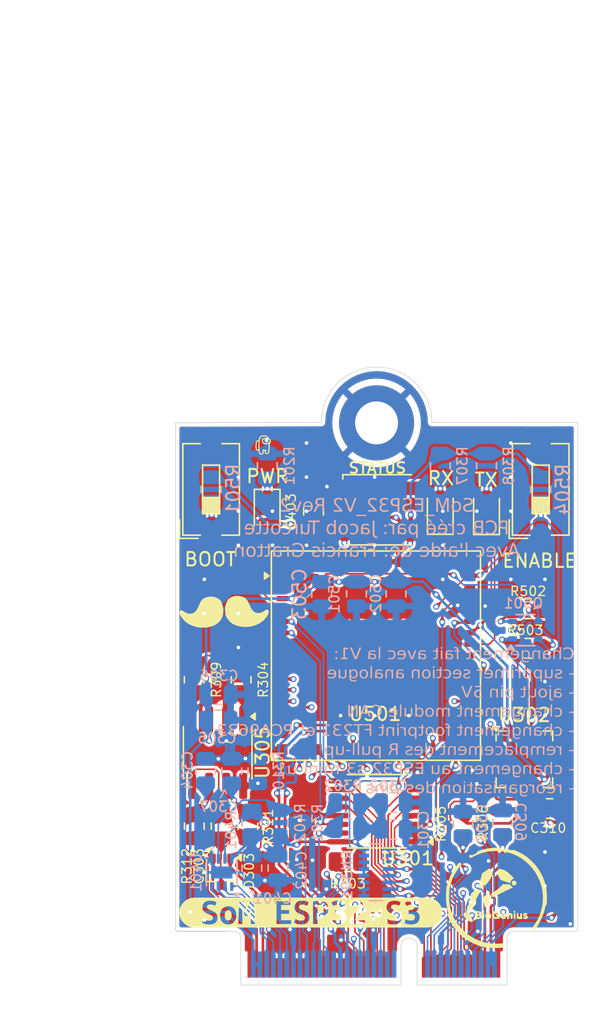
<source format=kicad_pcb>
(kicad_pcb (version 20240108) (generator "pcbnew") (generator_version "8.0")
  (layers (0 "F.Cu" signal) (1 "In1.Cu" signal) (2 "In2.Cu" signal) (31 "B.Cu" signal) (34 "B.Paste" user) (35 "F.Paste" user) (36 "B.SilkS" user "B.Silkscreen") (37 "F.SilkS" user "F.Silkscreen") (38 "B.Mask" user) (39 "F.Mask" user) (44 "Edge.Cuts" user))
  (net 0 "")
  (net 1 "GND")
  (net 2 "Vcc_3V3")
  (net 3 "/Communication/DR-")
  (net 4 "/Communication/DR+")
  (net 5 "Vref_CAN")
  (net 6 "Net-(D303-A)")
  (net 7 "GPIO0_BOOT")
  (net 8 "CHIP_EN")
  (net 9 "I2C_SDA_0_TCA")
  (net 10 "I2C_SDA_1_TCA")
  (net 11 "I2C_SDA_3_TCA")
  (net 12 "I2C_SCL_3_TCA")
  (net 13 "I2C_SDA_2_TCA")
  (net 14 "I2C_SCL_2_TCA")
  (net 15 "I2C_SCL_0_TCA")
  (net 16 "I2C_SCL_1_TCA")
  (net 17 "I2S_BCLK")
  (net 18 "Net-(D301-A)")
  (net 19 "GPIO17_U1_TXD")
  (net 20 "Net-(D302-A)")
  (net 21 "RESET_OTHERS")
  (net 22 "GPIO15")
  (net 23 "GPIO34")
  (net 24 "I2S_WS")
  (net 25 "GPIO48{slash}CAN_INT")
  (net 26 "GPIO26")
  (net 27 "GPIO46")
  (net 28 "DEBUG+")
  (net 29 "SPI_CLK_ESP32")
  (net 30 "SPI_MISO_ESP32")
  (net 31 "GPIO16")
  (net 32 "I2S_DIN{slash}DOUT")
  (net 33 "SUSCLK")
  (net 34 "SPI_MOSI_ESP32")
  (net 35 "I2C_SCL_ESP32")
  (net 36 "GPIO45")
  (net 37 "GPIO38_ADDRESSABLE_LED")
  (net 38 "GPIO18_U1_RXD")
  (net 39 "Vcc_5V")
  (net 40 "DEBUG-")
  (net 41 "I2C_SDA_ESP32")
  (net 42 "DTR")
  (net 43 "RTS")
  (net 44 "/Communication/D-")
  (net 45 "/Communication/D+")
  (net 46 "Net-(U305-D)")
  (net 47 "GPIO5{slash}TXD")
  (net 48 "Net-(U305-R)")
  (net 49 "GPIO4{slash}RXD")
  (net 50 "Net-(U305-Rs)")
  (net 54 "U0RXD")
  (net 55 "U0TXD")
  (net 56 "REFCLKn")
  (net 59 "GPIO33")
  (net 63 "/Communication/CAN-")
  (net 64 "/Communication/CAN+")
  (net 66 "CS_1")
  (net 67 "CS_2")
  (net 69 "Net-(Q501B-B2)")
  (net 70 "Net-(Q501A-B1)")
  (net 71 "Net-(U201I-PWM_1_PCA)")
  (net 72 "Net-(U201I-PWM_4_PCA)")
  (net 73 "Net-(U201I-PWM_2_PCA)")
  (net 74 "Net-(U201I-PWM_3_PCA)")
  (net 83 "Net-(D201-K)")
  (footprint "Package_SO:SOIC-8_3.9x4.9mm_P1.27mm" (layer "F.Cu") (at 124.15 121.7325 -90)
    (property "Reference" "U305")
    (property "Value" "SN65HVD230")
  )
  (footprint "Resistor_SMD:R_0805_2012Metric" (layer "F.Cu") (at 122.405 127.2075 90)
    (property "Reference" "R312")
    (property "Value" "60")
  )
  (footprint "connecteur_M2_key_E:NGFF_E" (layer "F.Cu") (at 135.8 139.05)
    (property "Reference" "U201" (hide yes))
    (property "Value" "~")
    (fp_line (start -11 -4) (end -10.425 -4) (stroke (width 0.05)) (layer "Edge.Cuts"))
    (fp_line (start -9.925 -3.5) (end -9.925 0) (stroke (width 0.05)) (layer "Edge.Cuts"))
    (fp_line (start -9.925 0) (end 0 0) (stroke (width 0.05)) (layer "Edge.Cuts"))
    (fp_line (start 0 0) (end 2.025 0) (stroke (width 0.05)) (layer "Edge.Cuts"))
    (fp_line (start 2.025 0) (end 2.025 -2.9) (stroke (width 0.05)) (layer "Edge.Cuts"))
    (fp_line (start 3.225 -2.9) (end 3.225 0) (stroke (width 0.05)) (layer "Edge.Cuts"))
    (fp_line (start 3.225 0) (end 9.925 0) (stroke (width 0.05)) (layer "Edge.Cuts"))
    (fp_line (start 9.925 0) (end 9.925 -3.5) (stroke (width 0.05)) (layer "Edge.Cuts"))
    (fp_line (start 10.425 -4) (end 11 -4) (stroke (width 0.05)) (layer "Edge.Cuts"))
    (fp_arc (start -10.425 -4) (mid -10.071447 -3.853553) (end -9.925 -3.5) (stroke (width 0.05)) (layer "Edge.Cuts"))
    (fp_arc (start 2.025 -2.9) (mid 2.625 -3.5) (end 3.225 -2.9) (stroke (width 0.05)) (layer "Edge.Cuts"))
    (fp_arc (start 9.925 -3.5) (mid 10.071447 -3.853553) (end 10.425 -4) (stroke (width 0.05)) (layer "Edge.Cuts"))
  )
  (footprint "Resistor_SMD:R_0805_2012Metric" (layer "F.Cu") (at 147.3 113.95)
    (property "Reference" "R503")
    (property "Value" "10k")
  )
  (footprint "LED_SMD:LED_0805_2012Metric" (layer "F.Cu") (at 127.84 103.79 -90)
    (property "Reference" "PWR")
    (property "Value" "GREEN")
  )
  (footprint "Resistor_SMD:R_0805_2012Metric" (layer "F.Cu") (at 147.3 111)
    (property "Reference" "R502")
    (property "Value" "10k")
  )
  (footprint "LED_SMD:LED_0805_2012Metric" (layer "F.Cu") (at 144.2 103.79 90)
    (property "Reference" "TX")
    (property "Value" "RX")
  )
  (footprint "LED_SMD:LED_Inolux_IN-PI554FCH_PLCC4_5.0x5.0mm_P3.2mm" (layer "F.Cu") (at 136.1 103.63)
    (property "Reference" "STATUS")
    (property "Value" "FZ2812-5050")
  )
  (footprint "RF_Module:ESP32-S2-MINI-1U" (layer "F.Cu") (at 135.95 114.5)
    (property "Reference" "U501")
    (property "Value" "ESP32-S3-MINI-1U")
  )
  (footprint "kibuzzard-66E094ED" (layer "F.Cu") (at 131.1 133.65)
    (property "Reference" "kibuzzard-66E094ED" (hide yes))
    (property "Value" "G***" (hide yes))
  )
  (footprint "Resistor_SMD:R_0805_2012Metric" (layer "F.Cu") (at 125.9 116.3 -90)
    (property "Reference" "R304")
    (property "Value" "1k")
  )
  (footprint "Resistor_SMD:R_0805_2012Metric" (layer "F.Cu") (at 142.45 127.05 90)
    (property "Reference" "R305")
    (property "Value" "27")
  )
  (footprint "Button_Switch_SMD:SW_DIP_SPSTx01_Slide_6.7x4.1mm_W6.73mm_P2.54mm_LowProfile_JPin" (layer "F.Cu") (at 148.24 102.11 90)
    (property "Reference" "ENABLE")
    (property "Value" "SW_CHIP_EN")
  )
  (footprint "Resistor_SMD:R_0805_2012Metric" (layer "F.Cu") (at 133.85 129.85 180)
    (property "Reference" "R303")
    (property "Value" "1k")
  )
  (footprint "Package_TO_SOT_SMD:SOT-323_SC-70" (layer "F.Cu") (at 124.438516 130.6075 -90)
    (property "Reference" "D303")
    (property "Value" "SP0502BAJT")
  )
  (footprint "Resistor_SMD:R_0805_2012Metric" (layer "F.Cu") (at 145.4 126.95 90)
    (property "Reference" "R306")
    (property "Value" "27")
  )
  (footprint "Resistor_SMD:R_0805_2012Metric" (layer "F.Cu") (at 124.405 127.2075 -90)
    (property "Reference" "C303")
    (property "Value" "1µF")
  )
  (footprint "LED_SMD:LED_0805_2012Metric" (layer "F.Cu") (at 140.75 103.77 90)
    (property "Reference" "RX")
    (property "Value" "TX")
  )
  (footprint "Capacitor_SMD:C_0805_2012Metric" (layer "F.Cu") (at 131.3 103.75 90)
    (property "Reference" "C403")
    (property "Value" "100n")
  )
  (footprint "Package_SO:TSSOP-16_4.4x5mm_P0.65mm" (layer "F.Cu") (at 136.0125 126.1 180)
    (property "Reference" "U301")
    (property "Value" "TCA9546APWR")
  )
  (footprint "Button_Switch_SMD:SW_DIP_SPSTx01_Slide_6.7x4.1mm_W6.73mm_P2.54mm_LowProfile_JPin" (layer "F.Cu") (at 123.66 102.11 90)
    (property "Reference" "BOOT")
    (property "Value" "SW_BOOT")
  )
  (footprint "Package_DFN_QFN:QFN-20-1EP_4x4mm_P0.5mm_EP2.5x2.5mm" (layer "F.Cu") (at 147.025 122.225)
    (property "Reference" "U302")
    (property "Value" "FT231XQ")
  )
  (footprint "MountingHole:MountingHole_3.2mm_M3_DIN965_Pad" (layer "F.Cu") (at 136 97.15)
    (property "Reference" "REF**" (hide yes))
    (property "Value" "MountingHole_3.2mm_M3_DIN965_Pad")
  )
  (footprint "Resistor_SMD:R_0805_2012Metric" (layer "F.Cu") (at 126.405 127.22 -90)
    (property "Reference" "R311")
    (property "Value" "60")
  )
  (footprint "Resistor_SMD:R_0805_2012Metric" (layer "F.Cu") (at 122.4 116.3 -90)
    (property "Reference" "R309")
    (property "Value" "1k")
  )
  (footprint "Resistor_SMD:R_0805_2012Metric" (layer "F.Cu") (at 148.9 125.9)
    (property "Reference" "C310")
    (property "Value" "0.1µF")
  )
  (footprint "Resistor_SMD:R_0805_2012Metric" (layer "B.Cu") (at 145.4 126.95 90)
    (property "Reference" "C309")
    (property "Value" "47pF")
  )
  (footprint "Resistor_SMD:R_0805_2012Metric" (layer "B.Cu") (at 126.7 126.95 90)
    (property "Reference" "R401")
    (property "Value" "1k")
  )
  (footprint "Resistor_SMD:R_0805_2012Metric" (layer "B.Cu") (at 123.66 102.11 90)
    (property "Reference" "R501")
    (property "Value" "10k")
  )
  (footprint "Resistor_SMD:R_0805_2012Metric" (layer "B.Cu") (at 133.85 125.45 180)
    (property "Reference" "R302")
    (property "Value" "1k")
  )
  (footprint "Resistor_SMD:R_0805_2012Metric" (layer "B.Cu") (at 131.9 109.91 -90)
    (property "Reference" "C503")
    (property "Value" "1µF")
  )
  (footprint "Resistor_SMD:R_0805_2012Metric" (layer "B.Cu") (at 140.75 100.35 90)
    (property "Reference" "R307")
    (property "Value" "330")
  )
  (footprint "Package_DFN_QFN:DFN-8-1EP_2x2mm_P0.5mm_EP0.9x1.6mm" (layer "B.Cu") (at 124.45 130.6625 90)
    (property "Reference" "U401")
    (property "Value" "PCA9633DP1")
  )
  (footprint "Resistor_SMD:R_0805_2012Metric" (layer "B.Cu") (at 124.2 117.4)
    (property "Reference" "C306")
    (property "Value" "0.1µF")
  )
  (footprint "Resistor_SMD:R_0805_2012Metric" (layer "B.Cu") (at 144.2 100.35 90)
    (property "Reference" "R308")
    (property "Value" "330")
  )
  (footprint "Resistor_SMD:R_0805_2012Metric" (layer "B.Cu") (at 128.65 130.325 -90)
    (property "Reference" "C402")
    (property "Value" "100nF")
  )
  (footprint "Resistor_SMD:R_0805_2012Metric" (layer "B.Cu") (at 127.85 100.35 90)
    (property "Reference" "R201")
    (property "Value" "330")
  )
  (footprint "Resistor_SMD:R_0805_2012Metric" (layer "B.Cu") (at 148.24 102.11 90)
    (property "Reference" "R504")
    (property "Value" "10k")
  )
  (footprint "Resistor_SMD:R_0805_2012Metric" (layer "B.Cu") (at 124.2 119.3)
    (property "Reference" "C305")
    (property "Value" "1µF")
  )
  (footprint "Resistor_SMD:R_0805_2012Metric" (layer "B.Cu") (at 137.25 125.45)
    (property "Reference" "C302")
    (property "Value" "0.1µF")
  )
  (footprint "Resistor_SMD:R_0805_2012Metric" (layer "B.Cu") (at 134.5 109.9 -90)
    (property "Reference" "C501")
    (property "Value" "10µF")
  )
  (footprint "Resistor_SMD:R_0805_2012Metric" (layer "B.Cu") (at 133.85 127.4 180)
    (property "Reference" "R301")
    (property "Value" "1k")
  )
  (footprint "Resistor_SMD:R_0805_2012Metric" (layer "B.Cu") (at 128.65 126.95 90)
    (property "Reference" "R402")
    (property "Value" "1k")
  )
  (footprint "Resistor_SMD:R_0805_2012Metric" (layer "B.Cu") (at 137.45 109.9 -90)
    (property "Reference" "C502")
    (property "Value" "0.1µF")
  )
  (footprint "Resistor_SMD:R_0805_2012Metric" (layer "B.Cu") (at 126.7 130.3375 -90)
    (property "Reference" "C401")
    (property "Value" "1µF")
  )
  (footprint "Resistor_SMD:R_0805_2012Metric" (layer "B.Cu") (at 142.45 127.0375 90)
    (property "Reference" "C308")
    (property "Value" "47pF")
  )
  (footprint "Resistor_SMD:R_0805_2012Metric" (layer "B.Cu") (at 125.2 123.1 -90)
    (property "Reference" "C307")
    (property "Value" "0.1µF")
  )
  (footprint "Resistor_SMD:R_0805_2012Metric" (layer "B.Cu") (at 137.25 127.45)
    (property "Reference" "C301")
    (property "Value" "10µF")
  )
  (footprint "Resistor_SMD:R_Array_Convex_8x0602" (layer "B.Cu") (at 135.95 130.65 180)
    (property "Reference" "RN301")
    (property "Value" "1k")
  )
  (footprint "Resistor_SMD:R_0805_2012Metric" (layer "B.Cu") (at 127.15 123.1 -90)
    (property "Reference" "R310")
    (property "Value" "1k")
  )
  (footprint "Resistor_SMD:R_0805_2012Metric" (layer "B.Cu") (at 123.25 123.1 90)
    (property "Reference" "C304")
    (property "Value" "0.1µF")
  )
  (footprint "Package_TO_SOT_SMD:SOT-363_SC-70-6" (layer "B.Cu") (at 147.1 112.6)
    (property "Reference" "Q501")
    (property "Value" "MBT3904DW1T1G")
  )
  (gr_line (start 124.6875 124.512568) (end 124.8 124.8) (stroke (width 0.1)) (layer "B.SilkS"))
  (gr_line (start 124.6875 124.512568) (end 124.4 124.6) (stroke (width 0.1)) (layer "B.SilkS"))
  (gr_line (start 126.7 132.0175) (end 126.85 132.1) (stroke (width 0.1)) (layer "B.SilkS"))
  (gr_line (start 126.7 132.0175) (end 126.6 132.15) (stroke (width 0.1)) (layer "B.SilkS"))
  (gr_line (start 126.85 132.6) (end 126.7 132.0175) (stroke (width 0.1)) (layer "B.SilkS"))
  (gr_line (start 124.35 125.1) (end 124.6875 124.512568) (stroke (width 0.1)) (layer "B.SilkS"))
  (gr_poly (pts (xy 145.526026 133.511155) (xy 145.530777 133.511543) (xy 145.535271 133.512143) (xy 145.539478 133.512955) (xy 145.543368 133.513982) (xy 145.546913 133.515225) (xy 145.550081 133.516688) (xy 145.552843 133.518372) (xy 145.555169 133.520279) (xy 145.557031 133.522412) (xy 145.558397 133.524773) (xy 145.559238 133.527362) (xy 145.559526 133.530183) (xy 145.559045 133.534544) (xy 145.55815 133.53907) (xy 145.556858 133.543739) (xy 145.555192 133.548532) (xy 145.553167 133.55343) (xy 145.550807 133.558413) (xy 145.545149 133.568551) (xy 145.538372 133.57879) (xy 145.530632 133.58897) (xy 145.522083 133.598934) (xy 145.512879 133.608521) (xy 145.503174 133.617576) (xy 145.493122 133.625936) (xy 145.482878 133.633446) (xy 145.472597 133.639946) (xy 145.46749 133.642768) (xy 145.462432 133.645278) (xy 145.457443 133.647456) (xy 145.45254 133.649283) (xy 145.447743 133.650737) (xy 145.443071 133.651802) (xy 145.438545 133.652455) (xy 145.434184 133.652676) (xy 145.429252 133.652503) (xy 145.424605 133.651993) (xy 145.420243 133.651157) (xy 145.416169 133.650011) (xy 145.412381 133.648567) (xy 145.408884 133.646836) (xy 145.405676 133.644834) (xy 145.40276 133.642573) (xy 145.400135 133.640065) (xy 145.397803 133.637324) (xy 145.395767 133.634363) (xy 145.394023 133.631195) (xy 145.392578 133.627832) (xy 145.39143 133.624289) (xy 145.39058 133.620578) (xy 145.390029 133.616712) (xy 145.389779 133.612704) (xy 145.38983 133.608568) (xy 145.390184 133.604314) (xy 145.390842 133.59996) (xy 145.391804 133.595515) (xy 145.393072 133.590993) (xy 145.394646 133.586407) (xy 145.396528 133.581772) (xy 145.398718 133.577098) (xy 145.40122 133.572399) (xy 145.404031 133.56769) (xy 145.407154 133.562983) (xy 145.410591 133.558289) (xy 145.414342 133.553622) (xy 145.418407 133.548998) (xy 145.422789 133.544427) (xy 145.426439 133.541039) (xy 145.430427 133.53782) (xy 145.434723 133.534772) (xy 145.439298 133.531897) (xy 145.444119 133.529198) (xy 145.44916 133.526676) (xy 145.454389 133.524332) (xy 145.459778 133.522172) (xy 145.465295 133.520194) (xy 145.470913 133.518402) (xy 145.482328 133.515384) (xy 145.493784 133.513133) (xy 145.505044 133.511667) (xy 145.515871 133.511003) (xy 145.521048 133.510975)) (fill solid) (layer "F.SilkS"))
  (gr_poly (pts (xy 143.756402 131.496749) (xy 143.766329 131.497824) (xy 143.776721 131.499559) (xy 143.787649 131.501924) (xy 143.807731 131.507457) (xy 143.826322 131.514374) (xy 143.843433 131.522571) (xy 143.859077 131.531947) (xy 143.873265 131.542399) (xy 143.886008 131.553827) (xy 143.897317 131.566126) (xy 143.907204 131.579195) (xy 143.915681 131.592933) (xy 143.922759 131.607234) (xy 143.92845 131.622) (xy 143.932764 131.637126) (xy 143.935715 131.652511) (xy 143.937311 131.668052) (xy 143.937567 131.683648) (xy 143.936493 131.699196) (xy 143.934099 131.714593) (xy 143.930398 131.729738) (xy 143.925402 131.744529) (xy 143.919122 131.758862) (xy 143.911568 131.772636) (xy 143.902754 131.785749) (xy 143.89269 131.798098) (xy 143.881388 131.809582) (xy 143.868858 131.820098) (xy 143.855114 131.829542) (xy 143.840165 131.837815) (xy 143.824025 131.844813) (xy 143.806703 131.850433) (xy 143.788212 131.854574) (xy 143.768563 131.857134) (xy 143.747767 131.858009) (xy 143.735747 131.857775) (xy 143.724249 131.85707) (xy 143.71326 131.855888) (xy 143.702767 131.854226) (xy 143.697702 131.853215) (xy 143.692758 131.852081) (xy 143.687932 131.850825) (xy 143.683221 131.849447) (xy 143.678626 131.847946) (xy 143.674142 131.846321) (xy 143.669772 131.844571) (xy 143.665512 131.842698) (xy 143.661359 131.840699) (xy 143.657313 131.838574) (xy 143.653374 131.836324) (xy 143.649537 131.833946) (xy 143.645804 131.831441) (xy 143.64217 131.828809) (xy 143.638636 131.826047) (xy 143.635199 131.823157) (xy 143.631859 131.820139) (xy 143.628613 131.81699) (xy 143.62546 131.813711) (xy 143.622397 131.8103) (xy 143.619425 131.806759) (xy 143.61654 131.803085) (xy 143.613743 131.799278) (xy 143.61103 131.79534) (xy 143.599614 131.778537) (xy 143.594558 131.770341) (xy 143.589938 131.762273) (xy 143.585754 131.754323) (xy 143.582006 131.746485) (xy 143.578695 131.73875) (xy 143.575822 131.73111) (xy 143.573387 131.723558) (xy 143.571391 131.716086) (xy 143.569834 131.708685) (xy 143.568717 131.701348) (xy 143.568041 131.69407) (xy 143.567804 131.686838) (xy 143.568009 131.679648) (xy 143.568656 131.672489) (xy 143.569746 131.665357) (xy 143.571277 131.658241) (xy 143.573252 131.651135) (xy 143.575672 131.644031) (xy 143.578536 131.63692) (xy 143.581844 131.629794) (xy 143.585599 131.622649) (xy 143.589799 131.615471) (xy 143.594446 131.608257) (xy 143.599539 131.600997) (xy 143.60508 131.593685) (xy 143.611069 131.586311) (xy 143.624394 131.57135) (xy 143.639517 131.55605) (xy 143.649442 131.545896) (xy 143.658968 131.536782) (xy 143.66816 131.528677) (xy 143.677085 131.521554) (xy 143.685808 131.515381) (xy 143.694399 131.510132) (xy 143.698665 131.507843) (xy 143.702923 131.505774) (xy 143.707181 131.503921) (xy 143.711447 131.502281) (xy 143.715729 131.500849) (xy 143.720037 131.499622) (xy 143.724378 131.498596) (xy 143.728761 131.497768) (xy 143.733194 131.497135) (xy 143.737686 131.496691) (xy 143.746876 131.496361)) (fill solid) (layer "F.SilkS"))
  (gr_poly (pts (xy 142.696604 133.652676) (xy 142.703303 133.658481) (xy 142.710536 133.664121) (xy 142.718236 133.66957) (xy 142.726337 133.674799) (xy 142.734771 133.679776) (xy 142.743474 133.684474) (xy 142.752376 133.688862) (xy 142.761412 133.692914) (xy 142.770514 133.696598) (xy 142.779616 133.699886) (xy 142.788652 133.702748) (xy 142.797554 133.705155) (xy 142.806257 133.707078) (xy 142.814691 133.708488) (xy 142.822791 133.709355) (xy 142.830492 133.70965) (xy 142.841868 133.710048) (xy 142.852602 133.711364) (xy 142.862852 133.713782) (xy 142.872778 133.717484) (xy 142.882534 133.722656) (xy 142.892284 133.72948) (xy 142.902183 133.73814) (xy 142.912392 133.74882) (xy 142.923067 133.761703) (xy 142.934369 133.776972) (xy 142.946455 133.794813) (xy 142.959483 133.815408) (xy 142.973614 133.83894) (xy 142.989005 133.865593) (xy 143.024202 133.928999) (xy 143.049608 133.977111) (xy 143.072419 134.022132) (xy 143.092642 134.064106) (xy 143.110286 134.10308) (xy 143.125359 134.139099) (xy 143.131936 134.156015) (xy 143.137871 134.17221) (xy 143.143168 134.187689) (xy 143.147829 134.202459) (xy 143.151853 134.216524) (xy 143.155242 134.229891) (xy 143.157996 134.242565) (xy 143.160116 134.254551) (xy 143.161605 134.265857) (xy 143.162463 134.276488) (xy 143.162691 134.286449) (xy 143.162289 134.295745) (xy 143.16126 134.304383) (xy 143.159603 134.312369) (xy 143.157321 134.319708) (xy 143.154414 134.326406) (xy 143.150882 134.332468) (xy 143.146729 134.337902) (xy 143.141953 134.34271) (xy 143.136556 134.346902) (xy 143.130541 134.35048) (xy 143.123905 134.353452) (xy 143.116308 134.355933) (xy 143.107954 134.357516) (xy 143.098873 134.358219) (xy 143.089093 134.358059) (xy 143.067553 134.35523) (xy 143.043565 134.349179) (xy 143.017355 134.340057) (xy 142.989155 134.328015) (xy 142.959195 134.3132) (xy 142.927704 134.295766) (xy 142.89491 134.275861) (xy 142.861043 134.253637) (xy 142.826334 134.229241) (xy 142.791011 134.202828) (xy 142.755304 134.174544) (xy 142.719444 134.14454) (xy 142.683657 134.112969) (xy 142.648177 134.079978) (xy 142.622849 134.055472) (xy 142.600183 134.033081) (xy 142.580038 134.012584) (xy 142.562271 133.993761) (xy 142.546741 133.97639) (xy 142.533306 133.960251) (xy 142.521823 133.94512) (xy 142.51677 133.937864) (xy 142.512152 133.930778) (xy 142.507951 133.923835) (xy 142.504149 133.917005) (xy 142.500731 133.910262) (xy 142.497675 133.903577) (xy 142.494965 133.896924) (xy 142.492586 133.890275) (xy 142.490516 133.883601) (xy 142.488739 133.876876) (xy 142.487238 133.870072) (xy 142.485996 133.863161) (xy 142.48421 133.848907) (xy 142.483244 133.833894) (xy 142.482953 133.8179) (xy 142.483191 133.803401) (xy 142.483921 133.789774) (xy 142.485169 133.776958) (xy 142.486959 133.764888) (xy 142.488066 133.759113) (xy 142.489317 133.753502) (xy 142.490716 133.748047) (xy 142.492267 133.742739) (xy 142.493972 133.73757) (xy 142.495835 133.732533) (xy 142.497858 133.727622) (xy 142.500045 133.722826) (xy 142.502399 133.718138) (xy 142.504923 133.713551) (xy 142.50762 133.709058) (xy 142.510494 133.704649) (xy 142.513547 133.700317) (xy 142.516783 133.696054) (xy 142.520203 133.691854) (xy 142.523814 133.687706) (xy 142.527615 133.683605) (xy 142.531613 133.679543) (xy 142.540205 133.671499) (xy 142.549615 133.663515) (xy 142.559867 133.655525) (xy 142.633933 133.595704)) (fill solid) (layer "F.SilkS"))
  (gr_poly (pts (xy 145.907421 133.687058) (xy 145.924475 133.687646) (xy 145.941068 133.688607) (xy 145.95714 133.689932) (xy 145.972628 133.691608) (xy 145.987468 133.693621) (xy 146.001599 133.695959) (xy 146.014959 133.698611) (xy 146.027483 133.701564) (xy 146.039111 133.704803) (xy 146.049779 133.708319) (xy 146.059425 133.712098) (xy 146.067985 133.716127) (xy 146.075399 133.720394) (xy 146.078655 133.722612) (xy 146.081601 133.724886) (xy 146.08423 133.727213) (xy 146.086532 133.729591) (xy 146.095405 133.739306) (xy 146.103835 133.751228) (xy 146.111782 133.765163) (xy 146.119202 133.780912) (xy 146.126055 133.79828) (xy 146.1323 133.817072) (xy 146.137892 133.837089) (xy 146.142793 133.858137) (xy 146.146959 133.880021) (xy 146.150349 133.902543) (xy 146.15292 133.925507) (xy 146.154633 133.948717) (xy 146.155444 133.971977) (xy 146.155313 133.995092) (xy 146.154194 134.017864) (xy 146.152051 134.040097) (xy 146.150843 134.051822) (xy 146.149326 134.062459) (xy 146.147457 134.072051) (xy 146.146379 134.076471) (xy 146.145197 134.080646) (xy 146.143906 134.084585) (xy 146.142503 134.08829) (xy 146.14098 134.09177) (xy 146.139333 134.095029) (xy 146.137556 134.098073) (xy 146.135646 134.100908) (xy 146.133595 134.103539) (xy 146.131399 134.105973) (xy 146.129053 134.108214) (xy 146.126551 134.11027) (xy 146.123889 134.112145) (xy 146.121061 134.113845) (xy 146.118062 134.115377) (xy 146.114886 134.116745) (xy 146.11153 134.117956) (xy 146.107986 134.119014) (xy 146.104251 134.119927) (xy 146.100317 134.120699) (xy 146.096183 134.121338) (xy 146.091839 134.121846) (xy 146.08251 134.1225) (xy 146.072288 134.122708) (xy 146.06069 134.122547) (xy 146.0504 134.121946) (xy 146.04133 134.120737) (xy 146.033386 134.118748) (xy 146.029808 134.117407) (xy 146.026477 134.115806) (xy 146.023382 134.113925) (xy 146.020511 134.111743) (xy 146.017853 134.109236) (xy 146.015397 134.106385) (xy 146.01313 134.103168) (xy 146.011042 134.099563) (xy 146.00912 134.09555) (xy 146.007354 134.091105) (xy 146.004243 134.080841) (xy 146.001615 134.068598) (xy 145.99938 134.054208) (xy 145.997445 134.037495) (xy 145.995718 134.018292) (xy 145.992525 133.971729) (xy 145.990915 133.949379) (xy 145.989259 133.929271) (xy 145.987511 133.911307) (xy 145.986589 133.9031) (xy 145.985626 133.895393) (xy 145.984618 133.888174) (xy 145.983557 133.881431) (xy 145.982439 133.875153) (xy 145.981259 133.869326) (xy 145.980009 133.86394) (xy 145.978685 133.858982) (xy 145.977281 133.854441) (xy 145.975789 133.850304) (xy 145.974206 133.846559) (xy 145.972527 133.843194) (xy 145.970744 133.840197) (xy 145.968851 133.837556) (xy 145.966844 133.835261) (xy 145.964716 133.833297) (xy 145.962463 133.831654) (xy 145.960077 133.830318) (xy 145.957554 133.829279) (xy 145.954886 133.828525) (xy 145.952071 133.828042) (xy 145.949099 133.82782) (xy 145.945968 133.827847) (xy 145.94267 133.828109) (xy 145.939199 133.828596) (xy 145.935552 133.829294) (xy 145.928872 133.830773) (xy 145.922704 133.833111) (xy 145.917031 133.836367) (xy 145.911828 133.8406) (xy 145.907076 133.845867) (xy 145.902753 133.852229) (xy 145.89884 133.859741) (xy 145.895314 133.868464) (xy 145.892156 133.878455) (xy 145.889344 133.889773) (xy 145.886858 133.902477) (xy 145.884677 133.916624) (xy 145.882778 133.932274) (xy 145.881144 133.949485) (xy 145.87975 133.968314) (xy 145.878578 133.98882) (xy 145.876994 134.013018) (xy 145.875385 134.034444) (xy 145.873658 134.053266) (xy 145.871724 134.069652) (xy 145.870649 134.076983) (xy 145.869488 134.083767) (xy 145.868229 134.090027) (xy 145.866861 134.09578) (xy 145.865372 134.101049) (xy 145.863749 134.105855) (xy 145.861983 134.110221) (xy 145.860062 134.114162) (xy 145.857974 134.117705) (xy 145.855707 134.120867) (xy 145.85325 134.123671) (xy 145.850592 134.126136) (xy 145.847722 134.128284) (xy 145.844626 134.130137) (xy 145.841296 134.131714) (xy 145.837718 134.133036) (xy 145.83388 134.134124) (xy 145.829773 134.135) (xy 145.825384 134.135684) (xy 145.820704 134.136196) (xy 145.815716 134.136558) (xy 145.810414 134.136791) (xy 145.798816 134.136952) (xy 145.78725 134.136835) (xy 145.777066 134.136279) (xy 145.768176 134.134981) (xy 145.760492 134.132635) (xy 145.757074 134.130973) (xy 145.753926 134.128937) (xy 145.751034 134.126486) (xy 145.748391 134.123582) (xy 145.745981 134.120189) (xy 145.743798 134.116267) (xy 145.740061 134.106685) (xy 145.737092 134.094533) (xy 145.734804 134.079505) (xy 145.733107 134.061299) (xy 145.731916 134.039608) (xy 145.730697 133.984553) (xy 145.730447 133.911906) (xy 145.730447 133.68686) (xy 145.889973 133.68686)) (fill solid) (layer "F.SilkS"))
  (gr_poly (pts (xy 142.260756 129.963637) (xy 142.268661 129.96954) (xy 142.276329 129.975478) (xy 142.283722 129.981413) (xy 142.290801 129.987317) (xy 142.29753 129.993153) (xy 142.30387 129.99889) (xy 142.309785 130.004493) (xy 142.315238 130.009929) (xy 142.320188 130.015164) (xy 142.324601 130.020166) (xy 142.328437 130.024901) (xy 142.331661 130.029335) (xy 142.334234 130.033435) (xy 142.335264 130.035351) (xy 142.336118 130.037169) (xy 142.33679 130.038887) (xy 142.337276 130.040501) (xy 142.337571 130.042007) (xy 142.33767 130.0434) (xy 142.337285 130.046619) (xy 142.335122 130.051924) (xy 142.331274 130.059199) (xy 142.32583 130.068326) (xy 142.31053 130.091672) (xy 142.289954 130.121027) (xy 142.264839 130.155455) (xy 142.235919 130.194024) (xy 142.203926 130.235798) (xy 142.169598 130.279841) (xy 142.094149 130.377693) (xy 142.022681 130.47685) (xy 141.955167 130.577351) (xy 141.891585 130.679235) (xy 141.831908 130.782537) (xy 141.776113 130.887294) (xy 141.724173 130.993546) (xy 141.676064 131.101328) (xy 141.631761 131.210681) (xy 141.591238 131.32164) (xy 141.554471 131.434243) (xy 141.521434 131.548527) (xy 141.492104 131.664531) (xy 141.466453 131.782291) (xy 141.444457 131.901846) (xy 141.426093 132.023233) (xy 141.419312 132.082982) (xy 141.413907 132.14843) (xy 141.407131 132.293057) (xy 141.405561 132.450368) (xy 141.409 132.61362) (xy 141.417246 132.776073) (xy 141.430099 132.93098) (xy 141.447358 133.071601) (xy 141.457577 133.134445) (xy 141.468823 133.19119) (xy 141.517861 133.390108) (xy 141.57724 133.583957) (xy 141.64675 133.772473) (xy 141.726183 133.955394) (xy 141.815331 134.132455) (xy 141.913985 134.303394) (xy 142.021936 134.467949) (xy 142.138975 134.625857) (xy 142.264893 134.776855) (xy 142.399485 134.920679) (xy 142.542538 135.057067) (xy 142.693844 135.185757) (xy 142.853196 135.306484) (xy 143.020386 135.418986) (xy 143.195203 135.523002) (xy 143.377439 135.618266) (xy 143.485949 135.669207) (xy 143.595624 135.716262) (xy 143.706359 135.75942) (xy 143.818049 135.798667) (xy 143.930591 135.833993) (xy 144.04388 135.865383) (xy 144.157811 135.892825) (xy 144.272281 135.916308) (xy 144.387184 135.93582) (xy 144.502417 135.951344) (xy 144.617875 135.962872) (xy 144.733455 135.970389) (xy 144.849051 135.973884) (xy 144.964557 135.973345) (xy 145.079874 135.968756) (xy 145.194894 135.960107) (xy 145.252636 135.955178) (xy 145.307507 135.951116) (xy 145.358238 135.947989) (xy 145.40356 135.945864) (xy 145.442207 135.944808) (xy 145.472909 135.944885) (xy 145.484883 135.945371) (xy 145.494396 135.946165) (xy 145.501288 135.947277) (xy 145.503702 135.947954) (xy 145.505401 135.948713) (xy 145.5095 135.951574) (xy 145.513253 135.955305) (xy 145.516664 135.959846) (xy 145.51974 135.965132) (xy 145.522482 135.9711) (xy 145.524898 135.977688) (xy 145.526993 135.984831) (xy 145.528769 135.992467) (xy 145.531388 136.008966) (xy 145.532792 136.026679) (xy 145.533019 136.045101) (xy 145.532107 136.063729) (xy 145.530094 136.082055) (xy 145.527017 136.099576) (xy 145.522912 136.115788) (xy 145.520487 136.123243) (xy 145.517819 136.130182) (xy 145.514914 136.136542) (xy 145.511775 136.142258) (xy 145.508408 136.147269) (xy 145.504817 136.151509) (xy 145.501007 136.154917) (xy 145.496983 136.157429) (xy 145.492748 136.158983) (xy 145.488309 136.159515) (xy 145.486181 136.159573) (xy 145.484074 136.159744) (xy 145.481989 136.160027) (xy 145.47993 136.160416) (xy 145.477901 136.160911) (xy 145.475903 136.161505) (xy 145.473941 136.162199) (xy 145.472017 136.162987) (xy 145.470136 136.163867) (xy 145.4683 136.164835) (xy 145.466511 136.16589) (xy 145.464774 136.167026) (xy 145.463091 136.168243) (xy 145.461465 136.169535) (xy 145.459899 136.170899) (xy 145.458397 136.172333) (xy 145.456963 136.173835) (xy 145.455598 136.175402) (xy 145.454306 136.177027) (xy 145.45309 136.17871) (xy 145.451953 136.180447) (xy 145.450899 136.182236) (xy 145.44993 136.184073) (xy 145.44905 136.185954) (xy 145.448262 136.187877) (xy 145.447569 136.189839) (xy 145.446974 136.191837) (xy 145.44648 136.193866) (xy 145.446091 136.195924) (xy 145.445808 136.198009) (xy 145.445637 136.200117) (xy 145.445579 136.202244) (xy 145.443982 136.214471) (xy 145.438953 136.225546) (xy 145.430124 136.235519) (xy 145.417136 136.244441) (xy 145.399625 136.252361) (xy 145.377227 136.25933) (xy 145.34958 136.265397) (xy 145.31632 136.270613) (xy 145.277085 136.275028) (xy 145.231511 136.278693) (xy 145.119894 136.283966) (xy 144.978568 136.286837) (xy 144.804627 136.287705) (xy 144.623558 136.285958) (xy 144.46332 136.280139) (xy 144.38926 136.27543) (xy 144.318304 136.269378) (xy 144.249752 136.261874) (xy 144.182904 136.252809) (xy 144.117055 136.242075) (xy 144.051508 136.229563) (xy 143.985559 136.215165) (xy 143.91851 136.198773) (xy 143.849658 136.180277) (xy 143.778301 136.15957) (xy 143.625274 136.111087) (xy 143.453145 136.050283) (xy 143.284189 135.980248) (xy 143.118771 135.9013) (xy 142.957258 135.813756) (xy 142.800019 135.717933) (xy 142.64742 135.614149) (xy 142.499828 135.502719) (xy 142.357611 135.383962) (xy 142.221136 135.258195) (xy 142.09077 135.125734) (xy 141.96688 134.986897) (xy 141.849834 134.842) (xy 141.739999 134.691362) (xy 141.637741 134.5353) (xy 141.543428 134.37413) (xy 141.457429 134.20817) (xy 141.420245 134.131657) (xy 141.387635 134.064105) (xy 141.359432 134.004923) (xy 141.33547 133.953523) (xy 141.325025 133.930559) (xy 141.315578 133.909319) (xy 141.307108 133.88973) (xy 141.299594 133.871718) (xy 141.293013 133.855212) (xy 141.287347 133.840137) (xy 141.282574 133.826418) (xy 141.278673 133.813982) (xy 141.275624 133.802758) (xy 141.273404 133.79267) (xy 141.271995 133.783645) (xy 141.271587 133.779508) (xy 141.271374 133.775609) (xy 141.271352 133.771939) (xy 141.27152 133.76849) (xy 141.271876 133.76525) (xy 141.272414 133.762212) (xy 141.273134 133.759367) (xy 141.274034 133.756703) (xy 141.275109 133.754215) (xy 141.276359 133.75189) (xy 141.277779 133.749721) (xy 141.279368 133.747699) (xy 141.281123 133.745813) (xy 141.283041 133.744057) (xy 141.28512 133.742417) (xy 141.287356 133.740887) (xy 141.292294 133.73812) (xy 141.297831 133.73568) (xy 141.30395 133.733494) (xy 141.310627 133.731489) (xy 141.317842 133.729591) (xy 141.325989 133.727383) (xy 141.333343 133.725017) (xy 141.336725 133.723767) (xy 141.339913 133.722468) (xy 141.342906 133.721116) (xy 141.345707 133.719709) (xy 141.348314 133.718244) (xy 141.350732 133.716717) (xy 141.35296 133.715126) (xy 141.354998 133.713467) (xy 141.356848 133.711737) (xy 141.358513 133.709933) (xy 141.359992 133.708051) (xy 141.361285 133.706089) (xy 141.362395 133.704043) (xy 141.363324 133.701912) (xy 141.364068 133.699691) (xy 141.364635 133.697376) (xy 141.36502 133.694966) (xy 141.365228 133.692456) (xy 141.365259 133.689845) (xy 141.365112 133.687128) (xy 141.364792 133.684302) (xy 141.364296 133.681365) (xy 141.363628 133.678313) (xy 141.362787 133.675144) (xy 141.361775 133.671852) (xy 141.360594 133.668437) (xy 141.357724 133.661222) (xy 141.352171 133.645288) (xy 141.344283 133.619739) (xy 141.322828 133.545138) (xy 141.266566 133.339322) (xy 141.249246 133.26654) (xy 141.233629 133.186639) (xy 141.219746 133.100579) (xy 141.207635 133.00932) (xy 141.18885 132.815042) (xy 141.177545 132.611484) (xy 141.173985 132.406325) (xy 141.178435 132.207241) (xy 141.183749 132.112375) (xy 141.191165 132.021909) (xy 141.200719 131.9368) (xy 141.212442 131.858009) (xy 141.236878 131.733502) (xy 141.26625 131.608121) (xy 141.300354 131.482333) (xy 141.338985 131.356597) (xy 141.38194 131.23138) (xy 141.429013 131.107143) (xy 141.480002 130.98435) (xy 141.534699 130.863465) (xy 141.592901 130.744948) (xy 141.654404 130.629266) (xy 141.719004 130.51688) (xy 141.786495 130.408254) (xy 141.856675 130.303851) (xy 141.929335 130.204134) (xy 142.004275 130.109566) (xy 142.081289 130.020611) (xy 142.183841 129.903815)) (fill solid) (layer "F.SilkS"))
  (gr_poly (pts (xy 147.122318 133.684981) (xy 147.13627 133.686149) (xy 147.142997 133.687058) (xy 147.149555 133.688184) (xy 147.155946 133.689528) (xy 147.162164 133.691089) (xy 147.168214 133.692868) (xy 147.17409 133.694862) (xy 147.179793 133.697073) (xy 147.185322 133.699502) (xy 147.190675 133.702147) (xy 147.195852 133.70501) (xy 147.200853 133.70809) (xy 147.205674 133.711386) (xy 147.210316 133.7149) (xy 147.214778 133.718631) (xy 147.219058 133.722578) (xy 147.223156 133.726743) (xy 147.228498 133.732057) (xy 147.233313 133.737312) (xy 147.237608 133.742494) (xy 147.241389 133.747595) (xy 147.244662 133.752606) (xy 147.247435 133.757513) (xy 147.249715 133.762308) (xy 147.251509 133.76698) (xy 147.252822 133.771518) (xy 147.253663 133.775913) (xy 147.254036 133.780153) (xy 147.253951 133.784228) (xy 147.253413 133.788127) (xy 147.252429 133.791842) (xy 147.251005 133.79536) (xy 147.249149 133.798671) (xy 147.246868 133.801766) (xy 147.244167 133.804633) (xy 147.241056 133.807263) (xy 147.237537 133.809643) (xy 147.233621 133.811765) (xy 147.229314 133.813618) (xy 147.22462 133.815193) (xy 147.219549 133.816475) (xy 147.214108 133.817459) (xy 147.2083 133.818131) (xy 147.202136 133.818482) (xy 147.195621 133.8185) (xy 147.18876 133.818177) (xy 147.181562 133.817502) (xy 147.174034 133.816464) (xy 147.166182 133.815052) (xy 147.158743 133.814115) (xy 147.151409 133.813438) (xy 147.144218 133.813011) (xy 147.137206 133.812826) (xy 147.13041 133.812875) (xy 147.123869 133.813148) (xy 147.11762 133.813639) (xy 147.1117 133.814339) (xy 147.106149 133.815239) (xy 147.101001 133.816331) (xy 147.096297 133.817606) (xy 147.092071 133.819058) (xy 147.088364 133.820675) (xy 147.086715 133.821544) (xy 147.085212 133.822451) (xy 147.083855 133.823397) (xy 147.082651 133.824377) (xy 147.081605 133.825395) (xy 147.080721 133.826446) (xy 147.079995 133.827773) (xy 147.079416 133.829082) (xy 147.078981 133.83037) (xy 147.078691 133.831637) (xy 147.078539 133.832882) (xy 147.078524 133.834101) (xy 147.078644 133.835295) (xy 147.078897 133.836461) (xy 147.079278 133.837598) (xy 147.079786 133.838704) (xy 147.080418 133.839778) (xy 147.081172 133.840818) (xy 147.082044 133.841822) (xy 147.083033 133.842789) (xy 147.084137 133.843718) (xy 147.08535 133.844606) (xy 147.086673 133.845453) (xy 147.088101 133.846257) (xy 147.091265 133.847728) (xy 147.094821 133.849006) (xy 147.098748 133.850081) (xy 147.103026 133.850938) (xy 147.107633 133.851567) (xy 147.11255 133.851953) (xy 147.117754 133.852085) (xy 147.124534 133.852315) (xy 147.131505 133.852992) (xy 147.13864 133.854098) (xy 147.145913 133.855611) (xy 147.153295 133.857513) (xy 147.160762 133.859783) (xy 147.168285 133.862401) (xy 147.175841 133.865349) (xy 147.1834 133.868604) (xy 147.190936 133.872149) (xy 147.205835 133.880025) (xy 147.220325 133.88882) (xy 147.234193 133.898375) (xy 147.247228 133.90853) (xy 147.259214 133.919128) (xy 147.264748 133.924543) (xy 147.269941 133.93001) (xy 147.274765 133.935507) (xy 147.279194 133.941016) (xy 147.283202 133.946517) (xy 147.286762 133.95199) (xy 147.289846 133.957414) (xy 147.29243 133.962771) (xy 147.294486 133.96804) (xy 147.295988 133.973202) (xy 147.296908 133.978236) (xy 147.297221 133.983124) (xy 147.296908 133.98958) (xy 147.295983 133.996118) (xy 147.294473 134.002718) (xy 147.292397 134.009363) (xy 147.289782 134.016032) (xy 147.286649 134.022708) (xy 147.283023 134.02937) (xy 147.278928 134.036002) (xy 147.269419 134.049097) (xy 147.258313 134.061841) (xy 147.245797 134.074084) (xy 147.232058 134.085676) (xy 147.217283 134.096467) (xy 147.201662 134.106307) (xy 147.185381 134.115045) (xy 147.168629 134.122531) (xy 147.151595 134.128615) (xy 147.143029 134.131084) (xy 147.134462 134.133147) (xy 147.125919 134.134784) (xy 147.117422 134.135975) (xy 147.108996 134.136705) (xy 147.100662 134.136952) (xy 147.091895 134.136657) (xy 147.08273 134.135795) (xy 147.073241 134.134398) (xy 147.063495 134.132501) (xy 147.053568 134.130137) (xy 147.043527 134.127338) (xy 147.033445 134.124138) (xy 147.023391 134.120573) (xy 147.013438 134.116672) (xy 147.003656 134.112471) (xy 146.994117 134.108003) (xy 146.98489 134.103303) (xy 146.976047 134.098401) (xy 146.967659 134.093333) (xy 146.959796 134.088129) (xy 146.952531 134.082827) (xy 146.884162 134.028702) (xy 146.961077 134.008762) (xy 146.969114 134.006758) (xy 146.977173 134.005017) (xy 146.985207 134.003535) (xy 146.993169 134.002307) (xy 147.001014 134.001331) (xy 147.008698 134.0006) (xy 147.016172 134.00011) (xy 147.023391 133.999859) (xy 147.030311 133.999842) (xy 147.036884 134.000054) (xy 147.043065 134.000492) (xy 147.048807 134.00115) (xy 147.054066 134.002026) (xy 147.058794 134.003114) (xy 147.062947 134.004412) (xy 147.066478 134.005913) (xy 147.06783 134.006931) (xy 147.069212 134.007852) (xy 147.07062 134.008674) (xy 147.072053 134.009401) (xy 147.073507 134.010035) (xy 147.074978 134.010575) (xy 147.076464 134.011026) (xy 147.077962 134.011387) (xy 147.079468 134.011661) (xy 147.080978 134.011848) (xy 147.082492 134.011952) (xy 147.084004 134.011972) (xy 147.085512 134.011911) (xy 147.087013 134.011769) (xy 147.088503 134.01155) (xy 147.08998 134.011254) (xy 147.09144 134.010882) (xy 147.09288 134.010438) (xy 147.094296 134.009922) (xy 147.095688 134.009335) (xy 147.09705 134.008679) (xy 147.098379 134.007955) (xy 147.099673 134.007167) (xy 147.100929 134.006314) (xy 147.102143 134.005398) (xy 147.103313 134.004421) (xy 147.104433 134.003385) (xy 147.105504 134.00229) (xy 147.106518 134.001141) (xy 147.107477 133.999935) (xy 147.108374 133.998677) (xy 147.109209 133.997367) (xy 147.109893 133.996024) (xy 147.110349 133.994666) (xy 147.110581 133.993293) (xy 147.110594 133.991909) (xy 147.110391 133.990514) (xy 147.109978 133.989111) (xy 147.10936 133.9877) (xy 147.10854 133.986284) (xy 147.106319 133.98344) (xy 147.10335 133.980592) (xy 147.099671 133.977753) (xy 147.09532 133.974933) (xy 147.090336 133.972149) (xy 147.084756 133.969409) (xy 147.078615 133.966728) (xy 147.071952 133.964117) (xy 147.064806 133.961591) (xy 147.057214 133.95916) (xy 147.049212 133.956838) (xy 147.040839 133.954637) (xy 147.031801 133.952839) (xy 147.02288 133.950664) (xy 147.014125 133.948139) (xy 147.005587 133.945289) (xy 146.997317 133.942139) (xy 146.989363 133.938713) (xy 146.981776 133.935037) (xy 146.974608 133.931134) (xy 146.967906 133.927033) (xy 146.964746 133.924915) (xy 146.961722 133.922756) (xy 146.95884 133.92056) (xy 146.956106 133.918328) (xy 146.953525 133.916065) (xy 146.951106 133.913776) (xy 146.948854 133.911461) (xy 146.946775 133.909123) (xy 146.944876 133.906767) (xy 146.943161 133.904395) (xy 146.941639 133.90201) (xy 146.940316 133.899617) (xy 146.939197 133.897217) (xy 146.938287 133.894814) (xy 146.936066 133.888284) (xy 146.934204 133.881528) (xy 146.932694 133.874574) (xy 146.931527 133.867445) (xy 146.930696 133.86017) (xy 146.930194 133.852771) (xy 146.930012 133.845275) (xy 146.930141 133.837707) (xy 146.930577 133.830094) (xy 146.931309 133.82246) (xy 146.932328 133.814832) (xy 146.93363 133.807234) (xy 146.935206 133.799693) (xy 146.937046 133.792233) (xy 146.939143 133.784881) (xy 146.941492 133.777663) (xy 146.944082 133.770602) (xy 146.946906 133.763725) (xy 146.949957 133.757059) (xy 146.953225 133.750628) (xy 146.956706 133.744457) (xy 146.960389 133.738573) (xy 146.964266 133.733) (xy 146.968331 133.727766) (xy 146.972577 133.722894) (xy 146.976992 133.718411) (xy 146.981573 133.714341) (xy 146.986309 133.710713) (xy 146.991193 133.707549) (xy 146.996216 133.704876) (xy 147.001374 133.702719) (xy 147.006655 133.701104) (xy 147.025048 133.696196) (xy 147.042831 133.692157) (xy 147.059998 133.688986) (xy 147.076537 133.686682) (xy 147.092444 133.685247) (xy 147.107706 133.68468)) (fill solid) (layer "F.SilkS"))
  (gr_poly (pts (xy 144.99946 128.820126) (xy 145.080777 128.823293) (xy 145.162135 128.828438) (xy 145.24376 128.835586) (xy 145.325879 128.844762) (xy 145.408714 128.855992) (xy 145.492493 128.869299) (xy 145.57744 128.884709) (xy 145.663782 128.902248) (xy 145.841546 128.943809) (xy 145.878238 128.952488) (xy 145.912495 128.960368) (xy 145.944348 128.967444) (xy 145.97383 128.973721) (xy 146.000977 128.979196) (xy 146.025819 128.983869) (xy 146.048392 128.987742) (xy 146.068728 128.990812) (xy 146.08686 128.993083) (xy 146.102823 128.994551) (xy 146.116649 128.995219) (xy 146.128372 128.995086) (xy 146.133455 128.994719) (xy 146.138025 128.994151) (xy 146.142086 128.993383) (xy 146.145643 128.992415) (xy 146.148697 128.991246) (xy 146.151256 128.989877) (xy 146.153322 128.988309) (xy 146.1549 128.986539) (xy 146.15787 128.983268) (xy 146.162506 128.980931) (xy 146.168803 128.979529) (xy 146.176755 128.979062) (xy 146.18636 128.979529) (xy 146.197614 128.980931) (xy 146.210511 128.983268) (xy 146.225048 128.986539) (xy 146.241222 128.990746) (xy 146.259028 128.995887) (xy 146.299515 129.008973) (xy 146.34648 129.025799) (xy 146.399886 129.046363) (xy 146.609964 129.139254) (xy 146.812618 129.244551) (xy 147.007434 129.361775) (xy 147.194001 129.490445) (xy 147.371904 129.630081) (xy 147.540733 129.780203) (xy 147.700071 129.940333) (xy 147.849508 130.109988) (xy 147.98863 130.288691) (xy 148.117023 130.475961) (xy 148.234275 130.671317) (xy 148.339972 130.87428) (xy 148.4337 131.084371) (xy 148.515049 131.30111) (xy 148.583603 131.524016) (xy 148.63895 131.752609) (xy 148.655878 131.842831) (xy 148.670358 131.942263) (xy 148.682408 132.048831) (xy 148.69205 132.16046) (xy 148.699306 132.275076) (xy 148.704197 132.390608) (xy 148.706741 132.504978) (xy 148.706961 132.616113) (xy 148.704879 132.721942) (xy 148.700514 132.82039) (xy 148.693886 132.909381) (xy 148.685018 132.986842) (xy 148.67393 133.0507) (xy 148.660643 133.098881) (xy 148.653181 133.116444) (xy 148.645178 133.12931) (xy 148.636635 133.13722) (xy 148.627555 133.139914) (xy 148.625654 133.140138) (xy 148.623689 133.140803) (xy 148.619593 133.143419) (xy 148.615305 133.147688) (xy 148.610863 133.153534) (xy 148.606304 133.160883) (xy 148.601666 133.169658) (xy 148.596986 133.179786) (xy 148.592302 133.19119) (xy 148.587652 133.203797) (xy 148.583073 133.217529) (xy 148.5786 133.232313) (xy 148.574276 133.248075) (xy 148.570134 133.264737) (xy 148.566214 133.282225) (xy 148.562552 133.300465) (xy 148.559187 133.319381) (xy 148.541355 133.40438) (xy 148.520017 133.49142) (xy 148.495342 133.580137) (xy 148.467495 133.670169) (xy 148.436644 133.761153) (xy 148.402955 133.852724) (xy 148.366594 133.944521) (xy 148.327731 134.03618) (xy 148.286531 134.127339) (xy 148.243161 134.217633) (xy 148.197788 134.306702) (xy 148.150579 134.394179) (xy 148.1017 134.479704) (xy 148.05132 134.562913) (xy 147.999605 134.643443) (xy 147.946719 134.720932) (xy 147.911061 134.769776) (xy 147.877239 134.815249) (xy 147.84602 134.856383) (xy 147.818174 134.892208) (xy 147.794466 134.921758) (xy 147.784405 134.933876) (xy 147.775666 134.944063) (xy 147.768346 134.952196) (xy 147.762541 134.958157) (xy 147.758345 134.961822) (xy 147.756882 134.962755) (xy 147.755858 134.96307) (xy 147.753863 134.962677) (xy 147.751118 134.961528) (xy 147.747671 134.959671) (xy 147.743574 134.95715) (xy 147.733625 134.950301) (xy 147.721674 134.941348) (xy 147.708121 134.93066) (xy 147.693365 134.918603) (xy 147.677809 134.905545) (xy 147.661852 134.891852) (xy 147.582089 134.823485) (xy 147.741615 134.601288) (xy 147.832486 134.468484) (xy 147.916566 134.333005) (xy 147.99387 134.195062) (xy 148.064417 134.05487) (xy 148.128225 133.912638) (xy 148.185312 133.768581) (xy 148.235696 133.622909) (xy 148.279393 133.475836) (xy 148.316421 133.327574) (xy 148.346799 133.178334) (xy 148.370545 133.028331) (xy 148.387676 132.877774) (xy 148.398208 132.726878) (xy 148.402162 132.575854) (xy 148.399555 132.424916) (xy 148.390402 132.274274) (xy 148.374723 132.124139) (xy 148.352536 131.974727) (xy 148.323858 131.826248) (xy 148.288707 131.678915) (xy 148.2471 131.532941) (xy 148.199055 131.388537) (xy 148.14459 131.245917) (xy 148.083724 131.10529) (xy 148.016472 130.966872) (xy 147.942854 130.830874) (xy 147.862887 130.697507) (xy 147.776589 130.566984) (xy 147.683978 130.439519) (xy 147.58507 130.315322) (xy 147.479884 130.194607) (xy 147.368438 130.077584) (xy 147.241086 129.955438) (xy 147.110082 129.84111) (xy 146.975448 129.734612) (xy 146.837204 129.635951) (xy 146.695371 129.545133) (xy 146.549971 129.462169) (xy 146.401024 129.387068) (xy 146.24855 129.319835) (xy 146.092572 129.260482) (xy 145.933109 129.209015) (xy 145.770184 129.165443) (xy 145.603814 129.129775) (xy 145.434023 129.102018) (xy 145.260832 129.082182) (xy 145.084261 129.070274) (xy 144.904331 129.066303) (xy 144.787782 129.067749) (xy 144.67405 129.072128) (xy 144.56288 129.079503) (xy 144.454017 129.089938) (xy 144.347208 129.103494) (xy 144.242196 129.120234) (xy 144.13873 129.140219) (xy 144.036552 129.163515) (xy 143.93541 129.190181) (xy 143.835047 129.220282) (xy 143.73521 129.25388) (xy 143.635646 129.291037) (xy 143.536096 129.331817) (xy 143.43631 129.37628) (xy 143.336031 129.424492) (xy 143.235005 129.476513) (xy 143.205022 129.492372) (xy 143.177012 129.506842) (xy 143.150948 129.519934) (xy 143.126799 129.531662) (xy 143.104537 129.542037) (xy 143.08413 129.551074) (xy 143.065552 129.558783) (xy 143.048772 129.565178) (xy 143.033762 129.57027) (xy 143.02691 129.572333) (xy 143.020491 129.574075) (xy 143.0145 129.575496) (xy 143.008932 129.576601) (xy 143.003784 129.57739) (xy 142.999054 129.577864) (xy 142.994737 129.578024) (xy 142.990828 129.577874) (xy 142.987326 129.577414) (xy 142.984226 129.576645) (xy 142.981525 129.57557) (xy 142.979217 129.574189) (xy 142.977302 129.572505) (xy 142.975775 129.570519) (xy 142.973946 129.566522) (xy 142.971692 129.56204) (xy 142.966071 129.551825) (xy 142.95925 129.540274) (xy 142.951561 129.527789) (xy 142.9188 129.476513) (xy 142.912832 129.466847) (xy 142.907774 129.458075) (xy 142.903666 129.450086) (xy 142.901982 129.446352) (xy 142.900552 129.442774) (xy 142.89938 129.439337) (xy 142.898472 129.436029) (xy 142.897834 129.432836) (xy 142.897469 129.429743) (xy 142.897385 129.426739) (xy 142.897585 129.423808) (xy 142.898075 129.420938) (xy 142.898861 129.418115) (xy 142.899947 129.415325) (xy 142.901337 129.412555) (xy 142.90304 129.409792) (xy 142.905059 129.407021) (xy 142.907398 129.404229) (xy 142.910064 129.401402) (xy 142.913062 129.398529) (xy 142.916398 129.395592) (xy 142.920075 129.392582) (xy 142.924099 129.389482) (xy 142.933212 129.382962) (xy 142.943776 129.375925) (xy 142.955834 129.368262) (xy 142.967033 129.360718) (xy 142.977188 129.354108) (xy 142.986392 129.348433) (xy 142.990666 129.345946) (xy 142.994737 129.343693) (xy 142.998615 129.341673) (xy 143.002313 129.339888) (xy 143.005842 129.338335) (xy 143.009214 129.337016) (xy 143.012438 129.335932) (xy 143.015529 129.335081) (xy 143.018497 129.334463) (xy 143.021353 129.334079) (xy 143.02411 129.333929) (xy 143.026777 129.334012) (xy 143.029367 129.334328) (xy 143.031891 129.33488) (xy 143.034362 129.335664) (xy 143.036789 129.336683) (xy 143.039185 129.337935) (xy 143.041562 129.33942) (xy 143.04393 129.341139) (xy 143.0463 129.343092) (xy 143.048686 129.345278) (xy 143.051097 129.3477) (xy 143.053547 129.350353) (xy 143.056046 129.35324) (xy 143.058604 129.356363) (xy 143.061235 129.359717) (xy 143.066675 129.365617) (xy 143.072441 129.370461) (xy 143.078723 129.374195) (xy 143.085716 129.376765) (xy 143.09361 129.378116) (xy 143.102597 129.378195) (xy 143.112869 129.376946) (xy 143.124618 129.374316) (xy 143.138037 129.370252) (xy 143.153316 129.364696) (xy 143.170649 129.357598) (xy 143.190227 129.348901) (xy 143.236886 129.326496) (xy 143.294826 129.297046) (xy 143.320505 129.283989) (xy 143.344155 129.271514) (xy 143.36582 129.259597) (xy 143.38554 129.248218) (xy 143.403356 129.237356) (xy 143.419312 129.226992) (xy 143.426605 129.221989) (xy 143.433448 129.217102) (xy 143.439848 129.21233) (xy 143.445807 129.207669) (xy 143.451332 129.203115) (xy 143.456429 129.198668) (xy 143.461103 129.194324) (xy 143.465358 129.190081) (xy 143.4692 129.185937) (xy 143.472634 129.181887) (xy 143.475666 129.17793) (xy 143.4783 129.174063) (xy 143.480541 129.170284) (xy 143.482396 129.16659) (xy 143.483869 129.162979) (xy 143.484966 129.159447) (xy 143.48569 129.155993) (xy 143.486048 129.152612) (xy 143.486047 129.149305) (xy 143.485688 129.146066) (xy 143.4858 129.138061) (xy 143.489253 129.129561) (xy 143.505663 129.111237) (xy 143.533873 129.09141) (xy 143.57284 129.070398) (xy 143.621523 129.048518) (xy 143.678875 129.026088) (xy 143.743857 129.003424) (xy 143.815423 128.980843) (xy 143.974137 128.9372) (xy 144.146672 128.897697) (xy 144.324681 128.86487) (xy 144.41313 128.851753) (xy 144.499819 128.841258) (xy 144.670105 128.826736) (xy 144.753509 128.822241) (xy 144.836052 128.819625) (xy 144.917961 128.818912)) (fill solid) (layer "F.SilkS"))
  (gr_poly (pts (xy 146.262161 131.260109) (xy 146.26986 131.261054) (xy 146.277676 131.2626) (xy 146.285584 131.264716) (xy 146.293558 131.267381) (xy 146.301574 131.270565) (xy 146.309607 131.274245) (xy 146.317631 131.278392) (xy 146.325622 131.282982) (xy 146.333555 131.287988) (xy 146.349145 131.299145) (xy 146.3642 131.311654) (xy 146.378522 131.325306) (xy 146.391908 131.339893) (xy 146.404159 131.355206) (xy 146.415076 131.371037) (xy 146.424457 131.387177) (xy 146.428508 131.395296) (xy 146.432102 131.403416) (xy 146.43521 131.411508) (xy 146.437809 131.419546) (xy 146.439876 131.427506) (xy 146.441381 131.435361) (xy 146.442304 131.443083) (xy 146.442616 131.450648) (xy 146.442024 131.464348) (xy 146.440285 131.477659) (xy 146.437453 131.490555) (xy 146.433581 131.503015) (xy 146.428724 131.515016) (xy 146.422938 131.526536) (xy 146.416275 131.53755) (xy 146.408789 131.548037) (xy 146.400535 131.557974) (xy 146.391569 131.567336) (xy 146.381943 131.576101) (xy 146.371712 131.584247) (xy 146.36093 131.59175) (xy 146.349651 131.598588) (xy 146.33793 131.604737) (xy 146.32582 131.610175) (xy 146.313378 131.614878) (xy 146.300656 131.618824) (xy 146.287708 131.621989) (xy 146.274589 131.624351) (xy 146.261353 131.625887) (xy 146.248055 131.626574) (xy 146.234749 131.626389) (xy 146.221488 131.625309) (xy 146.208328 131.62331) (xy 146.195322 131.62037) (xy 146.182524 131.616467) (xy 146.169989 131.611576) (xy 146.157772 131.605677) (xy 146.145926 131.598744) (xy 146.134506 131.590755) (xy 146.123565 131.581687) (xy 146.116855 131.575284) (xy 146.11061 131.568382) (xy 146.104832 131.561016) (xy 146.099518 131.553224) (xy 146.094666 131.545037) (xy 146.090277 131.536496) (xy 146.08635 131.527632) (xy 146.082882 131.518483) (xy 146.079873 131.509083) (xy 146.077322 131.499468) (xy 146.075229 131.489674) (xy 146.07359 131.479736) (xy 146.072407 131.46969) (xy 146.071677 131.459571) (xy 146.071401 131.449413) (xy 146.071576 131.439254) (xy 146.072202 131.429128) (xy 146.073277 131.419071) (xy 146.074801 131.409119) (xy 146.076773 131.399305) (xy 146.079191 131.389668) (xy 146.082054 131.380241) (xy 146.085362 131.37106) (xy 146.089114 131.362161) (xy 146.093307 131.353579) (xy 146.097942 131.34535) (xy 146.103017 131.337509) (xy 146.108532 131.330091) (xy 146.114483 131.323133) (xy 146.120873 131.316669) (xy 146.127699 131.310734) (xy 146.134959 131.305366) (xy 146.141592 131.300629) (xy 146.148629 131.296046) (xy 146.156009 131.291638) (xy 146.163669 131.287428) (xy 146.171545 131.283434) (xy 146.179576 131.279677) (xy 146.187699 131.27618) (xy 146.19585 131.272962) (xy 146.203968 131.270045) (xy 146.211991 131.267448) (xy 146.219854 131.265195) (xy 146.227497 131.263303) (xy 146.234856 131.261796) (xy 146.241868 131.260694) (xy 146.248471 131.260016) (xy 146.254604 131.259787)) (fill solid) (layer "F.SilkS"))
  (gr_poly (pts (xy 143.975453 133.516236) (xy 143.980545 133.516614) (xy 143.985632 133.517365) (xy 143.990685 133.518482) (xy 143.995678 133.519961) (xy 144.000582 133.521797) (xy 144.005372 133.523985) (xy 144.010021 133.526519) (xy 144.0145 133.529395) (xy 144.018783 133.532606) (xy 144.022843 133.536148) (xy 144.026652 133.540015) (xy 144.030184 133.544202) (xy 144.033412 133.548705) (xy 144.036307 133.553518) (xy 144.038845 133.558635) (xy 144.040994 133.564051) (xy 144.042733 133.569762) (xy 144.044031 133.575762) (xy 144.044827 133.581051) (xy 144.045098 133.586228) (xy 144.044866 133.591281) (xy 144.044158 133.596198) (xy 144.042997 133.600967) (xy 144.041408 133.605575) (xy 144.039414 133.610012) (xy 144.037042 133.614264) (xy 144.034314 133.618319) (xy 144.031257 133.622168) (xy 144.027895 133.625796) (xy 144.024251 133.629191) (xy 144.020349 133.632342) (xy 144.016217 133.635239) (xy 144.011876 133.637866) (xy 144.007353 133.640213) (xy 144.002671 133.642269) (xy 143.997855 133.64402) (xy 143.992929 133.645455) (xy 143.987919 133.646562) (xy 143.982848 133.647328) (xy 143.97774 133.647744) (xy 143.972621 133.647794) (xy 143.967517 133.647469) (xy 143.962448 133.646755) (xy 143.957442 133.645641) (xy 143.952523 133.644116) (xy 143.947714 133.642167) (xy 143.943042 133.639781) (xy 143.938529 133.636947) (xy 143.934201 133.633653) (xy 143.930082 133.629887) (xy 143.927013 133.626488) (xy 143.924219 133.622726) (xy 143.921708 133.618639) (xy 143.919489 133.614264) (xy 143.91757 133.609638) (xy 143.915961 133.6048) (xy 143.914669 133.599786) (xy 143.913703 133.594635) (xy 143.91307 133.589383) (xy 143.91278 133.584069) (xy 143.912839 133.57873) (xy 143.913257 133.573403) (xy 143.914044 133.568126) (xy 143.915205 133.562937) (xy 143.916751 133.557874) (xy 143.918688 133.552973) (xy 143.921021 133.547589) (xy 143.923726 133.542651) (xy 143.926778 133.538152) (xy 143.930149 133.534089) (xy 143.933813 133.530456) (xy 143.937742 133.527247) (xy 143.941908 133.524457) (xy 143.946285 133.522082) (xy 143.950845 133.520116) (xy 143.955562 133.518554) (xy 143.960409 133.517389) (xy 143.965357 133.516618) (xy 143.970381 133.516236)) (fill solid) (layer "F.SilkS"))
  (gr_line (start 123.75 128.75) (end 123.455 128.8875) (stroke (width 0.1)) (layer "F.SilkS"))
  (gr_poly (pts (xy 144.460256 132.343459) (xy 144.46688 132.34415) (xy 144.473539 132.345287) (xy 144.480217 132.346876) (xy 144.486905 132.348916) (xy 144.493587 132.35141) (xy 144.500253 132.354359) (xy 144.50689 132.357763) (xy 144.513486 132.361626) (xy 144.520026 132.365948) (xy 144.526501 132.370732) (xy 144.532896 132.375978) (xy 144.539199 132.381688) (xy 144.545397 132.387864) (xy 144.554916 132.396972) (xy 144.56319 132.405173) (xy 144.570247 132.412632) (xy 144.57611 132.419511) (xy 144.578601 132.422784) (xy 144.580804 132.425972) (xy 144.582722 132.429099) (xy 144.584356 132.43218) (xy 144.58571 132.435239) (xy 144.586788 132.438295) (xy 144.587593 132.441369) (xy 144.588128 132.444481) (xy 144.588395 132.447652) (xy 144.588399 132.450901) (xy 144.588142 132.45425) (xy 144.587627 132.457718) (xy 144.586858 132.461326) (xy 144.585837 132.465093) (xy 144.584567 132.469043) (xy 144.583053 132.473191) (xy 144.579302 132.482173) (xy 144.574608 132.492203) (xy 144.568995 132.503443) (xy 144.562489 132.516055) (xy 144.558805 132.522021) (xy 144.554711 132.527638) (xy 144.550232 132.532901) (xy 144.545391 132.53781) (xy 144.540217 132.542364) (xy 144.534729 132.546563) (xy 144.528955 132.550404) (xy 144.52292 132.553887) (xy 144.516645 132.557013) (xy 144.510159 132.559778) (xy 144.503482 132.562182) (xy 144.496642 132.564225) (xy 144.489661 132.565905) (xy 144.482566 132.567219) (xy 144.47538 132.56817) (xy 144.468127 132.568754) (xy 144.460833 132.56897) (xy 144.453522 132.568819) (xy 144.446217 132.568299) (xy 144.438945 132.567406) (xy 144.431729 132.566145) (xy 144.424594 132.56451) (xy 144.417564 132.562502) (xy 144.410663 132.560118) (xy 144.403918 132.55736) (xy 144.397352 132.554225) (xy 144.390989 132.550714) (xy 144.384854 132.546823) (xy 144.37897 132.542552) (xy 144.373364 132.5379) (xy 144.36806 132.532866) (xy 144.363082 132.527449) (xy 144.358073 132.521132) (xy 144.353723 132.514959) (xy 144.350025 132.508879) (xy 144.34697 132.502835) (xy 144.344548 132.496776) (xy 144.342752 132.490646) (xy 144.341574 132.484389) (xy 144.341004 132.477954) (xy 144.341037 132.471285) (xy 144.341661 132.464328) (xy 144.34287 132.457029) (xy 144.344654 132.449334) (xy 144.347007 132.441188) (xy 144.349917 132.432536) (xy 144.35338 132.423327) (xy 144.357384 132.413503) (xy 144.360996 132.405967) (xy 144.364879 132.39885) (xy 144.369021 132.392153) (xy 144.373409 132.385878) (xy 144.37803 132.380027) (xy 144.382873 132.374601) (xy 144.387923 132.369602) (xy 144.393172 132.365031) (xy 144.398602 132.360889) (xy 144.404204 132.357179) (xy 144.409965 132.353902) (xy 144.415872 132.351059) (xy 144.421912 132.348653) (xy 144.428073 132.346684) (xy 144.434343 132.345155) (xy 144.440708 132.344065) (xy 144.447157 132.343419) (xy 144.453677 132.343217)) (fill solid) (layer "F.SilkS"))
  (gr_poly (pts (xy 143.952004 133.684724) (xy 143.956717 133.685002) (xy 143.961749 133.685476) (xy 143.972813 133.68686) (xy 143.983375 133.688574) (xy 143.992681 133.690683) (xy 144.00081 133.693452) (xy 144.007843 133.697143) (xy 144.013857 133.702019) (xy 144.018932 133.708343) (xy 144.023147 133.716377) (xy 144.026582 133.726387) (xy 144.029316 133.738631) (xy 144.031428 133.753376) (xy 144.032997 133.770884) (xy 144.034103 133.791416) (xy 144.035245 133.84261) (xy 144.035484 133.909057) (xy 144.035437 133.94432) (xy 144.035245 133.975507) (xy 144.034826 134.002878) (xy 144.034103 134.026699) (xy 144.033603 134.03736) (xy 144.032997 134.047232) (xy 144.032275 134.056347) (xy 144.031428 134.064739) (xy 144.030444 134.072441) (xy 144.029316 134.079483) (xy 144.028031 134.085903) (xy 144.026582 134.091729) (xy 144.024958 134.096997) (xy 144.023147 134.101737) (xy 144.021141 134.105986) (xy 144.018932 134.109773) (xy 144.016506 134.113132) (xy 144.013857 134.116096) (xy 144.010972 134.118699) (xy 144.007843 134.120973) (xy 144.004458 134.12295) (xy 144.00081 134.124664) (xy 143.996889 134.126147) (xy 143.992681 134.127432) (xy 143.98818 134.128553) (xy 143.983375 134.129542) (xy 143.972813 134.131255) (xy 143.961749 134.13264) (xy 143.952004 134.133391) (xy 143.943494 134.133208) (xy 143.936136 134.131789) (xy 143.932863 134.130522) (xy 143.929845 134.128835) (xy 143.927076 134.126688) (xy 143.924542 134.124044) (xy 143.922232 134.120866) (xy 143.920137 134.117117) (xy 143.916551 134.107754) (xy 143.9137 134.095652) (xy 143.911499 134.080512) (xy 143.909867 134.062035) (xy 143.908717 134.039919) (xy 143.907538 133.983569) (xy 143.907293 133.909057) (xy 143.907341 133.869381) (xy 143.907538 133.834547) (xy 143.907969 133.804252) (xy 143.908717 133.778197) (xy 143.909237 133.766665) (xy 143.909867 133.75608) (xy 143.910617 133.746405) (xy 143.911499 133.737603) (xy 143.912523 133.729635) (xy 143.9137 133.722464) (xy 143.91504 133.716052) (xy 143.916551 133.710363) (xy 143.918248 133.705356) (xy 143.920137 133.700999) (xy 143.922232 133.697249) (xy 143.924542 133.694071) (xy 143.927076 133.691428) (xy 143.928431 133.690294) (xy 143.929845 133.689281) (xy 143.932863 133.687592) (xy 143.936136 133.686327) (xy 143.939676 133.685443) (xy 143.943494 133.684908) (xy 143.9476 133.68468)) (fill solid) (layer "F.SilkS"))
  (gr_poly (pts (xy 125.690939 110.047261) (xy 125.765835 110.054412) (xy 125.839591 110.066482) (xy 125.911707 110.083413) (xy 125.981685 110.105149) (xy 126.034307 110.121104) (xy 126.083183 110.140485) (xy 126.12854 110.163084) (xy 126.170607 110.18869) (xy 126.209615 110.217095) (xy 126.245793 110.248089) (xy 126.27937 110.281462) (xy 126.310573 110.317004) (xy 126.339633 110.354506) (xy 126.366779 110.393757) (xy 126.416243 110.476673) (xy 126.460798 110.564075) (xy 126.502277 110.654283) (xy 126.583337 110.836415) (xy 126.626583 110.924984) (xy 126.674083 111.009652) (xy 126.7 111.05) (xy 126.727669 111.088743) (xy 126.757317 111.125672) (xy 126.789174 111.160579) (xy 126.823469 111.193252) (xy 126.860432 111.223482) (xy 126.90029 111.251058) (xy 126.943273 111.275775) (xy 126.96956 111.284853) (xy 126.995366 111.292819) (xy 127.020693 111.299708) (xy 127.045551 111.305554) (xy 127.069944 111.310395) (xy 127.09388 111.314265) (xy 127.117364 111.317202) (xy 127.140405 111.319241) (xy 127.163006 111.320417) (xy 127.185177 111.320768) (xy 127.206921 111.320329) (xy 127.228248 111.319134) (xy 127.249162 111.317222) (xy 127.269671 111.314627) (xy 127.309496 111.307533) (xy 127.347776 111.29814) (xy 127.384564 111.286735) (xy 127.419909 111.273607) (xy 127.453864 111.259041) (xy 127.486483 111.243326) (xy 127.517814 111.226752) (xy 127.547912 111.2096) (xy 127.576827 111.192161) (xy 127.673659 111.129901) (xy 127.695853 111.116114) (xy 127.717307 111.103462) (xy 127.738055 111.092159) (xy 127.758129 111.082414) (xy 127.767924 111.078193) (xy 127.777563 111.074441) (xy 127.78705 111.071185) (xy 127.796389 111.068452) (xy 127.805584 111.066266) (xy 127.814639 111.064657) (xy 127.82356 111.063648) (xy 127.832349 111.063269) (xy 127.84101 111.063544) (xy 127.849549 111.064501) (xy 127.857969 111.066166) (xy 127.866274 111.068564) (xy 127.874469 111.071724) (xy 127.882556 111.075671) (xy 127.890541 111.080432) (xy 127.898428 111.086032) (xy 127.915834 111.106675) (xy 127.930156 111.128156) (xy 127.941529 111.15041) (xy 127.950092 111.173373) (xy 127.95598 111.19698) (xy 127.959333 111.221164) (xy 127.960287 111.245858) (xy 127.958979 111.271001) (xy 127.955547 111.296525) (xy 127.950126 111.322366) (xy 127.942856 111.348459) (xy 127.933874 111.374736) (xy 127.923314 111.401133) (xy 127.911316 111.427586) (xy 127.883554 111.480393) (xy 127.851684 111.532635) (xy 127.816803 111.583789) (xy 127.78001 111.633332) (xy 127.742401 111.680741) (xy 127.66913 111.767064) (xy 127.605771 111.838576) (xy 127.55436 111.889434) (xy 127.500359 111.937155) (xy 127.443963 111.981841) (xy 127.385374 112.023598) (xy 127.324787 112.062527) (xy 127.262399 112.098734) (xy 127.19841 112.132322) (xy 127.133017 112.163394) (xy 127.066419 112.192053) (xy 126.998812 112.218405) (xy 126.930394 112.242552) (xy 126.861365 112.264597) (xy 126.791921 112.284646) (xy 126.72226 112.3028) (xy 126.65258 112.319165) (xy 126.58308 112.333842) (xy 126.539368 112.340625) (xy 126.495092 112.346505) (xy 126.450287 112.35148) (xy 126.404993 112.355551) (xy 126.359247 112.358716) (xy 126.313085 112.360977) (xy 126.266548 112.362334) (xy 126.21967 112.362787) (xy 126.102927 112.359707) (xy 125.985957 112.350362) (xy 125.869515 112.334591) (xy 125.754354 112.312235) (xy 125.69749 112.298537) (xy 125.641229 112.283132) (xy 125.585664 112.266001) (xy 125.530891 112.247123) (xy 125.477005 112.226479) (xy 125.424098 112.204047) (xy 125.372264 112.17981) (xy 125.3216 112.153745) (xy 125.272198 112.125835) (xy 125.224153 112.096057) (xy 125.177558 112.064392) (xy 125.132509 112.030821) (xy 125.089099 111.995322) (xy 125.047422 111.957878) (xy 125.007574 111.918466) (xy 124.969647 111.877069) (xy 124.933737 111.833662) (xy 124.899938 111.788231) (xy 124.868343 111.740751) (xy 124.839047 111.691205) (xy 124.812145 111.639573) (xy 124.787729 111.585832) (xy 124.765896 111.529965) (xy 124.746738 111.471951) (xy 124.729 111.402784) (xy 124.715482 111.332871) (xy 124.706036 111.262375) (xy 124.700508 111.191457) (xy 124.698749 111.120273) (xy 124.700609 111.048985) (xy 124.705935 110.977754) (xy 124.714578 110.906739) (xy 124.726387 110.836102) (xy 124.741211 110.766001) (xy 124.758899 110.696599) (xy 124.7793 110.628052) (xy 124.802264 110.560524) (xy 124.827641 110.494174) (xy 124.855279 110.429161) (xy 124.885026 110.365646) (xy 124.909202 110.336804) (xy 124.934653 110.309369) (xy 124.961317 110.283333) (xy 124.989132 110.258689) (xy 125.018035 110.23543) (xy 125.047964 110.213548) (xy 125.11065 110.173891) (xy 125.176689 110.139662) (xy 125.245584 110.110803) (xy 125.316834 110.087257) (xy 125.38994 110.068969) (xy 125.464403 110.055882) (xy 125.539724 110.047939) (xy 125.615402 110.045084)) (fill solid) (layer "F.SilkS"))
  (gr_poly (pts (xy 142.813756 133.426206) (xy 142.821684 133.427041) (xy 142.829554 133.428474) (xy 142.837335 133.430503) (xy 142.844997 133.433127) (xy 142.852506 133.436345) (xy 142.859831 133.440152) (xy 142.86694 133.444548) (xy 142.873802 133.44953) (xy 142.880382 133.455096) (xy 142.886652 133.461244) (xy 142.892579 133.467973) (xy 142.898131 133.475279) (xy 142.903276 133.483162) (xy 142.907983 133.491618) (xy 142.912219 133.500645) (xy 142.915953 133.510243) (xy 142.9191 133.52108) (xy 142.921097 133.531675) (xy 142.922 133.542) (xy 142.921861 133.552033) (xy 142.920734 133.561746) (xy 142.918669 133.571115) (xy 142.915722 133.580113) (xy 142.911947 133.588715) (xy 142.907394 133.596896) (xy 142.902119 133.604629) (xy 142.896174 133.611891) (xy 142.889613 133.618654) (xy 142.882488 133.624893) (xy 142.874854 133.630583) (xy 142.866762 133.635699) (xy 142.858266 133.640213) (xy 142.84942 133.644102) (xy 142.840277 133.647341) (xy 142.83089 133.649901) (xy 142.821312 133.651758) (xy 142.811596 133.652888) (xy 142.801795 133.653264) (xy 142.791964 133.652861) (xy 142.782153 133.651653) (xy 142.772419 133.649614) (xy 142.762812 133.64672) (xy 142.753387 133.642943) (xy 142.744197 133.638261) (xy 142.735295 133.632644) (xy 142.726734 133.626071) (xy 142.718567 133.618513) (xy 142.710848 133.609947) (xy 142.705839 133.603628) (xy 142.701489 133.597455) (xy 142.69779 133.591375) (xy 142.694735 133.585331) (xy 142.692313 133.579272) (xy 142.690517 133.573142) (xy 142.689339 133.566886) (xy 142.68877 133.56045) (xy 142.688802 133.553781) (xy 142.689427 133.546824) (xy 142.690635 133.539525) (xy 142.69242 133.53183) (xy 142.694772 133.523684) (xy 142.697683 133.515033) (xy 142.701146 133.505823) (xy 142.70515 133.495999) (xy 142.70966 133.486968) (xy 142.714622 133.47857) (xy 142.720004 133.470802) (xy 142.725776 133.463662) (xy 142.731903 133.457148) (xy 142.738356 133.451258) (xy 142.745102 133.445988) (xy 142.752109 133.44134) (xy 142.759346 133.437309) (xy 142.76678 133.433893) (xy 142.77438 133.43109) (xy 142.782114 133.4289) (xy 142.789951 133.427318) (xy 142.797859 133.426343) (xy 142.805804 133.425973)) (fill solid) (layer "F.SilkS"))
  (gr_poly (pts (xy 127.621246 98.079202) (xy 127.649998 98.080413) (xy 127.67874 98.082463) (xy 127.692068 98.08382) (xy 127.705292 98.085667) (xy 127.718398 98.088003) (xy 127.731372 98.090827) (xy 127.7442 98.094139) (xy 127.756867 98.097937) (xy 127.76936 98.102221) (xy 127.781663 98.10699) (xy 127.793763 98.112242) (xy 127.805645 98.117977) (xy 127.817295 98.124194) (xy 127.828699 98.130892) (xy 127.839843 98.138069) (xy 127.850712 98.145726) (xy 127.861292 98.153861) (xy 127.871568 98.162473) (xy 127.879426 98.16966) (xy 127.886917 98.17715) (xy 127.894083 98.184905) (xy 127.90097 98.19289) (xy 127.907621 98.20107) (xy 127.914081 98.20941) (xy 127.926602 98.226423) (xy 127.951281 98.260789) (xy 127.957632 98.269243) (xy 127.964144 98.277571) (xy 127.97086 98.285738) (xy 127.977825 98.293706) (xy 127.98546 98.301806) (xy 127.993256 98.30949) (xy 128.001171 98.316837) (xy 128.009162 98.323928) (xy 128.041034 98.351333) (xy 128.048767 98.358343) (xy 128.056321 98.365578) (xy 128.063654 98.373116) (xy 128.070723 98.381039) (xy 128.077486 98.389425) (xy 128.080739 98.393817) (xy 128.0839 98.398355) (xy 128.086963 98.403049) (xy 128.089923 98.407909) (xy 128.092774 98.412945) (xy 128.095512 98.418166) (xy 128.099339 98.426169) (xy 128.102803 98.434178) (xy 128.105907 98.442188) (xy 128.10865 98.450195) (xy 128.111034 98.458191) (xy 128.11306 98.466172) (xy 128.11473 98.474133) (xy 128.116043 98.482067) (xy 128.117002 98.489969) (xy 128.117607 98.497833) (xy 128.11786 98.505655) (xy 128.117761 98.513427) (xy 128.117312 98.521146) (xy 128.116514 98.528806) (xy 128.115367 98.5364) (xy 128.113874 98.543923) (xy 128.112034 98.55137) (xy 128.109849 98.558735) (xy 128.107321 98.566013) (xy 128.104449 98.573198) (xy 128.101237 98.580284) (xy 128.097683 98.587267) (xy 128.09379 98.59414) (xy 128.089558 98.600898) (xy 128.08499 98.607535) (xy 128.080084 98.614046) (xy 128.074844 98.620425) (xy 128.06927 98.626668) (xy 128.063362 98.632767) (xy 128.057123 98.638718) (xy 128.050553 98.644515) (xy 128.043653 98.650153) (xy 128.041678 98.651777) (xy 128.039876 98.653399) (xy 128.038243 98.655028) (xy 128.036774 98.656672) (xy 128.035463 98.658339) (xy 128.034307 98.660039) (xy 128.033299 98.661779) (xy 128.032435 98.663567) (xy 128.03171 98.665413) (xy 128.031118 98.667324) (xy 128.030656 98.669309) (xy 128.030318 98.671376) (xy 128.030099 98.673534) (xy 128.029994 98.67579) (xy 128.029998 98.678154) (xy 128.030106 98.680633) (xy 128.031835 98.711272) (xy 128.033218 98.741911) (xy 128.035001 98.803188) (xy 128.035554 98.864466) (xy 128.034975 98.925743) (xy 128.034221 98.950321) (xy 128.032951 98.974846) (xy 128.031224 98.999327) (xy 128.029101 99.023771) (xy 128.02664 99.048185) (xy 128.023902 99.072577) (xy 128.01783 99.121323) (xy 128.012178 99.164215) (xy 128.006268 99.207127) (xy 128 99.25) (xy 127.993277 99.292773) (xy 127.985789 99.337435) (xy 127.981876 99.359746) (xy 127.977825 99.382096) (xy 127.975647 99.391569) (xy 127.97275 99.400392) (xy 127.96917 99.408585) (xy 127.964944 99.416166) (xy 127.96011 99.423154) (xy 127.954705 99.429567) (xy 127.948765 99.435423) (xy 127.942328 99.440741) (xy 127.93543 99.44554) (xy 127.928109 99.449837) (xy 127.920401 99.453651) (xy 127.912344 99.457002) (xy 127.903975 99.459906) (xy 127.89533 99.462383) (xy 127.877363 99.466128) (xy 127.858738 99.468385) (xy 127.839752 99.469301) (xy 127.8207 99.469025) (xy 127.80188 99.467702) (xy 127.783587 99.465482) (xy 127.766117 99.462512) (xy 127.749767 99.458938) (xy 127.734832 99.45491) (xy 127.730051 99.453383) (xy 127.725433 99.451702) (xy 127.720974 99.44987) (xy 127.716672 99.447891) (xy 127.712526 99.445767) (xy 127.708533 99.443503) (xy 127.704691 99.441101) (xy 127.700998 99.438565) (xy 127.697452 99.435898) (xy 127.694051 99.433104) (xy 127.687675 99.427146) (xy 127.681854 99.420718) (xy 127.67657 99.413846) (xy 127.671807 99.406558) (xy 127.667549 99.39888) (xy 127.663778 99.390839) (xy 127.660477 99.38246) (xy 127.65763 99.373772) (xy 127.655221 99.3648) (xy 127.653232 99.355572) (xy 127.651647 99.346113) (xy 127.650494 99.336667) (xy 127.649685 99.327219) (xy 127.64915 99.317765) (xy 127.648816 99.308304) (xy 127.648048 99.270336) (xy 127.647673 99.263479) (xy 127.647012 99.257536) (xy 127.646568 99.254881) (xy 127.646046 99.252424) (xy 127.645443 99.250155) (xy 127.644757 99.248062) (xy 127.643986 99.246135) (xy 127.643128 99.244365) (xy 127.642179 99.242741) (xy 127.641139 99.241252) (xy 127.640004 99.239888) (xy 127.638772 99.238639) (xy 127.637442 99.237494) (xy 127.63601 99.236443) (xy 127.634474 99.235476) (xy 127.632833 99.234583) (xy 127.629224 99.232974) (xy 127.625163 99.231535) (xy 127.620634 99.230183) (xy 127.59746 99.223981) (xy 127.593834 99.222954) (xy 127.59237 99.222581) (xy 127.591113 99.222315) (xy 127.590557 99.222225) (xy 127.590047 99.222168) (xy 127.589579 99.222142) (xy 127.589152 99.222151) (xy 127.588763 99.222195) (xy 127.58841 99.222275) (xy 127.58809 99.222394) (xy 127.587803 99.222553) (xy 127.587544 99.222752) (xy 127.587312 99.222994) (xy 127.587105 99.223279) (xy 127.58692 99.223609) (xy 127.586755 99.223986) (xy 127.586608 99.224411) (xy 127.586476 99.224885) (xy 127.586357 99.22541) (xy 127.58615 99.226617) (xy 127.585968 99.228044) (xy 127.585607 99.231601) (xy 127.583067 99.363046) (xy 127.582352 99.370473) (xy 127.581465 99.377822) (xy 127.58039 99.38508) (xy 127.579108 99.392233) (xy 127.577601 99.399269) (xy 127.575852 99.406173) (xy 127.573843 99.412933) (xy 127.571557 99.419535) (xy 127.568976 99.425966) (xy 127.566082 99.432212) (xy 127.562857 99.438261) (xy 127.559284 99.444098) (xy 127.555345 99.449711) (xy 127.551023 99.455086) (xy 127.546299 99.46021) (xy 127.541157 99.46507) (xy 127.532514 99.472279) (xy 127.523551 99.478943) (xy 127.514293 99.485063) (xy 127.504767 99.490638) (xy 127.495 99.495669) (xy 127.485018 99.500156) (xy 127.474847 99.504098) (xy 127.464513 99.507496) (xy 127.454044 99.510349) (xy 127.443466 99.512657) (xy 127.432805 99.514422) (xy 127.422087 99.515641) (xy 127.411339 99.516317) (xy 127.400587 99.516448) (xy 127.389858 99.516034) (xy 127.379179 99.515076) (xy 127.368575 99.513573) (xy 127.358073 99.511526) (xy 127.3477 99.508935) (xy 127.337481 99.505799) (xy 127.327444 99.502119) (xy 127.317615 99.497894) (xy 127.30802 99.493124) (xy 127.298686 99.487811) (xy 127.289639 99.481952) (xy 127.280905 99.47555) (xy 127.272512 99.468602) (xy 127.264484 99.461111) (xy 127.25685 99.453075) (xy 127.249635 99.444494) (xy 127.242866 99.435369) (xy 127.236568 99.4257) (xy 127.234277 99.421702) (xy 127.232158 99.417648) (xy 127.2302 99.413542) (xy 127.228393 99.409388) (xy 127.226724 99.405189) (xy 127.225183 99.40095) (xy 127.223759 99.396673) (xy 127.22244 99.392362) (xy 127.220073 99.383656) (xy 127.217995 99.37486) (xy 127.216114 99.366005) (xy 127.214343 99.35712) (xy 127.211429 99.341781) (xy 127.20885 99.326405) (xy 127.206563 99.310994) (xy 127.204527 99.295551) (xy 127.2027 99.280078) (xy 127.201038 99.264578) (xy 127.198045 99.233506) (xy 127.197908 99.23222) (xy 127.197731 99.231058) (xy 127.197509 99.230013) (xy 127.19738 99.229534) (xy 127.197238 99.229081) (xy 127.197082 99.228655) (xy 127.196912 99.228255) (xy 127.196727 99.227881) (xy 127.196527 99.227531) (xy 127.19631 99.227205) (xy 127.196077 99.226902) (xy 127.195826 99.226621) (xy 127.195558 99.226362) (xy 127.195271 99.226125) (xy 127.194964 99.225908) (xy 127.194638 99.22571) (xy 127.194291 99.225531) (xy 127.193923 99.225371) (xy 127.193534 99.225229) (xy 127.193122 99.225103) (xy 127.192687 99.224993) (xy 127.192229 99.224899) (xy 127.191746 99.22482) (xy 127.190706 99.224703) (xy 127.189562 99.224637) (xy 127.188308 99.224616) (xy 127.176582 99.224466) (xy 127.164906 99.223849) (xy 127.159089 99.223363) (xy 127.153289 99.222756) (xy 127.147506 99.222028) (xy 127.141742 99.221177) (xy 127.135997 99.220202) (xy 127.130274 99.219101) (xy 127.124572 99.217875) (xy 127.118895 99.21652) (xy 127.113242 99.215036) (xy 127.107615 99.213423) (xy 127.102016 99.211677) (xy 127.096445 99.2098) (xy 127.085281 99.205599) (xy 127.074652 99.200932) (xy 127.064562 99.195792) (xy 127.055015 99.190174) (xy 127.046014 99.184072) (xy 127.037565 99.177482) (xy 127.02967 99.170396) (xy 127.022335 99.16281) (xy 127.015563 99.154717) (xy 127.009358 99.146114) (xy 127.003724 99.136993) (xy 126.998665 99.127349) (xy 126.994185 99.117177) (xy 126.990289 99.106471) (xy 126.98698 99.095225) (xy 126.984262 99.083435) (xy 126.979509 99.057212) (xy 126.975812 99.030935) (xy 126.973051 99.004608) (xy 126.971112 98.978236) (xy 126.969877 98.951825) (xy 126.96923 98.925379) (xy 126.969164 98.915371) (xy 127.050937 98.915371) (xy 127.051196 98.933943) (xy 127.051704 98.952506) (xy 127.052529 98.971048) (xy 127.053741 98.98956) (xy 127.05541 99.008033) (xy 127.057604 99.026457) (xy 127.060394 99.04482) (xy 127.063848 99.063115) (xy 127.06543 99.070623) (xy 127.066303 99.07434) (xy 127.067255 99.078021) (xy 127.068303 99.081655) (xy 127.069467 99.085234) (xy 127.070762 99.08875) (xy 127.072209 99.092192) (xy 127.073824 99.095553) (xy 127.075626 99.098823) (xy 127.077633 99.101993) (xy 127.079862 99.105054) (xy 127.081066 99.106541) (xy 127.082332 99.107998) (xy 127.083663 99.109423) (xy 127.08506 99.110814) (xy 127.086527 99.112172) (xy 127.088065 99.113495) (xy 127.089677 99.114782) (xy 127.091365 99.116031) (xy 127.096807 99.119708) (xy 127.102334 99.123048) (xy 127.107944 99.126068) (xy 127.113633 99.128784) (xy 127.119398 99.131213) (xy 127.125235 99.13337) (xy 127.13114 99.135271) (xy 127.137111 99.136933) (xy 127.143145 99.138372) (xy 127.149236 99.139604) (xy 127.155383 99.140645) (xy 127.161582 99.141511) (xy 127.167829 99.142218) (xy 127.174121 99.142782) (xy 127.186827 99.143548) (xy 127.187417 99.143554) (xy 127.187958 99.143534) (xy 127.188452 99.143489) (xy 127.188901 99.14342) (xy 127.189307 99.143328) (xy 127.189672 99.143214) (xy 127.189998 99.143078) (xy 127.190286 99.142923) (xy 127.190539 99.142749) (xy 127.190759 99.142557) (xy 127.190947 99.142348) (xy 127.191105 99.142123) (xy 127.191236 99.141884) (xy 127.191342 99.14163) (xy 127.191423 99.141365) (xy 127.191483 99.141087) (xy 127.191523 99.140799) (xy 127.191545 99.140502) (xy 127.191544 99.139883) (xy 127.191494 99.139239) (xy 127.191411 99.138577) (xy 127.191208 99.137236) (xy 127.191119 99.136574) (xy 127.19106 99.135928) (xy 127.187713 99.061438) (xy 127.185557 98.986888) (xy 127.184512 98.912299) (xy 127.184506 98.882172) (xy 127.26517 98.882172) (xy 127.26599 98.967335) (xy 127.268398 99.052498) (xy 127.270247 99.095067) (xy 127.272552 99.137621) (xy 127.2757 99.187773) (xy 127.277597 99.212824) (xy 127.279801 99.237845) (xy 127.282383 99.262827) (xy 127.28541 99.287759) (xy 127.288954 99.312631) (xy 127.293083 99.337434) (xy 127.295299 99.350601) (xy 127.296499 99.357195) (xy 127.297185 99.360466) (xy 127.297952 99.363707) (xy 127.298818 99.366912) (xy 127.299801 99.370071) (xy 127.30092 99.373176) (xy 127.302192 99.376219) (xy 127.303635 99.379191) (xy 127.305267 99.382084) (xy 127.307106 99.38489) (xy 127.30917 99.387599) (xy 127.313417 99.392556) (xy 127.317856 99.397298) (xy 127.322479 99.401819) (xy 127.327274 99.406107) (xy 127.332234 99.410156) (xy 127.337347 99.413954) (xy 127.342605 99.417495) (xy 127.347998 99.420768) (xy 127.353516 99.423765) (xy 127.359149 99.426477) (xy 127.364889 99.428894) (xy 127.370725 99.431009) (xy 127.376648 99.432811) (xy 127.382649 99.434292) (xy 127.388716 99.435444) (xy 127.394842 99.436256) (xy 127.401016 99.436721) (xy 127.407229 99.436828) (xy 127.413471 99.43657) (xy 127.419733 99.435937) (xy 127.426004 99.434921) (xy 127.432276 99.433512) (xy 127.438539 99.431701) (xy 127.444782 99.42948) (xy 127.450997 99.426839) (xy 127.457174 99.423769) (xy 127.463303 99.420263) (xy 127.469375 99.41631) (xy 127.47538 99.411901) (xy 127.481308 99.407028) (xy 127.48715 99.401682) (xy 127.492897 99.395854) (xy 127.49336 99.395336) (xy 127.493799 99.394811) (xy 127.494211 99.394279) (xy 127.494597 99.393738) (xy 127.494955 99.393187) (xy 127.495285 99.392625) (xy 127.495587 99.39205) (xy 127.49586 99.391462) (xy 127.496103 99.390859) (xy 127.496316 99.39024) (xy 127.496497 99.389604) (xy 127.496647 99.388949) (xy 127.496765 99.388274) (xy 127.49685 99.387578) (xy 127.496901 99.38686) (xy 127.496918 99.386118) (xy 127.497183 99.356749) (xy 127.497924 99.32738) (xy 127.499062 99.298012) (xy 127.500517 99.268643) (xy 127.501906 99.246236) (xy 127.502779 99.235034) (xy 127.50385 99.223849) (xy 127.50518 99.212694) (xy 127.506827 99.201581) (xy 127.508851 99.190522) (xy 127.511312 99.179531) (xy 127.512274 99.175839) (xy 127.513341 99.172231) (xy 127.514526 99.168715) (xy 127.515839 99.1653) (xy 127.517293 99.161996) (xy 127.518898 99.158811) (xy 127.520667 99.155754) (xy 127.522609 99.152835) (xy 127.52365 99.151429) (xy 127.524738 99.150062) (xy 127.525876 99.148733) (xy 127.527065 99.147444) (xy 127.528306 99.146197) (xy 127.5296 99.144991) (xy 127.53095 99.143829) (xy 127.532356 99.142711) (xy 127.53382 99.141639) (xy 127.535344 99.140613) (xy 127.536928 99.139636) (xy 127.538575 99.138707) (xy 127.540285 99.137829) (xy 127.542061 99.137001) (xy 127.543903 99.136226) (xy 127.545813 99.135504) (xy 127.548629 99.134603) (xy 127.551439 99.133875) (xy 127.554243 99.133313) (xy 127.557042 99.132908) (xy 127.559834 99.132651) (xy 127.56262 99.132532) (xy 127.565399 99.132542) (xy 127.568171 99.132674) (xy 127.570935 99.132916) (xy 127.573692 99.133262) (xy 127.57644 99.133701) (xy 127.579181 99.134225) (xy 127.581912 99.134824) (xy 127.584635 99.13549) (xy 127.590052 99.136986) (xy 127.610497 99.143019) (xy 127.630903 99.14921) (xy 127.651309 99.155322) (xy 127.661525 99.158274) (xy 127.671755 99.161116) (xy 127.692319 99.166467) (xy 127.712914 99.17118) (xy 127.723234 99.173192) (xy 127.733574 99.174916) (xy 127.743939 99.176312) (xy 127.754331 99.177335) (xy 127.764756 99.177945) (xy 127.775217 99.178097) (xy 127.785719 99.177751) (xy 127.796265 99.176862) (xy 127.806859 99.17539) (xy 127.817505 99.173291) (xy 127.828208 99.170523) (xy 127.838972 99.167043) (xy 127.837977 99.170605) (xy 127.836895 99.17407) (xy 127.835725 99.17744) (xy 127.834464 99.180715) (xy 127.83311 99.183899) (xy 127.83166 99.186993) (xy 127.830114 99.189999) (xy 127.828468 99.192919) (xy 127.82672 99.195755) (xy 127.824868 99.198508) (xy 127.82291 99.20118) (xy 127.820844 99.203774) (xy 127.818668 99.20629) (xy 127.816379 99.208732) (xy 127.813976 99.211101) (xy 127.811455 99.213398) (xy 127.80804 99.216197) (xy 127.804544 99.218807) (xy 127.800971 99.221234) (xy 127.797323 99.223488) (xy 127.793605 99.225578) (xy 127.789819 99.227511) (xy 127.78597 99.229295) (xy 127.78206 99.23094) (xy 127.778093 99.232453) (xy 127.774072 99.233843) (xy 127.770001 99.235119) (xy 127.765884 99.236288) (xy 127.761723 99.237359) (xy 127.757522 99.23834) (xy 127.749013 99.240068) (xy 127.743891 99.241076) (xy 127.741797 99.241544) (xy 127.739981 99.242022) (xy 127.73917 99.242275) (xy 127.73842 99.24254) (xy 127.737727 99.242821) (xy 127.737089 99.243123) (xy 127.736501 99.243447) (xy 127.735962 99.243798) (xy 127.735469 99.244178) (xy 127.735017 99.244592) (xy 127.734604 99.245043) (xy 127.734228 99.245533) (xy 127.733884 99.246067) (xy 127.73357 99.246647) (xy 127.733283 99.247278) (xy 127.73302 99.247962) (xy 127.732778 99.248703) (xy 127.732553 99.249504) (xy 127.732144 99.2513) (xy 127.731769 99.253377) (xy 127.731403 99.255762) (xy 127.731022 99.258483) (xy 127.729649 99.270855) (xy 127.728733 99.283208) (xy 127.728313 99.295541) (xy 127.728301 99.3017) (xy 127.728429 99.307854) (xy 127.7287 99.314003) (xy 127.72912 99.320147) (xy 127.729694 99.326286) (xy 127.730426 99.332421) (xy 127.731323 99.33855) (xy 127.732388 99.344674) (xy 127.733626 99.350794) (xy 127.735043 99.356908) (xy 127.735517 99.358642) (xy 127.736065 99.360276) (xy 127.736688 99.361814) (xy 127.737385 99.363258) (xy 127.738156 99.364613) (xy 127.739002 99.365882) (xy 127.739922 99.36707) (xy 127.740917 99.368179) (xy 127.741986 99.369214) (xy 127.74313 99.370178) (xy 127.744348 99.371076) (xy 127.74564 99.37191) (xy 127.747007 99.372684) (xy 127.748448 99.373403) (xy 127.749963 99.37407) (xy 127.751553 99.374688) (xy 127.757129 99.376583) (xy 127.762742 99.378303) (xy 127.76839 99.379849) (xy 127.774069 99.381223) (xy 127.779779 99.382429) (xy 127.785516 99.383469) (xy 127.791278 99.384345) (xy 127.797062 99.38506) (xy 127.807757 99.386107) (xy 127.818414 99.386813) (xy 127.823727 99.38701) (xy 127.82903 99.387091) (xy 127.834323 99.387044) (xy 127.839607 99.386859) (xy 127.84488 99.386525) (xy 127.850144 99.386031) (xy 127.855397 99.385368) (xy 127.860641 99.384524) (xy 127.865875 99.383489) (xy 127.871099 99.382253) (xy 127.876313 99.380804) (xy 127.881517 99.379133) (xy 127.883547 99.378386) (xy 127.885433 99.37757) (xy 127.887181 99.376683) (xy 127.888796 99.37572) (xy 127.890283 99.374678) (xy 127.891648 99.373552) (xy 127.892896 99.37234) (xy 127.894031 99.371037) (xy 127.89506 99.36964) (xy 127.895988 99.368145) (xy 127.89682 99.366548) (xy 127.89756 99.364846) (xy 127.898215 99.363034) (xy 127.89879 99.36111) (xy 127.89929 99.359069) (xy 127.89972 99.356908) (xy 127.907211 99.312895) (xy 127.914404 99.268802) (xy 127.92124 99.22463) (xy 127.92766 99.180378) (xy 127.940572 99.085393) (xy 127.943477 99.061609) (xy 127.946115 99.037801) (xy 127.948415 99.013962) (xy 127.950308 98.99009) (xy 127.952401 98.955235) (xy 127.953675 98.920365) (xy 127.954245 98.885486) (xy 127.954224 98.850601) (xy 127.952868 98.780837) (xy 127.95052 98.711113) (xy 127.950462 98.710024) (xy 127.950366 98.709055) (xy 127.950302 98.708614) (xy 127.950228 98.708203) (xy 127.950142 98.70782) (xy 127.950044 98.707465) (xy 127.949933 98.707138) (xy 127.94981 98.706838) (xy 127.949673 98.706564) (xy 127.949523 98.706317) (xy 127.949358 98.706096) (xy 127.949179 98.7059) (xy 127.948984 98.705729) (xy 127.948774 98.705583) (xy 127.948547 98.705461) (xy 127.948304 98.705363) (xy 127.948044 98.705288) (xy 127.947767 98.705236) (xy 127.947471 98.705207) (xy 127.947157 98.7052) (xy 127.946824 98.705214) (xy 127.946472 98.705249) (xy 127.9461 98.705305) (xy 127.945707 98.705382) (xy 127.944859 98.705594) (xy 127.943925 98.705883) (xy 127.9429 98.706245) (xy 127.928501 98.711402) (xy 127.914038 98.716158) (xy 127.899512 98.720515) (xy 127.884923 98.724474) (xy 127.870272 98.728037) (xy 127.85556 98.731203) (xy 127.840787 98.733975) (xy 127.825954 98.736354) (xy 127.811061 98.738341) (xy 127.79611 98.739938) (xy 127.7811 98.741145) (xy 127.766033 98.741963) (xy 127.750908 98.742395) (xy 127.735727 98.742441) (xy 127.72049 98.742103) (xy 127.705198 98.741381) (xy 127.689542 98.740194) (xy 127.67401 98.738507) (xy 127.658608 98.73628) (xy 127.643339 98.73347) (xy 127.635756 98.731834) (xy 127.628209 98.730035) (xy 127.620697 98.72807) (xy 127.613222 98.725933) (xy 127.605785 98.723618) (xy 127.598385 98.721121) (xy 127.591024 98.718436) (xy 127.583702 98.715558) (xy 127.573904 98.711336) (xy 127.564366 98.706835) (xy 127.555105 98.702037) (xy 127.546137 98.696928) (xy 127.53748 98.69149) (xy 127.529149 98.685707) (xy 127.521161 98.679562) (xy 127.513534 98.673039) (xy 127.506284 98.666122) (xy 127.499428 98.658795) (xy 127.492982 98.651039) (xy 127.486963 98.642841) (xy 127.481389 98.634182) (xy 127.476275 98.625046) (xy 127.471639 98.615418) (xy 127.467497 98.60528) (xy 127.464496 98.596848) (xy 127.461689 98.588382) (xy 127.459079 98.579881) (xy 127.456672 98.571344) (xy 127.454472 98.56277) (xy 127.452484 98.554161) (xy 127.450712 98.545515) (xy 127.449161 98.536832) (xy 127.447836 98.528112) (xy 127.446741 98.519354) (xy 127.445882 98.510559) (xy 127.445262 98.501725) (xy 127.444886 98.492853) (xy 127.444854 98.490592) (xy 127.525743 98.490592) (xy 127.526143 98.5008) (xy 127.527054 98.510956) (xy 127.528459 98.52106) (xy 127.530341 98.531111) (xy 127.532682 98.541108) (xy 127.535465 98.55105) (xy 127.538674 98.560936) (xy 127.542291 98.570766) (xy 127.546299 98.580538) (xy 127.550682 98.590251) (xy 127.552879 98.594535) (xy 127.555334 98.598582) (xy 127.55803 98.602404) (xy 127.560951 98.606014) (xy 127.564082 98.609423) (xy 127.567406 98.612643) (xy 127.570909 98.615685) (xy 127.574574 98.618562) (xy 127.578385 98.621285) (xy 127.582326 98.623866) (xy 127.586383 98.626317) (xy 127.590538 98.628649) (xy 127.594776 98.630875) (xy 127.599082 98.633005) (xy 127.607832 98.63703) (xy 127.615751 98.640331) (xy 127.623696 98.643336) (xy 127.631647 98.646057) (xy 127.639578 98.648506) (xy 127.647469 98.650694) (xy 127.655297 98.652634) (xy 127.663038 98.654337) (xy 127.67067 98.655815) (xy 127.678171 98.65708) (xy 127.685518 98.658143) (xy 127.692688 98.659016) (xy 127.699659 98.659711) (xy 127.712911 98.660615) (xy 127.725095 98.660948) (xy 127.738446 98.660876) (xy 127.751445 98.66058) (xy 127.764112 98.660058) (xy 127.776467 98.659311) (xy 127.788531 98.658337) (xy 127.800324 98.657134) (xy 127.811866 98.655703) (xy 127.823176 98.654042) (xy 127.834276 98.652151) (xy 127.845185 98.650028) (xy 127.855923 98.647672) (xy 127.866512 98.645083) (xy 127.876969 98.642259) (xy 127.887317 98.6392) (xy 127.897575 98.635905) (xy 127.907763 98.632373) (xy 127.921546 98.62717) (xy 127.928345 98.6244) (xy 127.935075 98.621505) (xy 127.941728 98.618474) (xy 127.948297 98.615295) (xy 127.954775 98.611959) (xy 127.961156 98.608455) (xy 127.967433 98.604772) (xy 127.973599 98.6009) (xy 127.979647 98.596828) (xy 127.985571 98.592547) (xy 127.991363 98.588044) (xy 127.997016 98.58331) (xy 128.002525 98.578334) (xy 128.007882 98.573106) (xy 128.01255 98.568126) (xy 128.016792 98.563028) (xy 128.020609 98.557814) (xy 128.024001 98.552485) (xy 128.026969 98.547044) (xy 128.029514 98.541491) (xy 128.031635 98.535829) (xy 128.033335 98.530059) (xy 128.034612 98.524181) (xy 128.035469 98.518199) (xy 128.035905 98.512113) (xy 128.035921 98.505925) (xy 128.035518 98.499637) (xy 128.034696 98.49325) (xy 128.033457 98.486765) (xy 128.0318 98.480185) (xy 128.02951 98.472425) (xy 128.026854 98.464935) (xy 128.023845 98.457709) (xy 128.020492 98.45074) (xy 128.016809 98.44402) (xy 128.012806 98.437542) (xy 128.008495 98.431299) (xy 128.003887 98.425284) (xy 127.998993 98.419489) (xy 127.993826 98.413909) (xy 127.988397 98.408534) (xy 127.982717 98.40336) (xy 127.976797 98.398377) (xy 127.97065 98.39358) (xy 127.964286 98.38896) (xy 127.957717 98.384511) (xy 127.94732 98.378012) (xy 127.936769 98.372076) (xy 127.92607 98.366684) (xy 127.915228 98.36182) (xy 127.904248 98.357466) (xy 127.893137 98.353603) (xy 127.881897 98.350216) (xy 127.870537 98.347284) (xy 127.859059 98.344792) (xy 127.84747 98.342722) (xy 127.835775 98.341055) (xy 127.82398 98.339774) (xy 127.812089 98.338861) (xy 127.800107 98.338299) (xy 127.788041 98.33807) (xy 127.775895 98.338156) (xy 127.762999 98.338583) (xy 127.750182 98.339376) (xy 127.737442 98.34052) (xy 127.724774 98.341999) (xy 127.712175 98.343799) (xy 127.699639 98.345903) (xy 127.687164 98.348296) (xy 127.674745 98.350962) (xy 127.650059 98.357053) (xy 127.625549 98.364052) (xy 127.601183 98.371835) (xy 127.576928 98.380278) (xy 127.57379 98.381483) (xy 127.5708 98.382798) (xy 127.567954 98.384221) (xy 127.565247 98.385752) (xy 127.562674 98.38739) (xy 127.56023 98.389137) (xy 127.55791 98.390991) (xy 127.555709 98.392952) (xy 127.553622 98.395019) (xy 127.551644 98.397193) (xy 127.549771 98.399473) (xy 127.547996 98.401858) (xy 127.546316 98.404349) (xy 127.544725 98.406945) (xy 127.543219 98.409646) (xy 127.541792 98.412451) (xy 127.5399 98.416301) (xy 127.538979 98.418256) (xy 127.538088 98.42023) (xy 127.537236 98.422224) (xy 127.536434 98.424239) (xy 127.535691 98.426272) (xy 127.535018 98.428326) (xy 127.531997 98.438821) (xy 127.529588 98.44927) (xy 127.527776 98.459673) (xy 127.526542 98.470028) (xy 127.52587 98.480335) (xy 127.525743 98.490592) (xy 127.444854 98.490592) (xy 127.444759 98.483942) (xy 127.444886 98.474992) (xy 127.445272 98.466003) (xy 127.445875 98.457753) (xy 127.446735 98.449595) (xy 127.447857 98.441529) (xy 127.449244 98.433558) (xy 127.450899 98.425685) (xy 127.452828 98.417909) (xy 127.455034 98.410234) (xy 127.457522 98.402662) (xy 127.460294 98.395193) (xy 127.463356 98.387831) (xy 127.466711 98.380577) (xy 127.470364 98.373432) (xy 127.474318 98.366399) (xy 127.478577 98.359479) (xy 127.483146 98.352675) (xy 127.488028 98.345988) (xy 127.490435 98.342895) (xy 127.492897 98.339891) (xy 127.495418 98.336977) (xy 127.498003 98.334158) (xy 127.500658 98.331437) (xy 127.503387 98.328817) (xy 127.506196 98.326302) (xy 127.509089 98.323895) (xy 127.512071 98.3216) (xy 127.515148 98.31942) (xy 127.518324 98.317358) (xy 127.521604 98.315419) (xy 127.524993 98.313604) (xy 127.528496 98.311918) (xy 127.532119 98.310365) (xy 127.535865 98.308946) (xy 127.577325 98.294262) (xy 127.587721 98.290721) (xy 127.598164 98.287307) (xy 127.608672 98.284056) (xy 127.619262 98.281006) (xy 127.642886 98.274866) (xy 127.666615 98.269507) (xy 127.690453 98.264996) (xy 127.714406 98.261401) (xy 127.738477 98.258788) (xy 127.750559 98.25787) (xy 127.762672 98.257224) (xy 127.774818 98.256856) (xy 127.786997 98.256776) (xy 127.799209 98.256992) (xy 127.811455 98.257511) (xy 127.816535 98.257796) (xy 127.821618 98.258163) (xy 127.831801 98.259072) (xy 127.852307 98.26111) (xy 127.852279 98.260739) (xy 127.852238 98.260382) (xy 127.852183 98.260038) (xy 127.852115 98.259705) (xy 127.852034 98.259384) (xy 127.851942 98.259074) (xy 127.851838 98.258774) (xy 127.851724 98.258484) (xy 127.851601 98.258203) (xy 127.851467 98.257931) (xy 127.851325 98.257667) (xy 127.851175 98.257411) (xy 127.851018 98.257162) (xy 127.850854 98.25692) (xy 127.850507 98.256453) (xy 127.850141 98.256006) (xy 127.84976 98.255574) (xy 127.848973 98.25474) (xy 127.848186 98.253915) (xy 127.847805 98.253496) (xy 127.847438 98.253066) (xy 127.838444 98.24321) (xy 127.829163 98.233887) (xy 127.819597 98.225102) (xy 127.809745 98.216865) (xy 127.799609 98.20918) (xy 127.789191 98.202055) (xy 127.77849 98.195498) (xy 127.767508 98.189513) (xy 127.756245 98.18411) (xy 127.744703 98.179293) (xy 127.732883 98.175071) (xy 127.720786 98.171449) (xy 127.708411 98.168435) (xy 127.695761 98.166036) (xy 127.682837 98.164258) (xy 127.669638 98.163108) (xy 127.644459 98.161766) (xy 127.619252 98.160948) (xy 127.59403 98.160701) (xy 127.568806 98.161071) (xy 127.543591 98.162105) (xy 127.518399 98.163852) (xy 127.493242 98.166358) (xy 127.468132 98.16967) (xy 127.45628 98.171771) (xy 127.444857 98.174429) (xy 127.433863 98.177647) (xy 127.423301 98.18143) (xy 127.413172 98.185784) (xy 127.403477 98.190714) (xy 127.394218 98.196224) (xy 127.385396 98.202319) (xy 127.377014 98.209005) (xy 127.369072 98.216286) (xy 127.361572 98.224167) (xy 127.354516 98.232654) (xy 127.347906 98.24175) (xy 127.341742 98.251462) (xy 127.336026 98.261794) (xy 127.33076 98.272751) (xy 127.326155 98.283604) (xy 127.321857 98.294569) (xy 127.317857 98.305638) (xy 127.314144 98.316804) (xy 127.31071 98.328059) (xy 127.307543 98.339396) (xy 127.304634 98.350808) (xy 127.301973 98.362286) (xy 127.297447 98.38432) (xy 127.2935 98.406442) (xy 127.29006 98.428637) (xy 127.287051 98.450895) (xy 127.284399 98.473202) (xy 127.28203 98.495547) (xy 127.277843 98.540298) (xy 127.27525 98.572305) (xy 127.273011 98.604347) (xy 127.269509 98.668515) (xy 127.267158 98.732762) (xy 127.265778 98.797049) (xy 127.26517 98.882172) (xy 127.184506 98.882172) (xy 127.184498 98.83769) (xy 127.184819 98.799113) (xy 127.185477 98.760537) (xy 127.186493 98.721961) (xy 127.187885 98.683385) (xy 127.189502 98.647666) (xy 127.191457 98.611947) (xy 127.193689 98.576228) (xy 127.19614 98.54051) (xy 127.196171 98.539654) (xy 127.196182 98.538836) (xy 127.196166 98.538056) (xy 127.196117 98.537318) (xy 127.196078 98.536965) (xy 127.19603 98.536623) (xy 127.19597 98.536293) (xy 127.195898 98.535974) (xy 127.195814 98.535667) (xy 127.195716 98.535373) (xy 127.195605 98.53509) (xy 127.195479 98.534821) (xy 127.195337 98.534565) (xy 127.195179 98.534322) (xy 127.195004 98.534092) (xy 127.194811 98.533876) (xy 127.1946 98.533675) (xy 127.194369 98.533488) (xy 127.194119 98.533315) (xy 127.193848 98.533158) (xy 127.193556 98.533015) (xy 127.193241 98.532888) (xy 127.192904 98.532777) (xy 127.192543 98.532682) (xy 127.192158 98.532603) (xy 127.191747 98.53254) (xy 127.191311 98.532495) (xy 127.190848 98.532466) (xy 127.181087 98.53186) (xy 127.171335 98.531388) (xy 127.161604 98.531164) (xy 127.156748 98.531181) (xy 127.151902 98.531302) (xy 127.147065 98.531543) (xy 127.142239 98.531916) (xy 127.137426 98.532438) (xy 127.132627 98.533121) (xy 127.127842 98.533981) (xy 127.123074 98.53503) (xy 127.118323 98.536285) (xy 127.11359 98.537758) (xy 127.110636 98.538812) (xy 127.107808 98.539993) (xy 127.105106 98.541301) (xy 127.102534 98.542739) (xy 127.100091 98.544308) (xy 127.097781 98.54601) (xy 127.095603 98.547848) (xy 127.093561 98.549823) (xy 127.091655 98.551937) (xy 127.089887 98.554191) (xy 127.088259 98.556588) (xy 127.086771 98.55913) (xy 127.085426 98.561818) (xy 127.084226 98.564654) (xy 127.083171 98.56764) (xy 127.082263 98.570778) (xy 127.078236 98.587644) (xy 127.07469 98.604582) (xy 127.07157 98.621584) (xy 127.068822 98.638644) (xy 127.066392 98.655753) (xy 127.064225 98.672904) (xy 127.060462 98.707303) (xy 127.056443 98.753059) (xy 127.054788 98.775961) (xy 127.053397 98.798875) (xy 127.052295 98.821799) (xy 127.051502 98.844731) (xy 127.051042 98.867667) (xy 127.050937 98.890606) (xy 127.050937 98.915371) (xy 126.969164 98.915371) (xy 126.969054 98.898903) (xy 126.969233 98.872403) (xy 126.969699 98.848433) (xy 126.97046 98.824467) (xy 126.971514 98.800512) (xy 126.972858 98.776571) (xy 126.97449 98.75265) (xy 126.976407 98.728754) (xy 126.978607 98.704888) (xy 126.981087 98.681056) (xy 126.985022 98.648913) (xy 126.987256 98.632907) (xy 126.989712 98.616948) (xy 126.992427 98.601038) (xy 126.995434 98.585181) (xy 126.998768 98.569379) (xy 127.002465 98.553633) (xy 127.005356 98.543375) (xy 127.008784 98.533706) (xy 127.012741 98.524618) (xy 127.017219 98.516099) (xy 127.022209 98.508139) (xy 127.027702 98.500728) (xy 127.033692 98.493857) (xy 127.040168 98.487514) (xy 127.047123 98.481689) (xy 127.054549 98.476373) (xy 127.062436 98.471554) (xy 127.070777 98.467223) (xy 127.079563 98.46337) (xy 127.088787 98.459984) (xy 127.098438 98.457055) (xy 127.10851 98.454573) (xy 127.113338 98.453731) (xy 127.118498 98.453231) (xy 127.123937 98.453022) (xy 127.129601 98.453048) (xy 127.141382 98.453594) (xy 127.15341 98.454441) (xy 127.165249 98.455158) (xy 127.170962 98.455334) (xy 127.176465 98.455317) (xy 127.181704 98.455053) (xy 127.186624 98.454489) (xy 127.191172 98.453571) (xy 127.19329 98.452962) (xy 127.195293 98.452245) (xy 127.197111 98.451384) (xy 127.198796 98.450318) (xy 127.200354 98.449059) (xy 127.201791 98.447618) (xy 127.203113 98.446008) (xy 127.204324 98.444239) (xy 127.205431 98.442324) (xy 127.206439 98.440276) (xy 127.208179 98.435822) (xy 127.209588 98.430973) (xy 127.210711 98.425824) (xy 127.211592 98.420468) (xy 127.21519 98.381548) (xy 127.217245 98.370455) (xy 127.219443 98.359402) (xy 127.22179 98.348389) (xy 127.224292 98.337416) (xy 127.226951 98.326482) (xy 127.229775 98.315587) (xy 127.232767 98.304733) (xy 127.235933 98.293918) (xy 127.241524 98.276681) (xy 127.24454 98.268181) (xy 127.247717 98.259767) (xy 127.251067 98.251445) (xy 127.2546 98.24322) (xy 127.258327 98.235098) (xy 127.262259 98.227084) (xy 127.266407 98.219185) (xy 127.270782 98.211405) (xy 127.275394 98.203751) (xy 127.280254 98.196227) (xy 127.285374 98.18884) (xy 127.290764 98.181595) (xy 127.296434 98.174497) (xy 127.302397 98.167553) (xy 127.309871 98.159579) (xy 127.317607 98.15208) (xy 127.325595 98.145046) (xy 127.333829 98.138465) (xy 127.342301 98.132327) (xy 127.351004 98.126622) (xy 127.35993 98.121337) (xy 127.369072 98.116462) (xy 127.378422 98.111987) (xy 127.387973 98.1079) (xy 127.397717 98.104191) (xy 127.407648 98.100848) (xy 127.417757 98.097862) (xy 127.428037 98.09522) (xy 127.438481 98.092913) (xy 127.449082 98.09093) (xy 127.477685 98.08659) (xy 127.506337 98.083237) (xy 127.53503 98.080847) (xy 127.563752 98.079394) (xy 127.592494 98.078854)) (stroke (width -0.000001)) (fill solid) (layer "F.SilkS"))
  (gr_poly (pts (xy 143.570676 133.539028) (xy 143.589543 133.539911) (xy 143.607794 133.541365) (xy 143.625412 133.543375) (xy 143.642382 133.545925) (xy 143.658686 133.549001) (xy 143.67431 133.552587) (xy 143.689236 133.556667) (xy 143.703448 133.561228) (xy 143.71693 133.566253) (xy 143.729666 133.571727) (xy 143.741642 133.577637) (xy 143.752838 133.583966) (xy 143.763239 133.590699) (xy 143.77283 133.597821) (xy 143.781595 133.605318) (xy 143.789517 133.613172) (xy 143.796579 133.621372) (xy 143.802766 133.629899) (xy 143.808063 133.638739) (xy 143.81245 133.647879) (xy 143.815915 133.657301) (xy 143.81844 133.666992) (xy 143.820008 133.676935) (xy 143.820604 133.687116) (xy 143.820212 133.69752) (xy 143.818814 133.708132) (xy 143.816396 133.718936) (xy 143.812942 133.729918) (xy 143.808434 133.741061) (xy 143.802857 133.752352) (xy 143.796195 133.763775) (xy 143.793759 133.76831) (xy 143.791794 133.77335) (xy 143.790305 133.778866) (xy 143.789296 133.784829) (xy 143.78877 133.791208) (xy 143.788733 133.797976) (xy 143.789188 133.805103) (xy 143.790141 133.812558) (xy 143.791595 133.820315) (xy 143.793552 133.828343) (xy 143.796019 133.836613) (xy 143.798999 133.845096) (xy 143.802496 133.853763) (xy 143.806515 133.862582) (xy 143.811061 133.871529) (xy 143.816135 133.880572) (xy 143.823647 133.893283) (xy 143.830156 133.904813) (xy 143.835664 133.915317) (xy 143.840171 133.924948) (xy 143.842048 133.929485) (xy 143.843677 133.933863) (xy 143.845053 133.938098) (xy 143.84618 133.942212) (xy 143.847057 133.946225) (xy 143.847683 133.950154) (xy 143.848058 133.95402) (xy 143.848183 133.957841) (xy 143.848058 133.961638) (xy 143.847683 133.965428) (xy 143.847057 133.969232) (xy 143.84618 133.97307) (xy 143.845053 133.976959) (xy 143.843677 133.980919) (xy 143.842048 133.984971) (xy 143.840171 133.989133) (xy 143.838042 133.993424) (xy 143.835664 133.997863) (xy 143.830156 134.007264) (xy 143.823647 134.017493) (xy 143.816135 134.028702) (xy 143.806385 134.042124) (xy 143.795288 134.054618) (xy 143.78283 134.066196) (xy 143.768999 134.076862) (xy 143.753783 134.086628) (xy 143.737168 134.095501) (xy 143.719143 134.10349) (xy 143.699696 134.110602) (xy 143.678813 134.116846) (xy 143.656481 134.122231) (xy 143.63269 134.126764) (xy 143.607426 134.130454) (xy 143.580675 134.13331) (xy 143.552427 134.135339) (xy 143.522668 134.136551) (xy 143.491386 134.136952) (xy 143.394531 134.136952) (xy 143.394531 133.937545) (xy 143.536964 133.937545) (xy 143.537201 133.945227) (xy 143.537922 133.952261) (xy 143.538469 133.955542) (xy 143.539144 133.958669) (xy 143.539946 133.961646) (xy 143.540882 133.964474) (xy 143.54195 133.967155) (xy 143.543155 133.969693) (xy 143.544496 133.97209) (xy 143.545978 133.97435) (xy 143.547602 133.976472) (xy 143.549369 133.978463) (xy 143.551283 133.980323) (xy 143.553345 133.982055) (xy 143.555557 133.983663) (xy 143.55792 133.985147) (xy 143.56044 133.986512) (xy 143.563115 133.987758) (xy 143.565948 133.988891) (xy 143.568943 133.989911) (xy 143.5721 133.990822) (xy 143.575422 133.991626) (xy 143.582569 133.992922) (xy 143.5904 133.993823) (xy 143.598932 133.994348) (xy 143.608182 133.994518) (xy 143.617432 133.994348) (xy 143.625964 133.993823) (xy 143.629966 133.993421) (xy 143.633795 133.992922) (xy 143.637453 133.992325) (xy 143.640942 133.991626) (xy 143.644264 133.990822) (xy 143.647421 133.989911) (xy 143.650415 133.988891) (xy 143.653249 133.987758) (xy 143.655924 133.986512) (xy 143.658443 133.985147) (xy 143.660807 133.983663) (xy 143.663019 133.982055) (xy 143.665081 133.980323) (xy 143.666994 133.978463) (xy 143.668762 133.976472) (xy 143.670385 133.97435) (xy 143.671867 133.97209) (xy 143.67321 133.969693) (xy 143.674413 133.967155) (xy 143.675482 133.964474) (xy 143.676417 133.961646) (xy 143.67722 133.958669) (xy 143.677895 133.955542) (xy 143.678442 133.952261) (xy 143.678863 133.948823) (xy 143.679162 133.945227) (xy 143.67934 133.941467) (xy 143.679399 133.937545) (xy 143.679162 133.929863) (xy 143.678442 133.922828) (xy 143.677895 133.919547) (xy 143.67722 133.91642) (xy 143.676417 133.913443) (xy 143.675482 133.910615) (xy 143.674413 133.907934) (xy 143.67321 133.905396) (xy 143.671867 133.902999) (xy 143.670385 133.900739) (xy 143.668762 133.898617) (xy 143.666994 133.896627) (xy 143.665081 133.894766) (xy 143.663019 133.893034) (xy 143.660807 133.891426) (xy 143.658443 133.889942) (xy 143.655924 133.888578) (xy 143.653249 133.887331) (xy 143.650415 133.886199) (xy 143.647421 133.885178) (xy 143.644264 133.884268) (xy 143.640942 133.883464) (xy 143.633795 133.882167) (xy 143.625964 133.881267) (xy 143.617432 133.880742) (xy 143.608182 133.880572) (xy 143.598932 133.880742) (xy 143.5904 133.881267) (xy 143.586398 133.881669) (xy 143.582569 133.882167) (xy 143.578911 133.882764) (xy 143.575422 133.883464) (xy 143.5721 133.884268) (xy 143.568943 133.885178) (xy 143.565948 133.886199) (xy 143.563115 133.887331) (xy 143.56044 133.888578) (xy 143.55792 133.889942) (xy 143.555557 133.891426) (xy 143.553345 133.893034) (xy 143.551283 133.894766) (xy 143.549369 133.896627) (xy 143.547602 133.898617) (xy 143.545978 133.900739) (xy 143.544496 133.902999) (xy 143.543155 133.905396) (xy 143.54195 133.907934) (xy 143.540882 133.910615) (xy 143.539946 133.913443) (xy 143.539144 133.91642) (xy 143.538469 133.919547) (xy 143.537922 133.922828) (xy 143.5375 133.926267) (xy 143.537201 133.929863) (xy 143.537023 133.933621) (xy 143.536964 133.937545) (xy 143.394531 133.937545) (xy 143.394531 133.70965) (xy 143.536964 133.70965) (xy 143.537022 133.713071) (xy 143.537198 133.716393) (xy 143.537488 133.719612) (xy 143.537894 133.722731) (xy 143.538414 133.725747) (xy 143.539049 133.72866) (xy 143.539797 133.73147) (xy 143.540659 133.734176) (xy 143.541634 133.736778) (xy 143.542719 133.739274) (xy 143.543918 133.741665) (xy 143.545227 133.743951) (xy 143.546647 133.74613) (xy 143.548177 133.748202) (xy 143.549816 133.750168) (xy 143.551564 133.752025) (xy 143.553421 133.753773) (xy 143.555386 133.755412) (xy 143.557458 133.756941) (xy 143.559638 133.758361) (xy 143.561923 133.759671) (xy 143.564315 133.760869) (xy 143.566811 133.761955) (xy 143.569414 133.762929) (xy 143.572119 133.763791) (xy 143.574929 133.764539) (xy 143.577842 133.765174) (xy 143.580858 133.765695) (xy 143.583976 133.7661) (xy 143.587196 133.766391) (xy 143.590517 133.766565) (xy 143.593939 133.766625) (xy 143.59736 133.766565) (xy 143.600681 133.766391) (xy 143.6039 133.7661) (xy 143.607019 133.765695) (xy 143.610035 133.765174) (xy 143.612948 133.764539) (xy 143.615758 133.763791) (xy 143.618464 133.762929) (xy 143.621066 133.761955) (xy 143.623563 133.760869) (xy 143.625954 133.759671) (xy 143.628239 133.758361) (xy 143.630418 133.756941) (xy 143.632491 133.755412) (xy 143.634455 133.753773) (xy 143.636313 133.752025) (xy 143.638061 133.750168) (xy 143.6397 133.748202) (xy 143.64123 133.74613) (xy 143.642649 133.743951) (xy 143.643958 133.741665) (xy 143.645157 133.739274) (xy 143.646244 133.736778) (xy 143.647218 133.734176) (xy 143.648079 133.73147) (xy 143.648828 133.72866) (xy 143.649462 133.725747) (xy 143.649982 133.722731) (xy 143.650389 133.719612) (xy 143.650679 133.716393) (xy 143.650853 133.713071) (xy 143.650912 133.70965) (xy 143.650853 133.706228) (xy 143.650679 133.702907) (xy 143.650389 133.699688) (xy 143.649982 133.69657) (xy 143.649462 133.693554) (xy 143.648828 133.690641) (xy 143.648079 133.687831) (xy 143.647218 133.685125) (xy 143.646244 133.682523) (xy 143.645157 133.680027) (xy 143.643958 133.677634) (xy 143.642649 133.67535) (xy 143.64123 133.673169) (xy 143.6397 133.671097) (xy 143.638061 133.669133) (xy 143.636313 133.667276) (xy 143.634455 133.665528) (xy 143.632491 133.663889) (xy 143.630418 133.662358) (xy 143.628239 133.660939) (xy 143.625954 133.65963) (xy 143.623563 133.658431) (xy 143.621066 133.657345) (xy 143.618464 133.656371) (xy 143.615758 133.655509) (xy 143.612948 133.65476) (xy 143.610035 133.654126) (xy 143.607019 133.653606) (xy 143.6039 133.653199) (xy 143.600681 133.65291) (xy 143.59736 133.652735) (xy 143.593939 133.652676) (xy 143.590517 133.652735) (xy 143.587196 133.65291) (xy 143.583976 133.653199) (xy 143.580858 133.653606) (xy 143.577842 133.654126) (xy 143.574929 133.65476) (xy 143.572119 133.655509) (xy 143.569414 133.656371) (xy 143.566811 133.657345) (xy 143.564315 133.658431) (xy 143.561923 133.65963) (xy 143.559638 133.660939) (xy 143.557458 133.662358) (xy 143.555386 133.663889) (xy 143.553421 133.665528) (xy 143.551564 133.667276) (xy 143.549816 133.669133) (xy 143.548177 133.671097) (xy 143.546647 133.673169) (xy 143.545227 133.67535) (xy 143.543918 133.677634) (xy 143.542719 133.680027) (xy 143.541634 133.682523) (xy 143.540659 133.685125) (xy 143.539797 133.687831) (xy 143.539049 133.690641) (xy 143.538414 133.693554) (xy 143.537894 133.69657) (xy 143.537488 133.699688) (xy 143.537198 133.702907) (xy 143.537022 133.706228) (xy 143.536964 133.70965) (xy 143.394531 133.70965) (xy 143.394531 133.538729) (xy 143.551208 133.538729)) (fill solid) (layer "F.SilkS"))
  (gr_poly (pts (xy 145.704808 131.538958) (xy 145.73802 131.540126) (xy 145.769272 131.541495) (xy 145.798535 131.543063) (xy 145.825788 131.544833) (xy 145.851005 131.546803) (xy 145.87416 131.548972) (xy 145.895229 131.551343) (xy 145.914186 131.553913) (xy 145.931007 131.556683) (xy 145.945667 131.559655) (xy 145.958139 131.562826) (xy 145.963547 131.564488) (xy 145.9684 131.566199) (xy 145.972694 131.56796) (xy 145.976425 131.56977) (xy 145.97959 131.571631) (xy 145.982187 131.573542) (xy 145.984214 131.575504) (xy 145.985663 131.577515) (xy 145.986537 131.579577) (xy 145.986828 131.581687) (xy 145.987164 131.586164) (xy 145.988152 131.591022) (xy 145.989757 131.59623) (xy 145.991947 131.60175) (xy 145.994687 131.607552) (xy 145.997944 131.613598) (xy 146.005879 131.626288) (xy 146.015481 131.639544) (xy 146.026487 131.653094) (xy 146.038628 131.66666) (xy 146.051635 131.679967) (xy 146.065244 131.69274) (xy 146.079187 131.704704) (xy 146.093198 131.715582) (xy 146.107007 131.7251) (xy 146.120349 131.732983) (xy 146.126761 131.736226) (xy 146.132956 131.738955) (xy 146.138901 131.741137) (xy 146.144562 131.74274) (xy 146.149907 131.743726) (xy 146.1549 131.744062) (xy 146.157246 131.744087) (xy 146.159475 131.744162) (xy 146.161584 131.744288) (xy 146.16358 131.744463) (xy 146.165458 131.744688) (xy 146.167219 131.744964) (xy 146.168862 131.74529) (xy 146.17039 131.745665) (xy 146.171801 131.746091) (xy 146.173094 131.746567) (xy 146.174271 131.747092) (xy 146.175331 131.747668) (xy 146.176273 131.748294) (xy 146.1771 131.748969) (xy 146.17781 131.749696) (xy 146.178402 131.750472) (xy 146.178877 131.751299) (xy 146.179236 131.752174) (xy 146.179479 131.753101) (xy 146.179603 131.754077) (xy 146.179613 131.755104) (xy 146.179503 131.756181) (xy 146.179278 131.757307) (xy 146.178935 131.758484) (xy 146.178477 131.759711) (xy 146.177902 131.760988) (xy 146.177208 131.762314) (xy 146.176399 131.763692) (xy 146.175473 131.765119) (xy 146.174429 131.766595) (xy 146.173269 131.768123) (xy 146.171992 131.7697) (xy 146.09934 131.808191) (xy 145.923533 131.895488) (xy 145.4 132.15) (xy 144.876467 132.400239) (xy 144.700662 132.482194) (xy 144.628009 132.513206) (xy 144.627734 132.51314) (xy 144.627444 132.512944) (xy 144.626824 132.512172) (xy 144.626162 132.510915) (xy 144.625472 132.5092) (xy 144.624765 132.507051) (xy 144.624053 132.504493) (xy 144.622668 132.49825) (xy 144.621416 132.490673) (xy 144.620398 132.48196) (xy 144.620008 132.47724) (xy 144.619714 132.472311) (xy 144.619528 132.4672) (xy 144.619464 132.46193) (xy 144.619168 132.455895) (xy 144.618301 132.449572) (xy 144.616891 132.443008) (xy 144.614967 132.436248) (xy 144.612561 132.429336) (xy 144.609699 132.422322) (xy 144.606411 132.415248) (xy 144.602728 132.408161) (xy 144.598676 132.401108) (xy 144.594287 132.394134) (xy 144.589589 132.387286) (xy 144.584611 132.380609) (xy 144.579383 132.374149) (xy 144.573934 132.367951) (xy 144.568293 132.362063) (xy 144.562489 132.356528) (xy 144.556783 132.351159) (xy 144.551423 132.345757) (xy 144.546422 132.340355) (xy 144.541792 132.334986) (xy 144.537546 132.329683) (xy 144.533697 132.324481) (xy 144.530257 132.319413) (xy 144.527238 132.314511) (xy 144.524652 132.30981) (xy 144.522513 132.305341) (xy 144.520834 132.301141) (xy 144.52017 132.299151) (xy 144.519626 132.297241) (xy 144.519203 132.295414) (xy 144.518901 132.293674) (xy 144.518726 132.292027) (xy 144.518674 132.290475) (xy 144.518751 132.289024) (xy 144.518957 132.287676) (xy 144.519292 132.286437) (xy 144.519759 132.285312) (xy 144.522872 132.281658) (xy 144.528895 132.27611) (xy 144.549047 132.259762) (xy 144.578947 132.23714) (xy 144.617327 132.209109) (xy 144.714449 132.140296) (xy 144.830266 132.060265) (xy 144.861608 132.038832) (xy 144.893526 132.016317) (xy 144.958187 131.968797) (xy 145.02245 131.919206) (xy 145.084509 131.869048) (xy 145.142561 131.819825) (xy 145.194806 131.773038) (xy 145.218187 131.75103) (xy 145.239438 131.730191) (xy 145.258338 131.710715) (xy 145.274658 131.692786) (xy 145.422789 131.530411)) (fill solid) (layer "F.SilkS"))
  (gr_poly (pts (xy 144.19497 132.370918) (xy 144.207739 132.371406) (xy 144.219174 132.372312) (xy 144.22442 132.372945) (xy 144.229372 132.37371) (xy 144.23404 132.374617) (xy 144.238436 132.375675) (xy 144.242573 132.376894) (xy 144.246464 132.378283) (xy 144.250122 132.379853) (xy 144.253558 132.381609) (xy 144.256785 132.383564) (xy 144.259817 132.385728) (xy 144.262666 132.388108) (xy 144.265343 132.390715) (xy 144.26786 132.393556) (xy 144.270232 132.396644) (xy 144.272472 132.399986) (xy 144.274589 132.403592) (xy 144.276598 132.407471) (xy 144.278513 132.411633) (xy 144.280342 132.416088) (xy 144.282101 132.420842) (xy 144.285456 132.431295) (xy 144.288677 132.443068) (xy 144.291865 132.456233) (xy 144.294229 132.465468) (xy 144.297028 132.47496) (xy 144.300228 132.484638) (xy 144.303794 132.494423) (xy 144.307695 132.504241) (xy 144.311895 132.514018) (xy 144.316362 132.523679) (xy 144.321064 132.533148) (xy 144.325966 132.542348) (xy 144.331034 132.551207) (xy 144.336236 132.559647) (xy 144.341539 132.567596) (xy 144.346908 132.574978) (xy 144.35231 132.581717) (xy 144.357712 132.587739) (xy 144.363082 132.592967) (xy 144.372562 132.601651) (xy 144.380697 132.609826) (xy 144.387481 132.617917) (xy 144.392904 132.62635) (xy 144.396959 132.635552) (xy 144.399637 132.645946) (xy 144.400929 132.65796) (xy 144.400827 132.672019) (xy 144.399324 132.688548) (xy 144.396409 132.707971) (xy 144.392076 132.730718) (xy 144.386317 132.757212) (xy 144.370481 132.823143) (xy 144.348839 132.909171) (xy 144.334919 132.962115) (xy 144.320941 133.010917) (xy 144.313933 133.033762) (xy 144.306914 133.05557) (xy 144.299884 133.07634) (xy 144.292844 133.096071) (xy 144.285796 133.114763) (xy 144.278741 133.132416) (xy 144.27168 133.149029) (xy 144.264613 133.164601) (xy 144.257543 133.179131) (xy 144.250469 133.192621) (xy 144.243393 133.205067) (xy 144.236315 133.216472) (xy 144.229239 133.226833) (xy 144.222163 133.23615) (xy 144.215089 133.244424) (xy 144.208018 133.251653) (xy 144.200952 133.257835) (xy 144.19389 133.262973) (xy 144.186835 133.267063) (xy 144.179788 133.270108) (xy 144.172747 133.272104) (xy 144.165718 133.273053) (xy 144.158698 133.272953) (xy 144.15169 133.271805) (xy 144.144694 133.269607) (xy 144.137712 133.266359) (xy 144.130745 133.26206) (xy 144.123793 133.256709) (xy 144.111445 133.244905) (xy 144.099516 133.230439) (xy 144.088026 133.213486) (xy 144.076996 133.194223) (xy 144.056386 133.14947) (xy 144.037842 133.097584) (xy 144.021519 133.039974) (xy 144.00757 132.978046) (xy 143.99615 132.913205) (xy 143.987413 132.846856) (xy 143.981513 132.780409) (xy 143.978605 132.715265) (xy 143.978844 132.652836) (xy 143.982382 132.594525) (xy 143.989377 132.54174) (xy 143.999981 132.495886) (xy 144.006685 132.475997) (xy 144.014349 132.458368) (xy 144.022992 132.443176) (xy 144.032634 132.430594) (xy 144.039275 132.42382) (xy 144.046361 132.417391) (xy 144.053873 132.411322) (xy 144.06179 132.405624) (xy 144.07009 132.40031) (xy 144.078753 132.395393) (xy 144.087759 132.390883) (xy 144.097086 132.386796) (xy 144.106714 132.383143) (xy 144.116621 132.379936) (xy 144.126787 132.377188) (xy 144.137191 132.374912) (xy 144.147811 132.373119) (xy 144.158628 132.371824) (xy 144.16962 132.371038) (xy 144.180767 132.370773)) (fill solid) (layer "F.SilkS"))
  (gr_line (start 123.75 128.75) (end 123.75 129.05) (stroke (width 0.1)) (layer "F.SilkS"))
  (gr_poly (pts (xy 145.468973 133.681517) (xy 145.478244 133.68256) (xy 145.487607 133.684262) (xy 145.497033 133.686594) (xy 145.506492 133.689527) (xy 145.515956 133.693031) (xy 145.525393 133.697078) (xy 145.534778 133.701638) (xy 145.544079 133.706683) (xy 145.553267 133.712182) (xy 145.562312 133.718106) (xy 145.571188 133.724428) (xy 145.588308 133.738142) (xy 145.604393 133.753092) (xy 145.619209 133.769043) (xy 145.626069 133.777322) (xy 145.632523 133.785762) (xy 145.638544 133.794338) (xy 145.644101 133.803016) (xy 145.649167 133.811771) (xy 145.65371 133.82057) (xy 145.657704 133.829387) (xy 145.661116 133.83819) (xy 145.663919 133.846954) (xy 145.666084 133.855644) (xy 145.667582 133.864235) (xy 145.668382 133.872698) (xy 145.668457 133.881001) (xy 145.667776 133.889117) (xy 145.666456 133.898306) (xy 145.66456 133.906682) (xy 145.661979 133.914298) (xy 145.658607 133.921209) (xy 145.654332 133.927469) (xy 145.651823 133.930372) (xy 145.649048 133.933132) (xy 145.642645 133.938254) (xy 145.635016 133.942886) (xy 145.62605 133.947085) (xy 145.615643 133.950904) (xy 145.603682 133.954397) (xy 145.590061 133.957619) (xy 145.57467 133.960624) (xy 145.557401 133.963467) (xy 145.538146 133.966201) (xy 145.516796 133.968881) (xy 145.489821 133.972081) (xy 145.466583 133.975262) (xy 145.447073 133.978401) (xy 145.431291 133.981477) (xy 145.419231 133.984469) (xy 145.410889 133.987357) (xy 145.40811 133.988757) (xy 145.406259 133.990121) (xy 145.405337 133.991449) (xy 145.405341 133.992738) (xy 145.406272 133.993984) (xy 145.408128 133.995188) (xy 145.41091 133.996343) (xy 145.414616 133.997451) (xy 145.424802 133.999504) (xy 145.438679 134.001328) (xy 145.456247 134.002902) (xy 145.477498 134.004205) (xy 145.502431 134.005215) (xy 145.531039 134.005913) (xy 145.542697 134.006385) (xy 145.553638 134.007254) (xy 145.563856 134.0085) (xy 145.573352 134.010102) (xy 145.582124 134.01204) (xy 145.590171 134.014294) (xy 145.597491 134.016842) (xy 145.604081 134.019667) (xy 145.609941 134.022745) (xy 145.61507 134.026057) (xy 145.619466 134.029584) (xy 145.623126 134.033304) (xy 145.62605 134.037196) (xy 145.628236 134.041243) (xy 145.629682 134.045421) (xy 145.630387 134.049711) (xy 145.630349 134.054094) (xy 145.629566 134.058547) (xy 145.628039 134.063052) (xy 145.625764 134.067588) (xy 145.622739 134.072134) (xy 145.618963 134.076671) (xy 145.614437 134.081176) (xy 145.609156 134.085631) (xy 145.603118 134.090016) (xy 145.596326 134.094308) (xy 145.588774 134.098491) (xy 145.580463 134.102539) (xy 145.571389 134.106437) (xy 145.561553 134.110162) (xy 145.550953 134.113693) (xy 145.539585 134.117011) (xy 145.528605 134.119975) (xy 145.517576 134.122461) (xy 145.506514 134.124475) (xy 145.495436 134.126025) (xy 145.484361 134.127115) (xy 145.473305 134.127752) (xy 145.462286 134.127943) (xy 145.451321 134.127694) (xy 145.440426 134.127011) (xy 145.429619 134.1259) (xy 145.418918 134.124367) (xy 145.40834 134.12242) (xy 145.397901 134.120063) (xy 145.387619 134.117304) (xy 145.377512 134.114147) (xy 145.367596 134.110602) (xy 145.357888 134.106672) (xy 145.348407 134.102364) (xy 145.339169 134.097685) (xy 145.33019 134.092642) (xy 145.321489 134.087239) (xy 145.313084 134.081483) (xy 145.304989 134.075381) (xy 145.297225 134.068939) (xy 145.289807 134.062164) (xy 145.282751 134.055061) (xy 145.276077 134.047636) (xy 145.2698 134.039897) (xy 145.26394 134.031849) (xy 145.258511 134.023497) (xy 145.253533 134.01485) (xy 145.24902 134.005913) (xy 145.240615 133.986356) (xy 145.23358 133.968168) (xy 145.227958 133.951181) (xy 145.225686 133.943087) (xy 145.223782 133.935231) (xy 145.22225 133.927591) (xy 145.221093 133.920147) (xy 145.220317 133.912878) (xy 145.219926 133.905764) (xy 145.219926 133.898784) (xy 145.220321 133.891916) (xy 145.221116 133.885139) (xy 145.222314 133.878435) (xy 145.223921 133.871779) (xy 145.225942 133.865154) (xy 145.228381 133.858536) (xy 145.231243 133.851906) (xy 145.234534 133.845243) (xy 145.238257 133.838525) (xy 145.242416 133.831732) (xy 145.242791 133.831171) (xy 145.400144 133.831171) (xy 145.400214 133.832574) (xy 145.400478 133.833937) (xy 145.400935 133.835259) (xy 145.401579 133.83654) (xy 145.402406 133.837778) (xy 145.403416 133.838972) (xy 145.404602 133.840122) (xy 145.405959 133.841225) (xy 145.407488 133.842282) (xy 145.411039 133.84425) (xy 145.415223 133.846018) (xy 145.420014 133.847578) (xy 145.425378 133.848919) (xy 145.431291 133.850037) (xy 145.43772 133.85092) (xy 145.444638 133.851561) (xy 145.452015 133.851952) (xy 145.459822 133.852085) (xy 145.463777 133.852051) (xy 145.467629 133.851952) (xy 145.471372 133.851788) (xy 145.475005 133.851561) (xy 145.478524 133.851272) (xy 145.481923 133.85092) (xy 145.485201 133.850508) (xy 145.488354 133.850037) (xy 145.491376 133.849507) (xy 145.494266 133.848919) (xy 145.497019 133.848276) (xy 145.499631 133.847578) (xy 145.502099 133.846825) (xy 145.504421 133.846018) (xy 145.506591 133.84516) (xy 145.508606 133.84425) (xy 145.510462 133.843291) (xy 145.512156 133.842282) (xy 145.513684 133.841225) (xy 145.515043 133.840122) (xy 145.516229 133.838972) (xy 145.517237 133.837778) (xy 145.518066 133.83654) (xy 145.51871 133.835259) (xy 145.519166 133.833937) (xy 145.519431 133.832574) (xy 145.5195 133.831171) (xy 145.519372 133.829728) (xy 145.519041 133.828249) (xy 145.518503 133.826734) (xy 145.517756 133.825183) (xy 145.516796 133.823597) (xy 145.515945 133.822012) (xy 145.514997 133.820461) (xy 145.512829 133.817466) (xy 145.510318 133.814622) (xy 145.507493 133.811936) (xy 145.504385 133.809417) (xy 145.501023 133.807073) (xy 145.497435 133.804913) (xy 145.49365 133.802944) (xy 145.489699 133.801176) (xy 145.48561 133.799617) (xy 145.481413 133.798275) (xy 145.477137 133.797159) (xy 145.47281 133.796275) (xy 145.468463 133.795634) (xy 145.464124 133.795243) (xy 145.459822 133.79511) (xy 145.455521 133.795243) (xy 145.451181 133.795634) (xy 145.446834 133.796275) (xy 145.442507 133.797159) (xy 145.438232 133.798275) (xy 145.434034 133.799617) (xy 145.429945 133.801176) (xy 145.425994 133.802944) (xy 145.42221 133.804913) (xy 145.418622 133.807073) (xy 145.416911 133.808221) (xy 145.41526 133.809417) (xy 145.413672 133.810654) (xy 145.412151 133.811936) (xy 145.410702 133.813258) (xy 145.409327 133.814622) (xy 145.40803 133.816025) (xy 145.406815 133.817466) (xy 145.405687 133.818945) (xy 145.404646 133.820461) (xy 145.403699 133.822012) (xy 145.402848 133.823597) (xy 145.401888 133.825183) (xy 145.401141 133.826734) (xy 145.400603 133.828249) (xy 145.400273 133.829728) (xy 145.400144 133.831171) (xy 145.242791 133.831171) (xy 145.247017 133.824844) (xy 145.252065 133.817838) (xy 145.257564 133.810695) (xy 145.269934 133.795911) (xy 145.284165 133.780328) (xy 145.300296 133.763775) (xy 145.310038 133.754867) (xy 145.320003 133.746321) (xy 145.330153 133.738168) (xy 145.340444 133.730436) (xy 145.350836 133.723156) (xy 145.361287 133.716355) (xy 145.371754 133.710062) (xy 145.382196 133.704309) (xy 145.392571 133.699122) (xy 145.402838 133.694533) (xy 145.412954 133.69057) (xy 145.422878 133.687262) (xy 145.432569 133.684637) (xy 145.441984 133.682726) (xy 145.451082 133.681559) (xy 145.459822 133.681164)) (fill solid) (layer "F.SilkS"))
  (gr_poly (pts (xy 144.348945 133.686758) (xy 144.365362 133.688526) (xy 144.38151 133.691418) (xy 144.397322 133.6954) (xy 144.41274 133.700442) (xy 144.427697 133.706509) (xy 144.442133 133.713567) (xy 144.455985 133.721586) (xy 144.46919 133.730532) (xy 144.481685 133.740371) (xy 144.493409 133.751072) (xy 144.504298 133.762602) (xy 144.51429 133.774927) (xy 144.523323 133.788014) (xy 144.531332 133.801832) (xy 144.538258 133.816345) (xy 144.544035 133.831524) (xy 144.548601 133.847333) (xy 144.551896 133.86374) (xy 144.553855 133.880713) (xy 144.554416 133.898219) (xy 144.553518 133.916224) (xy 144.551095 133.934696) (xy 144.547041 133.957276) (xy 144.542304 133.978071) (xy 144.536799 133.997164) (xy 144.530442 134.014636) (xy 144.526919 134.022792) (xy 144.523151 134.030575) (xy 144.519129 134.037993) (xy 144.51484 134.04506) (xy 144.510278 134.051784) (xy 144.50543 134.058176) (xy 144.500284 134.064247) (xy 144.494833 134.070007) (xy 144.489065 134.075468) (xy 144.482969 134.080638) (xy 144.476534 134.085527) (xy 144.469751 134.090149) (xy 144.46261 134.094512) (xy 144.455099 134.098625) (xy 144.44721 134.102502) (xy 144.438929 134.106151) (xy 144.421154 134.112808) (xy 144.401695 134.11868) (xy 144.380467 134.123851) (xy 144.357384 134.128406) (xy 144.337103 134.130683) (xy 144.317407 134.131159) (xy 144.298339 134.129923) (xy 144.279931 134.127059) (xy 144.262222 134.122656) (xy 144.245249 134.116801) (xy 144.22905 134.109579) (xy 144.21366 134.101076) (xy 144.199117 134.09138) (xy 144.185459 134.080578) (xy 144.172721 134.068755) (xy 144.160942 134.055999) (xy 144.150159 134.042395) (xy 144.140407 134.028031) (xy 144.131725 134.012992) (xy 144.124149 133.997366) (xy 144.117716 133.98124) (xy 144.112464 133.9647) (xy 144.108429 133.947832) (xy 144.105649 133.930723) (xy 144.104161 133.913461) (xy 144.104151 133.912389) (xy 144.250467 133.912389) (xy 144.250653 133.920678) (xy 144.251495 133.928609) (xy 144.252963 133.936165) (xy 144.255023 133.943324) (xy 144.257643 133.950067) (xy 144.260791 133.956372) (xy 144.264435 133.96222) (xy 144.268542 133.967591) (xy 144.27308 133.972462) (xy 144.278017 133.976817) (xy 144.28332 133.980631) (xy 144.288956 133.983886) (xy 144.294893 133.986563) (xy 144.301101 133.988639) (xy 144.307545 133.990095) (xy 144.314193 133.99091) (xy 144.321013 133.991065) (xy 144.327973 133.990539) (xy 144.33504 133.98931) (xy 144.342183 133.987361) (xy 144.349368 133.984668) (xy 144.356565 133.981214) (xy 144.363739 133.976976) (xy 144.370858 133.971934) (xy 144.377892 133.96607) (xy 144.384806 133.959361) (xy 144.391568 133.951788) (xy 144.396577 133.945571) (xy 144.400916 133.939703) (xy 144.404588 133.934137) (xy 144.406174 133.931451) (xy 144.407593 133.92882) (xy 144.408844 133.92624) (xy 144.40993 133.923704) (xy 144.410848 133.921206) (xy 144.411599 133.918739) (xy 144.412183 133.916297) (xy 144.4126 133.913874) (xy 144.41285 133.911463) (xy 144.412934 133.909057) (xy 144.41285 133.906653) (xy 144.4126 133.904243) (xy 144.412183 133.901819) (xy 144.411599 133.899377) (xy 144.410848 133.89691) (xy 144.40993 133.894411) (xy 144.408844 133.891875) (xy 144.407593 133.889294) (xy 144.406174 133.886665) (xy 144.404588 133.883979) (xy 144.400916 133.878412) (xy 144.396577 133.872545) (xy 144.391568 133.866328) (xy 144.387669 133.862092) (xy 144.383473 133.857948) (xy 144.379019 133.853921) (xy 144.374343 133.850037) (xy 144.369485 133.846319) (xy 144.364479 133.842793) (xy 144.359364 133.839483) (xy 144.35418 133.836416) (xy 144.348962 133.833617) (xy 144.343747 133.831109) (xy 144.338575 133.828918) (xy 144.333482 133.827068) (xy 144.328506 133.825588) (xy 144.323684 133.824499) (xy 144.319055 133.823827) (xy 144.314654 133.823597) (xy 144.312769 133.823655) (xy 144.310854 133.823827) (xy 144.308914 133.824109) (xy 144.306954 133.824499) (xy 144.304977 133.824993) (xy 144.302987 133.825588) (xy 144.300989 133.826281) (xy 144.298987 133.827068) (xy 144.294986 133.828918) (xy 144.291019 133.831109) (xy 144.28712 133.833617) (xy 144.28332 133.836416) (xy 144.279653 133.839483) (xy 144.276153 133.842793) (xy 144.272854 133.846319) (xy 144.269788 133.850037) (xy 144.266989 133.853921) (xy 144.264491 133.857948) (xy 144.263365 133.860008) (xy 144.262326 133.862092) (xy 144.26138 133.8642) (xy 144.26053 133.866328) (xy 144.256944 133.876089) (xy 144.254177 133.885596) (xy 144.252198 133.894828) (xy 144.250971 133.903767) (xy 144.250467 133.912389) (xy 144.104151 133.912389) (xy 144.104 133.896129) (xy 144.105206 133.878816) (xy 144.107814 133.861609) (xy 144.111861 133.844594) (xy 144.117385 133.827858) (xy 144.124423 133.811487) (xy 144.133011 133.795566) (xy 144.143189 133.780185) (xy 144.154991 133.76543) (xy 144.168453 133.751384) (xy 144.183615 133.738137) (xy 144.199303 133.726857) (xy 144.215346 133.717028) (xy 144.23168 133.708621) (xy 144.248245 133.701599) (xy 144.264976 133.695932) (xy 144.281812 133.691586) (xy 144.298689 133.688529) (xy 144.315544 133.686727) (xy 144.332318 133.686148)) (fill solid) (layer "F.SilkS"))
  (gr_poly (pts (xy 146.279034 133.51376) (xy 146.284065 133.514292) (xy 146.289105 133.51526) (xy 146.294129 133.516652) (xy 146.299112 133.518462) (xy 146.304027 133.52068) (xy 146.308849 133.523299) (xy 146.313553 133.526311) (xy 146.318112 133.529706) (xy 146.322503 133.533478) (xy 146.326698 133.537615) (xy 146.330673 133.542112) (xy 146.334401 133.546959) (xy 146.337857 133.552149) (xy 146.341017 133.557672) (xy 146.343853 133.563522) (xy 146.34634 133.569688) (xy 146.348455 133.576162) (xy 146.350169 133.582937) (xy 146.351459 133.590005) (xy 146.352793 133.59822) (xy 146.353257 133.602083) (xy 146.353584 133.605784) (xy 146.353774 133.609328) (xy 146.353825 133.612714) (xy 146.353736 133.615946) (xy 146.353506 133.619026) (xy 146.353135 133.621956) (xy 146.352621 133.624737) (xy 146.351962 133.627374) (xy 146.351159 133.629865) (xy 146.350209 133.632214) (xy 146.349113 133.634425) (xy 146.347868 133.636497) (xy 146.346474 133.638433) (xy 146.34493 133.640236) (xy 146.343234 133.641908) (xy 146.341387 133.64345) (xy 146.339386 133.644864) (xy 146.33723 133.646155) (xy 146.33492 133.647321) (xy 146.332451 133.648367) (xy 146.329827 133.649294) (xy 146.327043 133.650103) (xy 146.324101 133.650799) (xy 146.320996 133.651381) (xy 146.317731 133.651852) (xy 146.314304 133.652216) (xy 146.310712 133.652474) (xy 146.303032 133.652676) (xy 146.296731 133.652552) (xy 146.290651 133.652182) (xy 146.284793 133.651571) (xy 146.279162 133.650724) (xy 146.273761 133.649645) (xy 146.268593 133.648338) (xy 146.26366 133.646811) (xy 146.258966 133.645065) (xy 146.254514 133.643107) (xy 146.250307 133.64094) (xy 146.246349 133.63857) (xy 146.242641 133.636002) (xy 146.239189 133.633239) (xy 146.235994 133.630286) (xy 146.23306 133.62715) (xy 146.23039 133.623834) (xy 146.227988 133.620342) (xy 146.225855 133.61668) (xy 146.223995 133.612851) (xy 146.222411 133.608861) (xy 146.221108 133.604715) (xy 146.220087 133.600417) (xy 146.219353 133.595972) (xy 146.218907 133.591386) (xy 146.218753 133.586661) (xy 146.218894 133.581802) (xy 146.219334 133.576816) (xy 146.220075 133.571706) (xy 146.221121 133.566478) (xy 146.222475 133.561134) (xy 146.224139 133.555681) (xy 146.226117 133.550124) (xy 146.2287 133.544255) (xy 146.231625 133.53893) (xy 146.234866 133.534138) (xy 146.238397 133.529871) (xy 146.242193 133.526124) (xy 146.246229 133.522883) (xy 146.250478 133.520144) (xy 146.254915 133.517899) (xy 146.259516 133.516136) (xy 146.264254 133.514849) (xy 146.269104 133.51403) (xy 146.274038 133.51367)) (fill solid) (layer "F.SilkS"))
  (gr_poly (pts (xy 145.283204 130.41088) (xy 145.327479 130.420032) (xy 145.371669 130.431483) (xy 145.415826 130.445262) (xy 145.460001 130.461399) (xy 145.504241 130.479923) (xy 145.548599 130.500864) (xy 145.593123 130.52425) (xy 145.637865 130.550109) (xy 145.682873 130.578473) (xy 145.728199 130.60937) (xy 145.773892 130.642828) (xy 145.820002 130.678879) (xy 145.86658 130.717549) (xy 145.913675 130.75887) (xy 145.961337 130.80287) (xy 146.009618 130.849577) (xy 146.051162 130.890929) (xy 146.088268 130.928555) (xy 146.121033 130.962601) (xy 146.13582 130.978327) (xy 146.149558 130.993213) (xy 146.162263 131.007276) (xy 146.173945 131.020536) (xy 146.184617 131.03301) (xy 146.194292 131.044717) (xy 146.202983 131.055675) (xy 146.210699 131.065902) (xy 146.217458 131.075417) (xy 146.223268 131.084237) (xy 146.228144 131.092381) (xy 146.232098 131.099868) (xy 146.235142 131.106715) (xy 146.23729 131.11294) (xy 146.23803 131.115826) (xy 146.238552 131.118564) (xy 146.238856 131.121154) (xy 146.238942 131.123602) (xy 146.238814 131.125907) (xy 146.238473 131.128073) (xy 146.23792 131.130102) (xy 146.237156 131.131996) (xy 146.236184 131.133759) (xy 146.235005 131.135391) (xy 146.23362 131.136895) (xy 146.232032 131.138272) (xy 146.230241 131.139527) (xy 146.228249 131.14066) (xy 146.226058 131.141675) (xy 146.22367 131.142574) (xy 146.218305 131.14403) (xy 146.212169 131.145047) (xy 146.205273 131.145645) (xy 146.197631 131.14584) (xy 146.19076 131.1463) (xy 146.183527 131.14765) (xy 146.175969 131.149849) (xy 146.168125 131.152851) (xy 146.160034 131.156611) (xy 146.151731 131.161087) (xy 146.134648 131.172011) (xy 146.117181 131.185273) (xy 146.099635 131.200521) (xy 146.082315 131.217404) (xy 146.065523 131.235573) (xy 146.049567 131.254677) (xy 146.034749 131.274363) (xy 146.021376 131.294286) (xy 146.009751 131.31409) (xy 146.000179 131.333427) (xy 145.996258 131.342811) (xy 145.992965 131.351946) (xy 145.990337 131.36079) (xy 145.988414 131.369297) (xy 145.98723 131.377424) (xy 145.986828 131.385129) (xy 145.986728 131.392533) (xy 145.986438 131.399761) (xy 145.985964 131.406773) (xy 145.985315 131.413527) (xy 145.984498 131.419979) (xy 145.983523 131.42609) (xy 145.982397 131.431816) (xy 145.98113 131.437117) (xy 145.97973 131.441951) (xy 145.978982 131.44418) (xy 145.978204 131.446274) (xy 145.977397 131.448234) (xy 145.976562 131.450049) (xy 145.975698 131.451716) (xy 145.97481 131.45323) (xy 145.973896 131.454586) (xy 145.972958 131.455776) (xy 145.971999 131.456799) (xy 145.971015 131.457648) (xy 145.970012 131.458317) (xy 145.968989 131.458801) (xy 145.967947 131.459095) (xy 145.966887 131.459194) (xy 145.954836 131.456741) (xy 145.930299 131.449714) (xy 145.849379 131.423942) (xy 145.735343 131.385885) (xy 145.599408 131.33955) (xy 145.254717 131.219906) (xy 145.100889 130.935037) (xy 145.069865 130.878492) (xy 145.041244 130.825051) (xy 145.015561 130.775951) (xy 144.993351 130.732424) (xy 144.975147 130.695709) (xy 144.961482 130.667039) (xy 144.952891 130.647648) (xy 144.950665 130.64182) (xy 144.949909 130.638774) (xy 144.952785 130.634195) (xy 144.959034 130.62511) (xy 144.980175 130.595688) (xy 145.010398 130.55505) (xy 145.027996 130.531943) (xy 145.046763 130.507734) (xy 145.135072 130.385242)) (fill solid) (layer "F.SilkS"))
  (gr_poly (pts (xy 146.538577 133.681512) (xy 146.545531 133.682621) (xy 146.551825 133.684581) (xy 146.557499 133.687484) (xy 146.560113 133.689318) (xy 146.562588 133.691422) (xy 146.56713 133.696486) (xy 146.571163 133.702769) (xy 146.574724 133.710363) (xy 146.577852 133.719358) (xy 146.580583 133.729846) (xy 146.582955 133.741922) (xy 146.585006 133.755674) (xy 146.586773 133.771195) (xy 146.588294 133.788578) (xy 146.590748 133.829294) (xy 146.59192 133.849802) (xy 146.593313 133.868631) (xy 146.594948 133.885841) (xy 146.595864 133.893857) (xy 146.596846 133.901491) (xy 146.5979 133.908749) (xy 146.599028 133.915638) (xy 146.600232 133.922166) (xy 146.601514 133.928341) (xy 146.602878 133.934171) (xy 146.604326 133.939661) (xy 146.605861 133.944818) (xy 146.607485 133.949652) (xy 146.6092 133.954168) (xy 146.61101 133.958374) (xy 146.612917 133.962278) (xy 146.614924 133.965886) (xy 146.617032 133.969207) (xy 146.619245 133.972247) (xy 146.621567 133.975014) (xy 146.623998 133.977515) (xy 146.626542 133.979756) (xy 146.629201 133.981747) (xy 146.631978 133.983494) (xy 146.634875 133.985004) (xy 146.637895 133.986284) (xy 146.641042 133.987341) (xy 146.644317 133.988186) (xy 146.647721 133.98882) (xy 146.65484 133.990006) (xy 146.66127 133.990296) (xy 146.667057 133.989591) (xy 146.669723 133.988836) (xy 146.672247 133.987797) (xy 146.674633 133.986462) (xy 146.676887 133.984818) (xy 146.679014 133.982854) (xy 146.681022 133.980558) (xy 146.684697 133.974922) (xy 146.68796 133.967812) (xy 146.690855 133.959133) (xy 146.693429 133.948789) (xy 146.695728 133.936684) (xy 146.697797 133.922722) (xy 146.699682 133.906808) (xy 146.70143 133.888844) (xy 146.704695 133.846387) (xy 146.706279 133.821688) (xy 146.707889 133.799823) (xy 146.709615 133.78062) (xy 146.71155 133.763909) (xy 146.712624 133.756434) (xy 146.713785 133.749516) (xy 146.715044 133.743137) (xy 146.716412 133.737274) (xy 146.717903 133.731906) (xy 146.719524 133.72701) (xy 146.72129 133.722566) (xy 146.723211 133.718552) (xy 146.7253 133.714948) (xy 146.727567 133.711731) (xy 146.730024 133.708879) (xy 146.732681 133.706373) (xy 146.735552 133.70419) (xy 146.738647 133.70231) (xy 146.741977 133.700709) (xy 146.745556 133.699369) (xy 146.749392 133.698266) (xy 146.753499 133.697378) (xy 146.757888 133.696687) (xy 146.76257 133.696169) (xy 146.767556 133.695803) (xy 146.772859 133.695569) (xy 146.784458 133.695407) (xy 146.796525 133.695521) (xy 146.807147 133.696058) (xy 146.816419 133.697303) (xy 146.824429 133.699546) (xy 146.82799 133.701132) (xy 146.831271 133.703074) (xy 146.834282 133.705411) (xy 146.837036 133.708176) (xy 146.839544 133.711407) (xy 146.841817 133.715139) (xy 146.845705 133.72425) (xy 146.848792 133.735798) (xy 146.851169 133.750071) (xy 146.852928 133.767357) (xy 146.854162 133.787945) (xy 146.854962 133.812119) (xy 146.85542 133.840172) (xy 146.855675 133.909057) (xy 146.855675 134.122708) (xy 146.704695 134.128406) (xy 146.667952 134.12875) (xy 146.634547 134.127555) (xy 146.604346 134.124682) (xy 146.590406 134.122574) (xy 146.577217 134.119993) (xy 146.564763 134.116926) (xy 146.553025 134.113353) (xy 146.541989 134.109256) (xy 146.531638 134.10462) (xy 146.521955 134.099428) (xy 146.512922 134.093661) (xy 146.504523 134.087302) (xy 146.496742 134.080335) (xy 146.489562 134.072741) (xy 146.482966 134.064505) (xy 146.476937 134.055607) (xy 146.47146 134.046034) (xy 146.466516 134.035764) (xy 146.46209 134.024782) (xy 146.458165 134.013073) (xy 146.454723 134.000616) (xy 146.45175 133.987395) (xy 146.449226 133.973394) (xy 146.445465 133.942981) (xy 146.443306 133.909236) (xy 146.442616 133.872024) (xy 146.442715 133.856116) (xy 146.443006 133.840495) (xy 146.443481 133.825249) (xy 146.44413 133.810466) (xy 146.444947 133.796235) (xy 146.445921 133.782642) (xy 146.447046 133.769775) (xy 146.448314 133.757721) (xy 146.449715 133.74657) (xy 146.45124 133.736407) (xy 146.452883 133.72732) (xy 146.454635 133.719397) (xy 146.456485 133.712727) (xy 146.458429 133.707397) (xy 146.459432 133.70526) (xy 146.460455 133.703493) (xy 146.461498 133.702105) (xy 146.462557 133.701104) (xy 146.464421 133.699003) (xy 146.466781 133.696975) (xy 146.469599 133.695032) (xy 146.472839 133.693181) (xy 146.476464 133.69143) (xy 146.480434 133.689788) (xy 146.484714 133.688261) (xy 146.489263 133.68686) (xy 146.494048 133.685594) (xy 146.499028 133.684469) (xy 146.504168 133.683493) (xy 146.509428 133.682677) (xy 146.514771 133.682027) (xy 146.52016 133.681552) (xy 146.525557 133.681262) (xy 146.530925 133.681164)) (fill solid) (layer "F.SilkS"))
  (gr_poly (pts (xy 123.730217 110.102781) (xy 123.805559 110.110824) (xy 123.880026 110.124043) (xy 123.953135 110.142502) (xy 124.024407 110.16626) (xy 124.059204 110.180146) (xy 124.09336 110.195379) (xy 124.126819 110.211968) (xy 124.159517 110.229921) (xy 124.191395 110.249244) (xy 124.222394 110.269946) (xy 124.252452 110.292034) (xy 124.281511 110.315516) (xy 124.30951 110.340399) (xy 124.336389 110.366692) (xy 124.362088 110.3944) (xy 124.386547 110.423534) (xy 124.416295 110.487049) (xy 124.443933 110.552061) (xy 124.469309 110.618412) (xy 124.492274 110.685941) (xy 124.512675 110.754486) (xy 124.530363 110.82389) (xy 124.545186 110.893991) (xy 124.556995 110.964629) (xy 124.565638 111.035643) (xy 124.570965 111.106873) (xy 124.572824 111.178161) (xy 124.571065 111.249343) (xy 124.565538 111.320263) (xy 124.55609 111.39076) (xy 124.542573 111.460671) (xy 124.524835 111.529839) (xy 124.501467 111.599134) (xy 124.474286 111.665335) (xy 124.443452 111.72848) (xy 124.409128 111.788602) (xy 124.371476 111.845738) (xy 124.330657 111.899923) (xy 124.286834 111.95119) (xy 124.240168 111.999578) (xy 124.190822 112.04512) (xy 124.138958 112.087852) (xy 124.084736 112.127808) (xy 124.02832 112.165026) (xy 123.969871 112.199541) (xy 123.909551 112.231385) (xy 123.783947 112.28721) (xy 123.652803 112.332783) (xy 123.517414 112.368389) (xy 123.379076 112.394309) (xy 123.239085 112.410825) (xy 123.098735 112.418222) (xy 122.959323 112.41678) (xy 122.822144 112.406783) (xy 122.688494 112.388514) (xy 122.618462 112.373306) (xy 122.54839 112.356548) (xy 122.478458 112.338123) (xy 122.408852 112.317913) (xy 122.339753 112.295799) (xy 122.271348 112.271663) (xy 122.203819 112.24539) (xy 122.13735 112.216859) (xy 122.072125 112.185955) (xy 122.008326 112.152558) (xy 121.946139 112.116552) (xy 121.885747 112.077817) (xy 121.827334 112.036237) (xy 121.771083 111.991694) (xy 121.717178 111.944071) (xy 121.665802 111.893249) (xy 121.603499 111.822666) (xy 121.530981 111.73682) (xy 121.493637 111.689527) (xy 121.457032 111.640044) (xy 121.422264 111.588913) (xy 121.390432 111.536673) (xy 121.362631 111.483869) (xy 121.350586 111.457424) (xy 121.339961 111.431041) (xy 121.330893 111.404788) (xy 121.32352 111.378731) (xy 121.317977 111.352941) (xy 121.314403 111.327482) (xy 121.312935 111.302424) (xy 121.31371 111.277834) (xy 121.316865 111.253781) (xy 121.322537 111.230332) (xy 121.330864 111.207553) (xy 121.341983 111.185513) (xy 121.356031 111.16428) (xy 121.373145 111.143921) (xy 121.389914 111.133129) (xy 121.407085 111.125912) (xy 121.4247 111.122019) (xy 121.442805 111.121201) (xy 121.461442 111.123208) (xy 121.480654 111.127788) (xy 121.500486 111.134691) (xy 121.520982 111.143669) (xy 121.564136 111.166844) (xy 121.610464 111.195307) (xy 121.714043 111.260096) (xy 121.771989 111.292419) (xy 121.834505 111.322024) (xy 121.867585 111.335181) (xy 121.901939 111.346907) (xy 121.937609 111.356954) (xy 121.97464 111.365069) (xy 122.013075 111.371003) (xy 122.052956 111.374506) (xy 122.094329 111.375327) (xy 122.137237 111.373216) (xy 122.181722 111.367923) (xy 122.22783 111.359197) (xy 122.275602 111.346788) (xy 122.325084 111.330447) (xy 122.368077 111.305721) (xy 122.407961 111.278117) (xy 122.444965 111.247845) (xy 122.479315 111.215118) (xy 122.511239 111.180146) (xy 122.540964 111.14314) (xy 122.568718 111.104311) (xy 122.594726 111.063872) (xy 122.642422 110.979008) (xy 122.685868 110.890239) (xy 122.767286 110.707749) (xy 122.808895 110.617411) (xy 122.853527 110.529933) (xy 122.877547 110.487795) (xy 122.903004 110.447005) (xy 122.930126 110.407777) (xy 122.959142 110.370319) (xy 122.990276 110.334846) (xy 123.023758 110.301567) (xy 123.059815 110.270694) (xy 123.098672 110.242439) (xy 123.14056 110.217013) (xy 123.185705 110.194627) (xy 123.234332 110.175493) (xy 123.286671 110.159821) (xy 123.35718 110.138086) (xy 123.429696 110.121161) (xy 123.503738 110.109106) (xy 123.578826 110.101984) (xy 123.654479 110.099855)) (fill solid) (layer "F.SilkS"))
  (gr_poly (pts (xy 146.309272 133.681407) (xy 146.317352 133.682315) (xy 146.324481 133.68415) (xy 146.330717 133.687172) (xy 146.336118 133.691648) (xy 146.340743 133.697838) (xy 146.34465 133.706007) (xy 146.347898 133.716415) (xy 146.350545 133.729329) (xy 146.352649 133.745008) (xy 146.35427 133.763718) (xy 146.355465 133.785719) (xy 146.356811 133.840651) (xy 146.357156 133.911906) (xy 146.35711 133.951081) (xy 146.356917 133.985477) (xy 146.356499 134.015392) (xy 146.355777 134.041121) (xy 146.355276 134.052508) (xy 146.35467 134.062961) (xy 146.353948 134.072515) (xy 146.353101 134.081209) (xy 146.352116 134.089077) (xy 146.350988 134.096159) (xy 146.349704 134.102491) (xy 146.348255 134.10811) (xy 146.346629 134.113053) (xy 146.34482 134.117355) (xy 146.342814 134.121057) (xy 146.340604 134.124194) (xy 146.339419 134.125563) (xy 146.338179 134.126803) (xy 146.336882 134.127921) (xy 146.335529 134.128921) (xy 146.332645 134.130586) (xy 146.329516 134.131833) (xy 146.326131 134.132702) (xy 146.322483 134.133227) (xy 146.318562 134.133445) (xy 146.314354 134.133397) (xy 146.309853 134.133117) (xy 146.305048 134.132641) (xy 146.294486 134.131255) (xy 146.283888 134.129518) (xy 146.274479 134.127377) (xy 146.266168 134.124627) (xy 146.258877 134.121062) (xy 146.252519 134.116479) (xy 146.249667 134.113742) (xy 146.247015 134.110674) (xy 146.242277 134.103442) (xy 146.238224 134.094578) (xy 146.234772 134.083878) (xy 146.231837 134.071138) (xy 146.229336 134.056152) (xy 146.227186 134.038717) (xy 146.225302 134.018628) (xy 146.223602 133.995681) (xy 146.220419 133.940393) (xy 146.218679 133.903161) (xy 146.217705 133.866862) (xy 146.217465 133.832433) (xy 146.217927 133.800809) (xy 146.219057 133.772922) (xy 146.219861 133.760673) (xy 146.220821 133.74971) (xy 146.22193 133.740148) (xy 146.223185 133.732106) (xy 146.224583 133.725699) (xy 146.226117 133.721045) (xy 146.226993 133.718925) (xy 146.228013 133.716841) (xy 146.229173 133.714795) (xy 146.230468 133.712788) (xy 146.233441 133.708902) (xy 146.236889 133.7052) (xy 146.240771 133.701696) (xy 146.245046 133.698412) (xy 146.24967 133.69536) (xy 146.254604 133.692558) (xy 146.259805 133.690024) (xy 146.26523 133.687774) (xy 146.27084 133.685823) (xy 146.276592 133.684189) (xy 146.282444 133.682892) (xy 146.288354 133.681943) (xy 146.29428 133.681361) (xy 146.300183 133.681164)) (fill solid) (layer "F.SilkS"))
  (gr_poly (pts (xy 143.510322 131.914182) (xy 143.515333 131.915028) (xy 143.520285 131.916278) (xy 143.525221 131.917918) (xy 143.530184 131.919927) (xy 143.535218 131.922289) (xy 143.540364 131.924987) (xy 143.545665 131.928003) (xy 143.556906 131.934924) (xy 143.564171 131.939564) (xy 143.572039 131.943865) (xy 143.58044 131.947824) (xy 143.589309 131.951437) (xy 143.598579 131.9547) (xy 143.608182 131.957608) (xy 143.618053 131.960157) (xy 143.628123 131.962343) (xy 143.638327 131.964161) (xy 143.648598 131.965609) (xy 143.658868 131.966681) (xy 143.669072 131.967372) (xy 143.679142 131.967681) (xy 143.689013 131.967601) (xy 143.698616 131.967128) (xy 143.707886 131.96626) (xy 143.716357 131.964757) (xy 143.724644 131.96345) (xy 143.732698 131.962335) (xy 143.740468 131.961408) (xy 143.747903 131.960664) (xy 143.754956 131.9601) (xy 143.761574 131.959711) (xy 143.767708 131.959494) (xy 143.773308 131.959444) (xy 143.778324 131.959555) (xy 143.782706 131.959825) (xy 143.786402 131.96025) (xy 143.789365 131.960826) (xy 143.790555 131.961169) (xy 143.791543 131.961547) (xy 143.792322 131.961961) (xy 143.792887 131.96241) (xy 143.793231 131.962893) (xy 143.793346 131.963411) (xy 143.68198 132.179822) (xy 143.432275 132.649942) (xy 143.17082 133.137155) (xy 143.024202 133.404841) (xy 143.016545 133.41693) (xy 143.009547 133.427575) (xy 143.006272 133.432363) (xy 143.003134 133.436801) (xy 143.000122 133.44089) (xy 142.997229 133.444634) (xy 142.994444 133.448035) (xy 142.991758 133.451097) (xy 142.989162 133.453824) (xy 142.986646 133.456218) (xy 142.984202 133.458282) (xy 142.981818 133.460019) (xy 142.979487 133.461432) (xy 142.977199 133.462527) (xy 142.974943 133.463304) (xy 142.972714 133.463767) (xy 142.970496 133.463919) (xy 142.968286 133.463763) (xy 142.96607 133.463301) (xy 142.963842 133.46254) (xy 142.96159 133.461479) (xy 142.959305 133.460124) (xy 142.95698 133.458476) (xy 142.954603 133.456539) (xy 142.952165 133.454316) (xy 142.949658 133.451812) (xy 142.947071 133.449026) (xy 142.944396 133.445966) (xy 142.941622 133.44263) (xy 142.938742 133.439026) (xy 142.934644 133.434791) (xy 142.929868 133.430646) (xy 142.924464 133.42662) (xy 142.91849 133.422734) (xy 142.911997 133.419017) (xy 142.905041 133.41549) (xy 142.897677 133.412181) (xy 142.889958 133.409114) (xy 142.881938 133.406314) (xy 142.873672 133.403806) (xy 142.865215 133.401616) (xy 142.85662 133.399767) (xy 142.847941 133.398286) (xy 142.839233 133.397196) (xy 142.83055 133.396525) (xy 142.821946 133.396295) (xy 142.742183 133.396295) (xy 142.870373 133.025967) (xy 142.898231 132.942849) (xy 142.92392 132.860966) (xy 142.947138 132.781554) (xy 142.967585 132.705846) (xy 142.984961 132.63508) (xy 142.998964 132.57049) (xy 143.009296 132.513312) (xy 143.012992 132.487888) (xy 143.015657 132.464779) (xy 143.019228 132.42542) (xy 143.023401 132.387063) (xy 143.027974 132.350709) (xy 143.032748 132.317359) (xy 143.037522 132.288015) (xy 143.042095 132.26368) (xy 143.046268 132.245353) (xy 143.048142 132.238755) (xy 143.04984 132.234035) (xy 143.053027 132.229546) (xy 143.058237 132.22362) (xy 143.074276 132.207864) (xy 143.09706 132.187566) (xy 143.125687 132.163531) (xy 143.159253 132.136558) (xy 143.19686 132.107447) (xy 143.237602 132.077002) (xy 143.280583 132.046022) (xy 143.315859 132.020395) (xy 143.347138 131.9979) (xy 143.374761 131.978403) (xy 143.399071 131.961764) (xy 143.41009 131.954473) (xy 143.420409 131.947845) (xy 143.430072 131.941864) (xy 143.439119 131.93651) (xy 143.447595 131.931767) (xy 143.455542 131.927619) (xy 143.463003 131.924048) (xy 143.470021 131.921036) (xy 143.476637 131.918568) (xy 143.482897 131.916624) (xy 143.488841 131.915189) (xy 143.494513 131.914243) (xy 143.499955 131.913772) (xy 143.505211 131.913758)) (fill solid) (layer "F.SilkS"))
  (gr_poly (pts (xy 144.400057 130.37709) (xy 144.404104 130.378248) (xy 144.415649 130.382705) (xy 144.431267 130.389765) (xy 144.450323 130.399129) (xy 144.472183 130.410496) (xy 144.496214 130.423565) (xy 144.521779 130.438037) (xy 144.548246 130.45361) (xy 144.682134 130.533374) (xy 144.665042 130.675807) (xy 144.658366 130.717908) (xy 144.648094 130.762769) (xy 144.634434 130.81002) (xy 144.617593 130.859281) (xy 144.597782 130.910176) (xy 144.575209 130.962334) (xy 144.55008 131.015375) (xy 144.522608 131.068925) (xy 144.492999 131.122609) (xy 144.461462 131.176052) (xy 144.428206 131.228875) (xy 144.393439 131.280707) (xy 144.357369 131.331169) (xy 144.320207 131.379887) (xy 144.282161 131.426486) (xy 144.243438 131.470589) (xy 144.061122 131.667148) (xy 144.006997 131.584536) (xy 143.993798 131.564062) (xy 143.980863 131.545328) (xy 143.96812 131.528272) (xy 143.955498 131.51283) (xy 143.942926 131.49894) (xy 143.930333 131.486541) (xy 143.917648 131.475568) (xy 143.911249 131.470597) (xy 143.904801 131.46596) (xy 143.898293 131.461648) (xy 143.89172 131.457654) (xy 143.885069 131.453969) (xy 143.878334 131.450586) (xy 143.871504 131.447499) (xy 143.864572 131.444697) (xy 143.850365 131.439922) (xy 143.835639 131.436197) (xy 143.820326 131.433462) (xy 143.804352 131.431653) (xy 143.787649 131.430708) (xy 143.78341 131.430657) (xy 143.779242 131.430511) (xy 143.775149 131.430269) (xy 143.771136 131.429934) (xy 143.767205 131.429511) (xy 143.763363 131.429) (xy 143.759612 131.428403) (xy 143.755957 131.427726) (xy 143.752403 131.426969) (xy 143.748952 131.426135) (xy 143.745611 131.425227) (xy 143.742381 131.424248) (xy 143.739269 131.4232) (xy 143.736278 131.422086) (xy 143.733412 131.420908) (xy 143.730675 131.41967) (xy 143.728072 131.418372) (xy 143.725606 131.417018) (xy 143.723283 131.415612) (xy 143.721106 131.414155) (xy 143.719077 131.41265) (xy 143.717205 131.4111) (xy 143.715491 131.409507) (xy 143.713939 131.407874) (xy 143.712555 131.406202) (xy 143.711341 131.404497) (xy 143.710302 131.402759) (xy 143.709444 131.400991) (xy 143.708768 131.399196) (xy 143.708281 131.397377) (xy 143.707985 131.395536) (xy 143.707886 131.393675) (xy 143.70956 131.380845) (xy 143.714339 131.356196) (xy 143.731743 131.277591) (xy 143.757158 131.170142) (xy 143.787649 131.046136) (xy 143.867411 130.732781) (xy 144.120945 130.556162) (xy 144.173244 130.520761) (xy 144.222606 130.487661) (xy 144.267963 130.457567) (xy 144.308245 130.431178) (xy 144.342385 130.409194) (xy 144.369314 130.39232) (xy 144.387964 130.381252) (xy 144.39385 130.378117) (xy 144.397266 130.376696)) (fill solid) (layer "F.SilkS"))
  (gr_line (start 123.2 129.55) (end 123.75 128.75) (stroke (width 0.1)) (layer "F.SilkS"))
  (gr_poly (pts (xy 144.916001 133.526955) (xy 144.932462 133.528759) (xy 144.948887 133.531765) (xy 144.965392 133.535981) (xy 144.982091 133.541415) (xy 144.999092 133.548076) (xy 145.016512 133.555973) (xy 145.034462 133.565113) (xy 145.053054 133.575505) (xy 145.072402 133.587156) (xy 145.083923 133.594751) (xy 145.093939 133.601573) (xy 145.102478 133.607719) (xy 145.106202 133.610567) (xy 145.109568 133.613285) (xy 145.112579 133.615881) (xy 145.115239 133.618367) (xy 145.117553 133.620756) (xy 145.119522 133.623061) (xy 145.121151 133.625291) (xy 145.122443 133.627462) (xy 145.123404 133.629583) (xy 145.124033 133.631668) (xy 145.124339 133.633726) (xy 145.124322 133.635773) (xy 145.123988 133.637818) (xy 145.123339 133.639874) (xy 145.122379 133.641953) (xy 145.12111 133.644067) (xy 145.11954 133.646228) (xy 145.117669 133.648449) (xy 145.115501 133.650739) (xy 145.113042 133.653112) (xy 145.110294 133.655582) (xy 145.107258 133.658157) (xy 145.100349 133.663677) (xy 145.092342 133.669768) (xy 145.086172 133.673373) (xy 145.079434 133.676702) (xy 145.072162 133.679746) (xy 145.06439 133.682499) (xy 145.056149 133.68495) (xy 145.047476 133.687095) (xy 145.0384 133.688921) (xy 145.028958 133.690421) (xy 145.019183 133.691588) (xy 145.009107 133.692414) (xy 144.998765 133.692888) (xy 144.988187 133.693003) (xy 144.97741 133.692751) (xy 144.966466 133.692124) (xy 144.955389 133.691112) (xy 144.944211 133.689709) (xy 144.933163 133.688039) (xy 144.922449 133.686769) (xy 144.91207 133.685896) (xy 144.902028 133.68542) (xy 144.892325 133.685336) (xy 144.882959 133.685647) (xy 144.873935 133.686348) (xy 144.865252 133.687439) (xy 144.85691 133.688919) (xy 144.848912 133.690784) (xy 144.841257 133.693034) (xy 144.833948 133.695668) (xy 144.826986 133.698684) (xy 144.820372 133.70208) (xy 144.814105 133.705854) (xy 144.808189 133.710007) (xy 144.802622 133.714533) (xy 144.797406 133.719434) (xy 144.792545 133.724709) (xy 144.788036 133.730353) (xy 144.783882 133.736367) (xy 144.780084 133.742749) (xy 144.776643 133.749496) (xy 144.773558 133.756609) (xy 144.770834 133.764083) (xy 144.768469 133.771922) (xy 144.766466 133.780119) (xy 144.764823 133.788673) (xy 144.763545 133.797585) (xy 144.76263 133.806852) (xy 144.762081 133.816473) (xy 144.761897 133.826446) (xy 144.762325 133.839361) (xy 144.763581 133.85192) (xy 144.765624 133.864101) (xy 144.768418 133.87588) (xy 144.771921 133.887237) (xy 144.776094 133.898147) (xy 144.780895 133.908588) (xy 144.786289 133.918538) (xy 144.792233 133.927976) (xy 144.798688 133.936878) (xy 144.805615 133.945222) (xy 144.812973 133.952984) (xy 144.820724 133.960144) (xy 144.828828 133.96668) (xy 144.837244 133.972566) (xy 144.845933 133.977782) (xy 144.854857 133.982306) (xy 144.863974 133.986115) (xy 144.873246 133.989186) (xy 144.882632 133.991497) (xy 144.892094 133.993026) (xy 144.901591 133.99375) (xy 144.911084 133.993646) (xy 144.920534 133.992692) (xy 144.929899 133.990867) (xy 144.939142 133.988149) (xy 144.948219 133.984511) (xy 144.957097 133.979935) (xy 144.965732 133.974397) (xy 144.974085 133.967875) (xy 144.982118 133.960346) (xy 144.98979 133.951788) (xy 144.994759 133.945206) (xy 144.998971 133.93932) (xy 145.002396 133.934093) (xy 145.005013 133.929488) (xy 145.006009 133.927407) (xy 145.006795 133.925468) (xy 145.007365 133.923664) (xy 145.007716 133.921993) (xy 145.007847 133.92045) (xy 145.007754 133.919028) (xy 145.007433 133.917725) (xy 145.006882 133.916536) (xy 145.006097 133.915454) (xy 145.005075 133.914476) (xy 145.003813 133.913597) (xy 145.002309 133.912814) (xy 145.000557 133.912119) (xy 144.998557 133.911509) (xy 144.996304 133.91098) (xy 144.993796 133.910526) (xy 144.988 133.909828) (xy 144.981144 133.909375) (xy 144.973203 133.90913) (xy 144.964152 133.909057) (xy 144.955969 133.908852) (xy 144.948495 133.908212) (xy 144.941706 133.907105) (xy 144.938562 133.906365) (xy 144.935578 133.905497) (xy 144.932753 133.904494) (xy 144.930082 133.903355) (xy 144.927565 133.902073) (xy 144.925196 133.900645) (xy 144.922973 133.899067) (xy 144.920894 133.897334) (xy 144.918953 133.895444) (xy 144.91715 133.89339) (xy 144.915481 133.891169) (xy 144.913941 133.888778) (xy 144.912529 133.88621) (xy 144.911242 133.883464) (xy 144.910074 133.880534) (xy 144.909026 133.877417) (xy 144.908092 133.874107) (xy 144.907269 133.8706) (xy 144.905946 133.862983) (xy 144.905032 133.854532) (xy 144.904503 133.845213) (xy 144.904331 133.834992) (xy 144.904427 133.822927) (xy 144.904831 133.812319) (xy 144.905721 133.803089) (xy 144.907269 133.795155) (xy 144.908345 133.791651) (xy 144.909652 133.788441) (xy 144.911211 133.785515) (xy 144.913044 133.782865) (xy 144.915174 133.78048) (xy 144.917621 133.77835) (xy 144.92041 133.776464) (xy 144.92356 133.774814) (xy 144.927094 133.773389) (xy 144.931033 133.77218) (xy 144.935401 133.771176) (xy 144.940218 133.770368) (xy 144.951287 133.7693) (xy 144.964418 133.768893) (xy 144.979787 133.769073) (xy 144.997568 133.769756) (xy 145.041066 133.772321) (xy 145.174954 133.780867) (xy 145.183501 133.934696) (xy 145.184161 133.949198) (xy 145.184546 133.963314) (xy 145.184662 133.977024) (xy 145.184519 133.990313) (xy 145.184122 134.003158) (xy 145.183482 134.015541) (xy 145.182604 134.027445) (xy 145.181497 134.038851) (xy 145.18017 134.049739) (xy 145.178628 134.060091) (xy 145.176881 134.069888) (xy 145.174938 134.079111) (xy 145.172804 134.087741) (xy 145.170487 134.095761) (xy 145.167997 134.103149) (xy 145.165339 134.109889) (xy 145.162524 134.115963) (xy 145.159558 134.121348) (xy 145.156449 134.12603) (xy 145.153205 134.129986) (xy 145.149834 134.1332) (xy 145.146342 134.135652) (xy 145.144554 134.136588) (xy 145.14274 134.137325) (xy 145.1409 134.137863) (xy 145.139034 134.138198) (xy 145.137144 134.138329) (xy 145.135232 134.138253) (xy 145.133298 134.137968) (xy 145.131342 134.137471) (xy 145.129366 134.136762) (xy 145.127371 134.135835) (xy 145.123328 134.133325) (xy 145.11922 134.12992) (xy 145.115055 134.125605) (xy 145.110841 134.120358) (xy 145.106586 134.114162) (xy 145.103339 134.109123) (xy 145.09997 134.104693) (xy 145.096427 134.10088) (xy 145.094573 134.099208) (xy 145.092654 134.097694) (xy 145.090665 134.096337) (xy 145.088597 134.095141) (xy 145.086446 134.094106) (xy 145.084202 134.093231) (xy 145.081861 134.09252) (xy 145.079416 134.091972) (xy 145.076858 134.09159) (xy 145.074182 134.091374) (xy 145.071381 134.091323) (xy 145.068448 134.091442) (xy 145.062158 134.092186) (xy 145.05526 134.093614) (xy 145.047698 134.095735) (xy 145.039418 134.098558) (xy 145.030367 134.10209) (xy 145.020489 134.106339) (xy 145.00973 134.111314) (xy 145.00048 134.115355) (xy 144.990903 134.118933) (xy 144.981028 134.122056) (xy 144.970878 134.124729) (xy 144.960481 134.126957) (xy 144.94986 134.128746) (xy 144.928055 134.131032) (xy 144.905665 134.131632) (xy 144.882894 134.130593) (xy 144.859948 134.127959) (xy 144.837032 134.123776) (xy 144.814348 134.118092) (xy 144.792103 134.110952) (xy 144.7705 134.102401) (xy 144.749746 134.092486) (xy 144.730042 134.081252) (xy 144.711595 134.068746) (xy 144.702906 134.062029) (xy 144.694607 134.055011) (xy 144.686725 134.047699) (xy 144.679285 134.040097) (xy 144.666531 134.025586) (xy 144.654963 134.010402) (xy 144.64457 133.994606) (xy 144.635336 133.978261) (xy 144.627249 133.961427) (xy 144.620291 133.944166) (xy 144.614452 133.926542) (xy 144.609716 133.908613) (xy 144.606068 133.890441) (xy 144.603496 133.87209) (xy 144.601985 133.85362) (xy 144.60152 133.835092) (xy 144.602088 133.816569) (xy 144.603676 133.798112) (xy 144.606266 133.77978) (xy 144.609849 133.761639) (xy 144.614408 133.743747) (xy 144.619928 133.726168) (xy 144.626398 133.708962) (xy 144.633801 133.69219) (xy 144.642124 133.675916) (xy 144.651354 133.6602) (xy 144.661477 133.645104) (xy 144.672476 133.630688) (xy 144.684339 133.617016) (xy 144.697051 133.604147) (xy 144.7106 133.592145) (xy 144.72497 133.58107) (xy 144.740148 133.570984) (xy 144.756118 133.561948) (xy 144.772869 133.554025) (xy 144.790384 133.547275) (xy 144.810232 133.540901) (xy 144.829259 133.535668) (xy 144.847575 133.531589) (xy 144.865295 133.528671) (xy 144.882532 133.526919) (xy 144.899396 133.526345)) (fill solid) (layer "F.SilkS"))
  (gr_line (start 146.8 135.05) (end 150.8 135.05) (stroke (width 0.05)) (layer "Edge.Cuts"))
  (gr_line (start 151 134.85) (end 151 97.112518) (stroke (width 0.05)) (layer "Edge.Cuts"))
  (gr_line (start 131.875001 97.112518) (end 121 97.137518) (stroke (width 0.05)) (layer "Edge.Cuts"))
  (gr_line (start 140.124997 97.111797) (end 151 97.112518) (stroke (width 0.05)) (layer "Edge.Cuts"))
  (gr_line (start 121 97.137518) (end 121 134.85) (stroke (width 0.05)) (layer "Edge.Cuts"))
  (gr_arc (start 131.875001 97.112518) (mid 135.999639 93) (end 140.124997 97.111797) (stroke (width 0.05)) (layer "Edge.Cuts"))
  (gr_line (start 121.2 135.05) (end 124.8 135.05) (stroke (width 0.08)) (layer "Edge.Cuts"))
  (gr_arc (start 121.2 135.05) (mid 121.058579 134.991421) (end 121 134.85) (stroke (width 0.08)) (layer "Edge.Cuts"))
  (gr_arc (start 151 134.85) (mid 150.941421 134.991421) (end 150.8 135.05) (stroke (width 0.05)) (layer "Edge.Cuts"))
  (gr_text "SoM_ESP32_V2 Rev2\nPCB créé par: Jacob Turcotte\nAvec l'aide de: Francis Gratton\n" (at 136 107.3 -0) (layer "B.SilkS") (effects (font (size 1 1) (thickness 0.5)) (justify bottom mirror)))
  (gr_text "Changement fait avec la V1:\n- supprimer section analogue\n- ajout pin 5V\n- changement module CAN\n- changement footprint FT231 et PCA9633\n- remplacement des R pull-up\n- changement au ESP32-s3-mini-u1\n- réorganisation des pins " (at 150.75 124.9 0) (layer "B.SilkS") (effects (font (size 0.85 0.9) (thickness 0.25)) (justify left bottom mirror)))
  (segment (start 131.05 137.775) (end 131.3 137.775) (width 0.2) (layer "F.Cu") (net 1))
  (segment (start 137.05 136.107345) (end 137.05 137.775) (width 0.2) (layer "F.Cu") (net 1))
  (segment (start 126.55 135.448162) (end 126.55 137.775) (width 0.2) (layer "F.Cu") (net 1))
  (segment (start 140.05 128.05) (end 139.2 128.05) (width 0.2) (layer "F.Cu") (net 1))
  (segment (start 131.3 137.775) (end 131.55 137.775) (width 0.2) (layer "F.Cu") (net 1))
  (segment (start 149.8125 125.9) (end 149.8125 122.648114) (width 0.2) (layer "F.Cu") (net 1))
  (segment (start 131.4 102.8) (end 132.3 101.9) (width 0.2) (layer "F.Cu") (net 1))
  (segment (start 139.05 123.65) (end 138.875 123.825) (width 0.2) (layer "F.Cu") (net 1))
  (segment (start 135.55 135.15) (end 135.75 134.95) (width 0.2) (layer "F.Cu") (net 1))
  (segment (start 123.15 132.048162) (end 126.55 135.448162) (width 0.2) (layer "F.Cu") (net 1))
  (segment (start 145.05 135.448162) (end 145.998162 134.5) (width 0.2) (layer "F.Cu") (net 1))
  (segment (start 149.8125 122.648114) (end 149.389386 122.225) (width 0.2) (layer "F.Cu") (net 1))
  (segment (start 128.05 134.97) (end 127.98 134.9) (width 0.2) (layer "F.Cu") (net 1))
  (segment (start 124.107518 98.35) (end 127.7 98.35) (width 0.2) (layer "F.Cu") (net 1))
  (segment (start 137.715 135.442345) (end 137.05 136.107345) (width 0.2) (layer "F.Cu") (net 1))
  (segment (start 124.785 119.2575) (end 124.785 120.835) (width 0.2) (layer "F.Cu") (net 1))
  (segment (start 133.35 135.7) (end 134.05 136.4) (width 0.2) (layer "F.Cu") (net 1))
  (segment (start 139.725 128.375) (end 140.05 128.05) (width 0.2) (layer "F.Cu") (net 1))
  (segment (start 134.05 136.4) (end 134.05 137.775) (width 0.2) (layer "F.Cu") (net 1))
  (segment (start 139.05 123.2) (end 139.05 123.65) (width 0.2) (layer "F.Cu") (net 1))
  (segment (start 145.998162 134.5) (end 150.45 134.5) (width 0.2) (layer "F.Cu") (net 1))
  (segment (start 129.55 137.775) (end 129.55 134.9) (width 0.2) (layer "F.Cu") (net 1))
  (segment (start 128.05 137.775) (end 128.05 134.97) (width 0.2) (layer "F.Cu") (net 1))
  (segment (start 139.2 128.05) (end 138.875 127.725) (width 0.2) (layer "F.Cu") (net 1))
  (segment (start 145.05 137.775) (end 145.05 135.448162) (width 0.2) (layer "F.Cu") (net 1))
  (segment (start 145.0875 122.225) (end 147.025 122.225) (width 0.2) (layer "F.Cu") (net 1))
  (segment (start 133.6 102.037518) (end 132.437518 102.037518) (width 0.2) (layer "F.Cu") (net 1))
  (segment (start 131.3 137.775) (end 131.3 135.245) (width 0.2) (layer "F.Cu") (net 1))
  (segment (start 135.55 137.775) (end 135.55 135.15) (width 0.2) (layer "F.Cu") (net 1))
  (segment (start 131.3 135.245) (end 130.955 134.9) (width 0.2) (layer "F.Cu") (net 1))
  (segment (start 127.7 98.35) (end 127.8 98.45) (width 0.2) (layer "F.Cu") (net 1))
  (segment (start 124.785 120.835) (end 124.8 120.85) (width 0.2) (layer "F.Cu") (net 1))
  (segment (start 138.875 128.375) (end 139.725 128.375) (width 0.2) (layer "F.Cu") (net 1))
  (segment (start 123.15 130.65) (end 123.15 132.048162) (width 0.2) (layer "F.Cu") (net 1))
  (segment (start 132.55 136.5) (end 132.55 137.775) (width 0.2) (layer "F.Cu") (net 1))
  (segment (start 133.35 135.7) (end 132.55 136.5) (width 0.2) (layer "F.Cu") (net 1))
  (segment (start 123.65 98.807518) (end 123.7 98.757518) (width 0.2) (layer "F.Cu") (net 1))
  (segment (start 132.437518 102.037518) (end 132.3 101.9) (width 0.2) (layer "F.Cu") (net 1))
  (segment (start 143.55 137.775) (end 143.55 135.05) (width 0.2) (layer "F.Cu") (net 1))
  (segment (start 123.7 98.757518) (end 124.107518 98.35) (width 0.2) (layer "F.Cu") (net 1))
  (segment (start 131.3 102.8) (end 131.4 102.8) (width 0.2) (layer "F.Cu") (net 1))
  (segment (start 147.025 122.225) (end 148.9625 122.225) (width 0.2) (layer "F.Cu") (net 1))
  (segment (start 137.715 134.6) (end 137.715 135.442345) (width 0.2) (layer "F.Cu") (net 1))
  (segment (start 149.389386 122.225) (end 148.9625 122.225) (width 0.2) (layer "F.Cu") (net 1))
  (via (at 126.22 122.17) (size 0.45) (drill 0.27) (layers "F.Cu" "B.Cu") (net 1))
  (via (at 132.26 131.9) (size 0.45) (drill 0.27) (layers "F.Cu" "B.Cu") (net 1))
  (via (at 142.05 110.75) (size 0.45) (drill 0.27) (layers "F.Cu" "B.Cu") (net 1))
  (via (at 135.855478 111.350892) (size 0.45) (drill 0.27) (layers "F.Cu" "B.Cu") (net 1))
  (via (at 143.55 135.05) (size 0.45) (drill 0.27) (layers "F.Cu" "B.Cu") (net 1))
  (via (at 138.395478 118.970892) (size 0.45) (drill 0.27) (layers "F.Cu" "B.Cu") (net 1))
  (via (at 133.35 135.7) (size 0.45) (drill 0.27) (layers "F.Cu" "B.Cu") (net 1))
  (via (at 140.935478 103.730892) (size 0.45) (drill 0.27) (layers "F.Cu" "B.Cu") (net 1))
  (via (at 123.15 130.65) (size 0.45) (drill 0.27) (layers "F.Cu" "B.Cu") (net 1))
  (via (at 143.475478 124.050892) (size 0.45) (drill 0.27) (layers "F.Cu" "B.Cu") (net 1))
  (via (at 143.15 123.05) (size 0.45) (drill 0.27) (layers "F.Cu" "B.Cu") (net 1))
  (via (at 139.05 123.2) (size 0.45) (drill 0.27) (layers "F.Cu" "B.Cu") (net 1))
  (via (at 144.1 110.8) (size 0.45) (drill 0.27) (layers "F.Cu" "B.Cu") (net 1))
  (via (at 148.555478 129.130892) (size 0.45) (drill 0.27) (layers "F.Cu" "B.Cu") (net 1))
  (via (at 146.015478 98.650892) (size 0.45) (drill 0.27) (layers "F.Cu" "B.Cu") (net 1))
  (via (at 135.855478 118.970892) (size 0.45) (drill 0.27) (layers "F.Cu" "B.Cu") (net 1))
  (via (at 144.35 129.8) (size 0.45) (drill 0.27) (layers "F.Cu" "B.Cu") (net 1))
  (via (at 130.775478 98.650892) (size 0.45) (drill 0.27) (layers "F.Cu" "B.Cu") (net 1))
  (via (at 130.775478 103.730892) (size 0.45) (drill 0.27) (layers "F.Cu" "B.Cu") (net 1))
  (via (at 133.315478 118.970892) (size 0.45) (drill 0.27) (layers "F.Cu" "B.Cu") (net 1))
  (via (at 130.24 126.77) (size 0.45) (drill 0.27) (layers "F.Cu" "B.Cu") (net 1))
  (via (at 143.475478 103.730892) (size 0.45) (drill 0.27) (layers "F.Cu" "B.Cu") (net 1))
  (via (at 132.3 101.9) (size 0.45) (drill 0.27) (layers "F.Cu" "B.Cu") (net 1))
  (via (at 140.05 128.05) (size 0.45) (drill 0.27) (layers "F.Cu" "B.Cu") (net 1))
  (via (at 125.695478 113.890892) (size 0.45) (drill 0.27) (layers "F.Cu" "B.Cu") (net 1))
  (via (at 146.015478 101.190892) (size 0.45) (drill 0.27) (layers "F.Cu" "B.Cu") (net 1))
  (via (at 130.775478 106.270892) (size 0.45) (drill 0.27) (layers "F.Cu" "B.Cu") (net 1))
  (via (at 131.22 129.75) (size 0.45) (drill 0.27) (layers "F.Cu" "B.Cu") (net 1))
  (via (at 128.235478 106.270892) (size 0.45) (drill 0.27) (layers "F.Cu" "B.Cu") (net 1))
  (via (at 125.695478 101.190892) (size 0.45) (drill 0.27) (layers "F.Cu" "B.Cu") (net 1))
  (via (at 130.775478 101.190892) (size 0.45) (drill 0.27) (layers "F.Cu" "B.Cu") (net 1))
  (via (at 135.75 134.95) (size 0.45) (drill 0.27) (layers "F.Cu" "B.Cu") (net 1))
  (via (at 127.98 134.9) (size 0.45) (drill 0.27) (layers "F.Cu" "B.Cu") (net 1))
  (via (at 130.775478 111.350892) (size 0.45) (drill 0.27) (layers "F.Cu" "B.Cu") (net 1))
  (via (at 150.45 134.5) (size 0.45) (drill 0.27) (layers "F.Cu" "B.Cu") (net 1))
  (via (at 137.715 134.6) (size 0.45) (drill 0.27) (layers "F.Cu" "B.Cu") (net 1))
  (via (at 125.695478 103.730892) (size 0.45) (drill 0.27) (layers "F.Cu" "B.Cu") (net 1))
  (via (at 128.235478 103.730892) (size 0.45) (drill 0.27) (layers "F.Cu" "B.Cu") (net 1))
  (via (at 140.935478 108.810892) (size 0.45) (drill 0.27) (layers "F.Cu" "B.Cu") (net 1))
  (via (at 127.8 98.45) (size 0.45) (drill 0.27) (layers "F.Cu" "B.Cu") (net 1))
  (via (at 124.2 122.19) (size 0.45) (drill 0.27) (layers "F.Cu" "B.Cu") (net 1))
  (via (at 135.855478 106.270892) (size 0.45) (drill 0.27) (layers "F.Cu" "B.Cu") (net 1))
  (via (at 148.555478 131.670892) (size 0.45) (drill 0.27) (layers "F.Cu" "B.Cu") (net 1))
  (via (at 148.555478 116.430892) (size 0.45) (drill 0.27) (layers "F.Cu" "B.Cu") (net 1))
  (via (at 130.05 129.7) (size 0.45) (drill 0.27) (layers "F.Cu" "B.Cu") (net 1))
  (via (at 124.8 120.85) (size 0.45) (drill 0.27) (layers "F.Cu" "B.Cu") (net 1))
  (via (at 140.935478 106.270892) (size 0.45) (drill 0.27) (layers "F.Cu" "B.Cu") (net 1))
  (via (at 130.955 134.9) (size 0.45) (drill 0.27) (layers "F.Cu" "B.Cu") (net 1))
  (via (at 146.015478 103.730892) (size 0.45) (drill 0.27) (layers "F.Cu" "B.Cu") (net 1))
  (via (at 148.555478 118.970892) (size 0.45) (drill 0.27) (layers "F.Cu" "B.Cu") (net 1))
  (via (at 148.555478 108.810892) (size 0.45) (drill 0.27) (layers "F.Cu" "B.Cu") (net 1))
  (via (at 127.67 131.26) (size 0.45) (drill 0.27) (layers "F.Cu" "B.Cu") (net 1))
  (via (at 125.695478 111.350892) (size 0.45) (drill 0.27) (layers "F.Cu" "B.Cu") (net 1))
  (via (at 129.55 134.9) (size 0.45) (drill 0.27) (layers "F.Cu" "B.Cu") (net 1))
  (via (at 123.155478 108.810892) (size 0.45) (drill 0.27) (layers "F.Cu" "B.Cu") (net 1))
  (via (at 125.695478 106.270892) (size 0.45) (drill 0.27) (layers "F.Cu" "B.Cu") (net 1))
  (via (at 123.155478 134.210892) (size 0.45) (drill 0.27) (layers "F.Cu" "B.Cu") (net 1))
  (via (at 146.015478 108.810892) (size 0.45) (drill 0.27) (layers "F.Cu" "B.Cu") (net 1))
  (via (at 135.855478 101.190892) (size 0.45) (drill 0.27) (layers "F.Cu" "B.Cu") (net 1))
  (via (at 123.155478 111.350892) (size 0.45) (drill 0.27) (layers "F.Cu" "B.Cu") (net 1))
  (segment (start 124.335614 130.6625) (end 123.7 130.026886) (width 0.2) (layer "B.Cu") (net 1))
  (segment (start 135.8 135) (end 135.8 137.525) (width 0.2) (layer "B.Cu") (net 1))
  (segment (start 124.2 122.19) (end 124.2025 122.1875) (width 0.2) (layer "B.Cu") (net 1))
  (segment (start 126.55 131.25) (end 125.9625 130.6625) (width 0.2) (layer "B.Cu") (net 1))
  (segment (start 129.8 135.15) (end 129.55 134.9) (width 0.2) (layer "B.Cu") (net 1))
  (segment (start 143.99598 129.8) (end 144.35 129.8) (width 0.2) (layer "B.Cu") (net 1))
  (segment (start 127.6925 131.2375) (end 127.67 131.26) (width 0.2) (layer "B.Cu") (net 1))
  (segment (start 124.8 120.85) (end 124.8 121.7875) (width 0.2) (layer "B.Cu") (net 1))
  (segment (start 126.7 131.25) (end 126.55 131.25) (width 0.2) (layer "B.Cu") (net 1))
  (segment (start 123.15 130.65) (end 123.15 130.2) (width 0.2) (layer "B.Cu") (net 1))
  (segment (start 127.67 131.26) (end 127.6475 131.2375) (width 0.2) (layer "B.Cu") (net 1))
  (segment (start 123.25 122.1875) (end 124.1975 122.1875) (width 0.2) (layer "B.Cu") (net 1))
  (segment (start 138.1625 125.45) (end 138.1625 127.45) (width 0.2) (layer "B.Cu") (net 1))
  (segment (start 126.2375 122.1875) (end 127.15 122.1875) (width 0.2) (layer "B.Cu") (net 1))
  (segment (start 123.7 130.026886) (end 123.7 129.65) (width 0.2) (layer "B.Cu") (net 1))
  (segment (start 145.4 126.0375) (end 142.5375 126.0375) (width 0.2) (layer "B.Cu") (net 1))
  (segment (start 124.8 121.7875) (end 125.2 122.1875) (width 0.2) (layer "B.Cu") (net 1))
  (segment (start 138.1625 125.45) (end 138.1625 124.0875) (width 0.2) (layer "B.Cu") (net 1))
  (segment (start 142.002861 132.380607) (end 142.002861 131.793119) (width 0.2) (layer "B.Cu") (net 1))
  (segment (start 123.45 130.6625) (end 124.45 130.6625) (width 0.2) (layer "B.Cu") (net 1))
  (segment (start 142.15 133.85402) (end 142.15 132.527746) (width 0.2) (layer "B.Cu") (net 1))
  (segment (start 127.8 98.45) (end 127.8 99.3875) (width 0.2) (layer "B.Cu") (net 1))
  (segment (start 138.1625 127.45) (end 139.45 127.45) (width 0.2) (layer "B.Cu") (net 1))
  (segment (start 126.2025 122.1875) (end 126.22 122.17) (width 0.2) (layer "B.Cu") (net 1))
  (segment (start 125.1125 117.4) (end 125.1125 119.3) (width 0.2) (layer "B.Cu") (net 1))
  (segment (start 135.75 134.95) (end 135.8 135) (width 0.2) (layer "B.Cu") (net 1))
  (segment (start 125.9625 130.6625) (end 124.45 130.6625) (width 0.2) (layer "B.Cu") (net 1))
  (segment (start 128.65 131.2375) (end 127.6925 131.2375) (width 0.2) (layer "B.Cu") (net 1))
  (segment (start 123.15 130.2) (end 123.7 129.65) (width 0.2) (layer "B.Cu") (net 1))
  (segment (start 124.8 119.6125) (end 125.1125 119.3) (width 0.2) (layer "B.Cu") (net 1))
  (segment (start 129.8 137.525) (end 129.8 135.15) (width 0.2) (layer "B.Cu") (net 1))
  (segment (start 124.2025 122.1875) (end 126.2025 122.1875) (width 0.2) (layer "B.Cu") (net 1))
  (segment (start 140.8 137.525) (end 140.8 135.20402) (width 0.2) (layer "B.Cu") (net 1))
  (segment (start 138.1625 124.0875) (end 139.05 123.2) (width 0.2) (layer "B.Cu") (net 1))
  (segment (start 142.5375 126.0375) (end 142.45 126.125) (width 0.2) (layer "B.Cu") (net 1))
  (segment (start 126.22 122.17) (end 126.2375 122.1875) (width 0.2) (layer "B.Cu") (net 1))
  (segment (start 127.8 99.3875) (end 127.85 99.4375) (width 0.2) (layer "B.Cu") (net 1))
  (segment (start 130.955 133.205) (end 132.26 131.9) (width 0.2) (layer "B.Cu") (net 1))
  (segment (start 142.002861 131.793119) (end 143.99598 129.8) (width 0.2) (layer "B.Cu") (net 1))
  (segment (start 130.955 134.9) (end 130.955 133.205) (width 0.2) (layer "B.Cu") (net 1))
  (segment (start 140.8 135.20402) (end 142.15 133.85402) (width 0.2) (layer "B.Cu") (net 1))
  (segment (start 123.15 130.65) (end 123.4375 130.65) (width 0.2) (layer "B.Cu") (net 1))
  (segment (start 139.45 127.45) (end 140.05 128.05) (width 0.2) (layer "B.Cu") (net 1))
  (segment (start 124.1975 122.1875) (end 124.2 122.19) (width 0.2) (layer "B.Cu") (net 1))
  (segment (start 123.4375 130.65) (end 123.45 130.6625) (width 0.2) (layer "B.Cu") (net 1))
  (segment (start 124.8 120.85) (end 124.8 119.6125) (width 0.2) (layer "B.Cu") (net 1))
  (segment (start 142.15 132.527746) (end 142.002861 132.380607) (width 0.2) (layer "B.Cu") (net 1))
  (segment (start 126.7125 131.2375) (end 126.7 131.25) (width 0.2) (layer "B.Cu") (net 1))
  (segment (start 127.6475 131.2375) (end 126.7125 131.2375) (width 0.2) (layer "B.Cu") (net 1))
  (segment (start 124.45 130.6625) (end 124.335614 130.6625) (width 0.2) (layer "B.Cu") (net 1))
  (segment (start 137.45 104.2) (end 137.450062 104.200062) (width 0.2) (layer "F.Cu") (net 2))
  (segment (start 150.2 132.895) (end 149.05 134.045) (width 0.2) (layer "F.Cu") (net 2))
  (segment (start 129.6 104.7) (end 129.6125 104.6875) (width 0.2) (layer "F.Cu") (net 2))
  (segment (start 138.5 106.15) (end 138.5 105.237518) (width 0.2) (layer "F.Cu") (net 2))
  (segment (start 147.9875 124.2) (end 148.025 124.1625) (width 0.2) (layer "F.Cu") (net 2))
  (segment (start 148.9625 123.289548) (end 148.526024 123.726024) (width 0.2) (layer "F.Cu") (net 2))
  (segment (start 148.9625 123.225) (end 148.9625 123.289548) (width 0.2) (layer "F.Cu") (net 2))
  (segment (start 134.7625 129.85) (end 134.7625 128.7375) (width 0.2) (layer "F.Cu") (net 2))
  (segment (start 148.9625 122.725) (end 148.9625 123.225) (width 0.2) (layer "F.Cu") (net 2))
  (segment (start 146.025 119.775) (end 145.75 119.5) (width 0.2) (layer "F.Cu") (net 2))
  (segment (start 146.025 120.2875) (end 146.025 119.775) (width 0.2) (layer "F.Cu") (net 2))
  (segment (start 138.55 104) (end 138.55 105.187518) (width 0.2) (layer "F.Cu") (net 2))
  (segment (start 129.6125 104.6875) (end 131.2875 104.6875) (width 0.2) (layer "F.Cu") (net 2))
  (segment (start 131.2875 104.6875) (end 131.3 104.7) (width 0.2) (layer "F.Cu") (net 2))
  (segment (start 137.450062 104.200062) (end 137.462544 104.200062) (width 0.2) (layer "F.Cu") (net 2))
  (segment (start 134.4 128.375) (end 133.15 128.375) (width 0.2) (layer "F.Cu") (net 2))
  (segment (start 131.3 104.7) (end 131.799938 104.200062) (width 0.2) (layer "F.Cu") (net 2))
  (segment (start 150.2 127.6) (end 150.2 132.895) (width 0.2) (layer "F.Cu") (net 2))
  (segment (start 127.85 104.6875) (end 129.5875 104.6875) (width 0.2) (layer "F.Cu") (net 2))
  (segment (start 134.7625 128.7375) (end 134.4 128.375) (width 0.2) (layer "F.Cu") (net 2))
  (segment (start 148.9875 126.9) (end 148.95 126.95) (width 0.2) (layer "F.Cu") (net 2))
  (segment (start 131.799938 104.200062) (end 137.449938 104.200062) (width 0.2) (layer "F.Cu") (net 2))
  (segment (start 138.55 105.187518) (end 138.5 105.237518) (width 0.2) (layer "F.Cu") (net 2))
  (segment (start 149.5 126.9) (end 150.2 127.6) (width 0.2) (layer "F.Cu") (net 2))
  (segment (start 129.5875 104.6875) (end 129.6 104.7) (width 0.2) (layer "F.Cu") (net 2))
  (segment (start 129.65 110.25) (end 128.95 110.25) (width 0.2) (layer "F.Cu") (net 2))
  (segment (start 147.9875 125.9) (end 148.9875 126.9) (width 0.2) (layer "F.Cu") (net 2))
  (segment (start 130.275 128.375) (end 130.05 128.6) (width 0.2) (layer "F.Cu") (net 2))
  (segment (start 137.462544 104.200062) (end 138.5 105.237518) (width 0.2) (layer "F.Cu") (net 2))
  (segment (start 133.15 128.375) (end 130.275 128.375) (width 0.2) (layer "F.Cu") (net 2))
  (segment (start 148.9625 123.225) (end 147.9875 124.2) (width 0.2) (layer "F.Cu") (net 2))
  (segment (start 123.515 119.2575) (end 123.515 120.85) (width 0.2) (layer "F.Cu") (net 2))
  (segment (start 137.449938 104.200062) (end 137.45 104.2) (width 0.2) (layer "F.Cu") (net 2))
  (segment (start 147.9875 124.2) (end 147.9875 125.9) (width 0.2) (layer "F.Cu") (net 2))
  (segment (start 148.95 126.95) (end 149.5 126.9) (width 0.2) (layer "F.Cu") (net 2))
  (via (at 133.2 109) (size 0.45) (drill 0.27) (layers "F.Cu" "B.Cu") (net 2))
  (via (at 148.95 126.95) (size 0.45) (drill 0.27) (layers "F.Cu" "B.Cu") (net 2))
  (via (at 135.85 109) (size 0.45) (drill 0.27) (layers "F.Cu" "B.Cu") (net 2))
  (via (at 149.05 134.045) (size 0.45) (drill 0.27) (layers "F.Cu" "B.Cu") (net 2))
  (via (at 129.6 104.7) (size 0.45) (drill 0.27) (layers "F.Cu" "B.Cu") (net 2))
  (via (at 140.45 109.95) (size 0.45) (drill 0.27) (layers "F.Cu" "B.Cu") (net 2))
  (via (at 134.4 128.375) (size 0.45) (drill 0.27) (layers "F.Cu" "B.Cu") (net 2))
  (via (at 138.55 104) (size 0.45) (drill 0.27) (layers "F.Cu" "B.Cu") (net 2))
  (via (at 137.45 104.2) (size 0.45) (drill 0.27) (layers "F.Cu" "B.Cu") (net 2))
  (via (at 145.75 119.5) (size 0.45) (drill 0.27) (layers "F.Cu" "B.Cu") (net 2))
  (via (at 123.3 116.2) (size 0.45) (drill 0.27) (layers "F.Cu" "B.Cu") (net 2))
  (via (at 129.65 110.25) (size 0.45) (drill 0.27) (layers "F.Cu" "B.Cu") (net 2))
  (via (at 122.1 133.6) (size 0.45) (drill 0.27) (layers "F.Cu" "B.Cu") (net 2))
  (via (at 138.5 106.15) (size 0.45) (drill 0.27) (layers "F.Cu" "B.Cu") (net 2))
  (via (at 130.05 128.6) (size 0.45) (drill 0.27) (layers "F.Cu" "B.Cu") (net 2))
  (via (at 148.526024 123.726024) (size 0.45) (drill 0.27) (layers "F.Cu" "B.Cu") (net 2))
  (via (at 127.78 128.7) (size 0.45) (drill 0.27) (layers "F.Cu" "B.Cu") (net 2))
  (via (at 123.515 120.85) (size 0.45) (drill 0.27) (layers "F.Cu" "B.Cu") (net 2))
  (segment (start 135.8375 108.9875) (end 134.5 108.9875) (width 0.2) (layer "B.Cu") (net 2))
  (segment (start 140.45 109.95) (end 140.45 109.9875) (width 0.2) (layer "B.Cu") (net 2))
  (segment (start 123.3 116.2) (end 123.2875 116.2125) (width 0.2) (layer "B.Cu") (net 2))
  (segment (start 126.7 127.8625) (end 126.7 128.15) (width 0.2) (layer "B.Cu") (net 2))
  (segment (start 133.2125 108.9875) (end 134.5 108.9875) (width 0.2) (layer "B.Cu") (net 2))
  (segment (start 134.4 128.375) (end 135.05 129.025) (width 0.2) (layer "B.Cu") (net 2))
  (segment (start 125.35 110.25) (end 123.2875 112.3125) (width 0.2) (layer "B.Cu") (net 2))
  (segment (start 123.515 120.85) (end 123.515 117.6275) (width 0.2) (layer "B.Cu") (net 2))
  (segment (start 129.65 110.25) (end 130.9125 108.9875) (width 0.2) (layer "B.Cu") (net 2))
  (segment (start 129.3875 128.6) (end 128.65 127.8625) (width 0.2) (layer "B.Cu") (net 2))
  (segment (start 126.7 128.15) (end 125.2 129.65) (width 0.2) (layer "B.Cu") (net 2))
  (segment (start 137.45 107.2) (end 138.5 106.15) (width 0.2) (layer "B.Cu") (net 2))
  (segment (start 126.8 135.698162) (end 124.701838 133.6) (width 0.2) (layer "B.Cu") (net 2))
  (segment (start 126.7 127.8625) (end 126.7 129.425) (width 0.2) (layer "B.Cu") (net 2))
  (segment (start 148.526024 123.726024) (end 145.75 120.95) (width 0.2) (layer "B.Cu") (net 2))
  (segment (start 130.9125 108.9875) (end 133.1875 108.9875) (width 0.2) (layer "B.Cu") (net 2))
  (segment (start 125.4375 129.4125) (end 128.65 129.4125) (width 0.2) (layer "B.Cu") (net 2))
  (segment (start 134.7625 128.0125) (end 134.7625 125.45) (width 0.2) (layer "B.Cu") (net 2))
  (segment (start 124.36 101.1975) (end 123.66 101.1975) (width 0.2) (layer "B.Cu") (net 2))
  (segment (start 122.1 133.6) (end 122.1 121.840256) (width 0.2) (layer "B.Cu") (net 2))
  (segment (start 144.55 137.525) (end 144.8 137.525) (width 0.2) (layer "B.Cu") (net 2))
  (segment (start 136.3375 127.45) (end 136.3375 125.45) (width 0.2) (layer "B.Cu") (net 2))
  (segment (start 125.2 129.65) (end 125.4375 129.4125) (width 0.2) (layer "B.Cu") (net 2))
  (segment (start 139.45 108.9875) (end 137.45 108.9875) (width 0.2) (layer "B.Cu") (net 2))
  (segment (start 128.65 129.4125) (end 128.4925 129.4125) (width 0.2) (layer "B.Cu") (net 2))
  (segment (start 126.8 137.525) (end 127.05 137.525) (width 0.2) (layer "B.Cu") (net 2))
  (segment (start 134.7625 127.4) (end 136.2875 127.4) (width 0.2) (layer "B.Cu") (net 2))
  (segment (start 129.65 110.25) (end 125.35 110.25) (width 0.2) (layer "B.Cu") (net 2))
  (segment (start 137.45 108.9875) (end 135.8625 108.9875) (width 0.2) (layer "B.Cu") (net 2))
  (segment (start 140.75 99.4375) (end 144.2 99.4375) (width 0.2) (layer "B.Cu") (net 2))
  (segment (start 128.65 127.8625) (end 126.7 127.8625) (width 0.2) (layer "B.Cu") (net 2))
  (segment (start 123.2875 116.2125) (end 123.2875 117.4) (width 0.2) (layer "B.Cu") (net 2))
  (segment (start 148.24 101.1975) (end 146.48 99.4375) (width 0.2) (layer "B.Cu") (net 2))
  (segment (start 135.8625 108.9875) (end 135.85 109) (width 0.2) (layer "B.Cu") (net 2))
  (segment (start 146.48 99.4375) (end 144.2 99.4375) (width 0.2) (layer "B.Cu") (net 2))
  (segment (start 140.45 109.9875) (end 145.75 115.2875) (width 0.2) (layer "B.Cu") (net 2))
  (segment (start 122.1 121.840256) (end 123.090256 120.85) (width 0.2) (layer "B.Cu") (net 2))
  (segment (start 137.45 108.9875) (end 137.45 107.2) (width 0.2) (layer "B.Cu") (net 2))
  (segment (start 128.4925 129.4125) (end 127.78 128.7) (width 0.2) (layer "B.Cu") (net 2))
  (segment (start 144.55 135.948162) (end 146.453162 134.045) (width 0.2) (layer "B.Cu") (net 2))
  (segment (start 145.75 120.95) (end 145.75 119.5) (width 0.2) (layer "B.Cu") (net 2))
  (segment (start 127.05 137.525) (end 127.3 137.525) (width 0.2) (layer "B.Cu") (net 2))
  (segment (start 135.05 129.025) (end 135.05 132.4) (width 0.2) (layer "B.Cu") (net 2))
  (segment (start 144.3 137.525) (end 144.55 137.525) (width 0.2) (layer "B.Cu") (net 2))
  (segment (start 133.2 109) (end 133.2125 108.9875) (width 0.2) (layer "B.Cu") (net 2))
  (segment (start 136.2875 127.4) (end 136.3375 127.45) (width 0.2) (layer "B.Cu") (net 2))
  (segment (start 134.4 128.375) (end 134.7625 128.0125) (width 0.2) (layer "B.Cu") (net 2))
  (segment (start 139.45 108.9875) (end 140.4125 109.95) (width 0.2) (layer "B.Cu") (net 2))
  (segment (start 123.515 120.85) (end 123.515 119.5275) (width 0.2) (layer "B.Cu") (net 2))
  (segment (start 123.2875 116.1875) (end 123.3 116.2) (width 0.2) (layer "B.Cu") (net 2))
  (segment (start 140.4125 109.95) (end 140.45 109.95) (width 0.2) (layer "B.Cu") (net 2))
  (segment (start 126.8 137.525) (end 126.8 135.698162) (width 0.2) (layer "B.Cu") (net 2))
  (segment (start 123.2875 112.3125) (end 123.2875 116.1875) (width 0.2) (layer "B.Cu") (net 2))
  (segment (start 133.1875 108.9875) (end 133.2 109) (width 0.2) (layer "B.Cu") (net 2))
  (segment (start 123.515 119.5275) (end 123.2875 119.3) (width 0.2) (layer "B.Cu") (net 2))
  (segment (start 127.8625 104.7) (end 124.36 101.1975) (width 0.2) (layer "B.Cu") (net 2))
  (segment (start 135.85 109) (end 135.8375 108.9875) (width 0.2) (layer "B.Cu") (net 2))
  (segment (start 128.65 127.8625) (end 128.65 129.4125) (width 0.2) (layer "B.Cu") (net 2))
  (segment (start 145.75 115.2875) (end 145.75 119.5) (width 0.2) (layer "B.Cu") (net 2))
  (segment (start 124.701838 133.6) (end 122.1 133.6) (width 0.2) (layer "B.Cu") (net 2))
  (segment (start 129.6 104.7) (end 127.8625 104.7) (width 0.2) (layer "B.Cu") (net 2))
  (segment (start 138.55 101.6375) (end 138.55 104) (width 0.2) (layer "B.Cu") (net 2))
  (segment (start 130.05 128.6) (end 129.3875 128.6) (width 0.2) (layer "B.Cu") (net 2))
  (segment (start 144.55 137.525) (end 144.55 135.948162) (width 0.2) (layer "B.Cu") (net 2))
  (segment (start 134.7625 125.45) (end 136.3375 125.45) (width 0.2) (layer "B.Cu") (net 2))
  (segment (start 123.515 117.6275) (end 123.2875 117.4) (width 0.2) (layer "B.Cu") (net 2))
  (segment (start 140.75 99.4375) (end 138.55 101.6375) (width 0.2) (layer "B.Cu") (net 2))
  (segment (start 123.090256 120.85) (end 123.515 120.85) (width 0.2) (layer "B.Cu") (net 2))
  (segment (start 146.453162 134.045) (end 149.05 134.045) (width 0.2) (layer "B.Cu") (net 2))
  (segment (start 144.075 130.85) (end 142.45 129.225) (width 0.2) (layer "F.Cu") (net 3))
  (segment (start 144.075 136.662499) (end 144.075 130.85) (width 0.2) (layer "F.Cu") (net 3))
  (segment (start 144.05 137.775) (end 144.05 136.687499) (width 0.2) (layer "F.Cu") (net 3))
  (segment (start 142.45 128.8) (end 142.45 127.95) (width 0.2) (layer "F.Cu") (net 3))
  (segment (start 144.05 136.687499) (end 144.075 136.662499) (width 0.2) (layer "F.Cu") (net 3))
  (segment (start 142.45 129.225) (end 142.45 128.8) (width 0.2) (layer "F.Cu") (net 3))
  (via (at 142.45 128.8) (size 0.45) (drill 0.27) (layers "F.Cu" "B.Cu") (net 3))
  (segment (start 142.45 128.8) (end 142.45 127.95) (width 0.2) (layer "B.Cu") (net 3))
  (segment (start 145.031662 130.343338) (end 145.4 129.975) (width 0.2) (layer "F.Cu") (net 4))
  (segment (start 144.55 137.775) (end 144.55 136.687499) (width 0.2) (layer "F.Cu") (net 4))
  (segment (start 145.4 129.975) (end 145.4 128.8) (width 0.2) (layer "F.Cu") (net 4))
  (segment (start 144.525 136.662499) (end 144.525 133.252512) (width 0.2) (layer "F.Cu") (net 4))
  (segment (start 144.525 130.85) (end 145.031662 130.343338) (width 0.2) (layer "F.Cu") (net 4))
  (segment (start 145.4 128.8) (end 145.4 127.95) (width 0.2) (layer "F.Cu") (net 4))
  (segment (start 144.79707 132.980442) (end 144.79707 132.652512) (width 0.2) (layer "F.Cu") (net 4))
  (segment (start 144.55 136.687499) (end 144.525 136.662499) (width 0.2) (layer "F.Cu") (net 4))
  (segment (start 144.525 132.380442) (end 144.525 132.052512) (width 0.2) (layer "F.Cu") (net 4))
  (segment (start 144.525 132.052512) (end 144.525 130.85) (width 0.2) (layer "F.Cu") (net 4))
  (via (at 145.4 128.8) (size 0.45) (drill 0.27) (layers "F.Cu" "B.Cu") (net 4))
  (arc (start 144.79707 132.652512) (mid 144.757226 132.556321) (end 144.661035 132.516477) (width 0.2) (layer "F.Cu") (net 4))
  (arc (start 144.525 133.252512) (mid 144.564844 133.156321) (end 144.661035 133.116477) (width 0.2) (layer "F.Cu") (net 4))
  (arc (start 144.661035 132.516477) (mid 144.564844 132.476633) (end 144.525 132.380442) (width 0.2) (layer "F.Cu") (net 4))
  (arc (start 144.661035 133.116477) (mid 144.757226 133.076633) (end 144.79707 132.980442) (width 0.2) (layer "F.Cu") (net 4))
  (segment (start 145.4 128.8) (end 145.4 127.8625) (width 0.2) (layer "B.Cu") (net 4))
  (segment (start 122.245 123.232501) (end 122.505001 122.9725) (width 0.12) (layer "F.Cu") (net 5))
  (segment (start 123.988984 122.9725) (end 124.225 123.208516) (width 0.12) (layer "F.Cu") (net 5))
  (segment (start 124.225 126.115) (end 124.405 126.295) (width 0.12) (layer "F.Cu") (net 5))
  (segment (start 126.2425 128.1325) (end 124.405 126.295) (width 0.12) (layer "F.Cu") (net 5))
  (segment (start 126.405 128.1325) (end 126.2425 128.1325) (width 0.12) (layer "F.Cu") (net 5))
  (segment (start 122.245 124.2075) (end 122.245 123.232501) (width 0.12) (layer "F.Cu") (net 5))
  (segment (start 122.58 128.12) (end 124.405 126.295) (width 0.12) (layer "F.Cu") (net 5))
  (segment (start 124.225 123.208516) (end 124.225 126.115) (width 0.12) (layer "F.Cu") (net 5))
  (segment (start 122.405 128.12) (end 122.58 128.12) (width 0.12) (layer "F.Cu") (net 5))
  (segment (start 122.505001 122.9725) (end 123.988984 122.9725) (width 0.12) (layer "F.Cu") (net 5))
  (segment (start 124.405 129.6075) (end 124.373516 129.638984) (width 0.12) (layer "F.Cu") (net 6))
  (segment (start 124.438516 131.6075) (end 124.305 131.6075) (width 0.12) (layer "F.Cu") (net 6))
  (segment (start 124.373516 129.638984) (end 124.373516 131.5425) (width 0.12) (layer "F.Cu") (net 6))
  (segment (start 124.405 129.6075) (end 124.405 128.12) (width 0.12) (layer "F.Cu") (net 6))
  (segment (start 123.7 105.487518) (end 123.7 106.007518) (width 0.12) (layer "F.Cu") (net 7))
  (segment (start 123.7 106.007518) (end 128.792482 111.1) (width 0.12) (layer "F.Cu") (net 7))
  (segment (start 123.7 105.487518) (end 123.7 104) (width 0.12) (layer "F.Cu") (net 7))
  (segment (start 129.55 111.1) (end 128.95 111.1) (width 0.12) (layer "F.Cu") (net 7))
  (segment (start 141.75 108.5) (end 141.645892 108.395892) (width 0.12) (layer "F.Cu") (net 7))
  (segment (start 132.254108 108.395892) (end 129.55 111.1) (width 0.12) (layer "F.Cu") (net 7))
  (segment (start 141.645892 108.395892) (end 132.254108 108.395892) (width 0.12) (layer "F.Cu") (net 7))
  (segment (start 128.792482 111.1) (end 128.95 111.1) (width 0.12) (layer "F.Cu") (net 7))
  (via (at 141.75 108.5) (size 0.45) (drill 0.27) (layers "F.Cu" "B.Cu") (net 7))
  (via (at 123.7 104) (size 0.45) (drill 0.27) (layers "F.Cu" "B.Cu") (net 7))
  (segment (start 142.475892 109.225892) (end 141.75 108.5) (width 0.12) (layer "B.Cu") (net 7))
  (segment (start 148.05 111.213101) (end 146.062791 109.225892) (width 0.12) (layer "B.Cu") (net 7))
  (segment (start 148.05 111.95) (end 148.05 111.213101) (width 0.12) (layer "B.Cu") (net 7))
  (segment (start 123.7 104) (end 123.7 103.0125) (width 0.12) (layer "B.Cu") (net 7))
  (segment (start 146.062791 109.225892) (end 142.475892 109.225892) (width 0.12) (layer "B.Cu") (net 7))
  (segment (start 140.45 110.85) (end 142.75 108.55) (width 0.12) (layer "F.Cu") (net 8))
  (segment (start 142.75 108.55) (end 142.95 108.55) (width 0.12) (layer "F.Cu") (net 8))
  (segment (start 143.65 108.55) (end 143.7 108.5) (width 0.12) (layer "F.Cu") (net 8))
  (segment (start 148.24 104.05) (end 148.24 105.475) (width 0.12) (layer "F.Cu") (net 8))
  (segment (start 142.95 108.55) (end 143.65 108.55) (width 0.12) (layer "F.Cu") (net 8))
  (segment (start 148.25 104.04) (end 148.24 104.05) (width 0.12) (layer "F.Cu") (net 8))
  (via (at 148.25 104.04) (size 0.45) (drill 0.27) (layers "F.Cu" "B.Cu") (net 8))
  (via (at 143.7 108.5) (size 0.45) (drill 0.27) (layers "F.Cu" "B.Cu") (net 8))
  (via (at 140.45 110.85) (size 0.45) (drill 0.27) (layers "F.Cu" "B.Cu") (net 8))
  (via (at 133.155 130.95) (size 0.45) (drill 0.27) (layers "F.Cu" "B.Cu") (net 8))
  (segment (start 148 104.29) (end 148.49 104.29) (width 0.12) (layer "B.Cu") (net 8))
  (segment (start 148 104.29) (end 148.25 104.04) (width 0.12) (layer "B.Cu") (net 8))
  (segment (start 148.49 104.29) (end 148.495 104.285) (width 0.12) (layer "B.Cu") (net 8))
  (segment (start 131.3 135.95) (end 131.3 137.525) (width 0.12) (layer "B.Cu") (net 8))
  (segment (start 149.565 113.871899) (end 149.236899 114.2) (width 0.12) (layer "B.Cu") (net 8))
  (segment (start 149.565 105.355) (end 149.565 113.871899) (width 0.12) (layer "B.Cu") (net 8))
  (segment (start 143.79 108.5) (end 147.9 104.39) (width 0.12) (layer "B.Cu") (net 8))
  (segment (start 147.9 104.39) (end 148 104.29) (width 0.12) (layer "B.Cu") (net 8))
  (segment (start 148.24 104.03) (end 148.25 104.04) (width 0.12) (layer "B.Cu") (net 8))
  (segment (start 133.155 131.709702) (end 131.26 133.604702) (width 0.12) (layer "B.Cu") (net 8))
  (segment (start 149 114.2) (end 148.05 113.25) (width 0.12) (layer "B.Cu") (net 8))
  (segment (start 131.4 134.413101) (end 131.4 135.85) (width 0.12) (layer "B.Cu") (net 8))
  (segment (start 131.26 133.604702) (end 131.26 134.2731) (width 0.12) (layer "B.Cu") (net 8))
  (segment (start 149.236899 114.2) (end 149 114.2) (width 0.12) (layer "B.Cu") (net 8))
  (segment (start 131.4 135.85) (end 131.3 135.95) (width 0.12) (layer "B.Cu") (net 8))
  (segment (start 148.595 104.385) (end 149.565 105.355) (width 0.12) (layer "B.Cu") (net 8))
  (segment (start 148.24 103.0225) (end 148.24 104.03) (width 0.12) (layer "B.Cu") (net 8))
  (segment (start 148.59 104.39) (end 148.595 104.385) (width 0.12) (layer "B.Cu") (net 8))
  (segment (start 133.155 130.95) (end 133.155 131.709702) (width 0.12) (layer "B.Cu") (net 8))
  (segment (start 147.9 104.39) (end 148.59 104.39) (width 0.12) (layer "B.Cu") (net 8))
  (segment (start 148.495 104.285) (end 148.595 104.385) (width 0.12) (layer "B.Cu") (net 8))
  (segment (start 140.4125 110.8125) (end 140.45 110.85) (width 0.12) (layer "B.Cu") (net 8))
  (segment (start 131.26 134.2731) (end 131.4 134.413101) (width 0.12) (layer "B.Cu") (net 8))
  (segment (start 148.25 104.04) (end 148.495 104.285) (width 0.12) (layer "B.Cu") (net 8))
  (segment (start 143.7 108.5) (end 143.79 108.5) (width 0.12) (layer "B.Cu") (net 8))
  (segment (start 138.578823 128.9) (end 142.53 132.851178) (width 0.12) (layer "F.Cu") (net 9))
  (segment (start 142.53 132.851178) (end 142.53 136.335) (width 0.12) (layer "F.Cu") (net 9))
  (segment (start 138.875 126.425) (end 138.275612 126.425) (width 0.12) (layer "F.Cu") (net 9))
  (segment (start 142.53 136.335) (end 143.05 136.855) (width 0.12) (layer "F.Cu") (net 9))
  (segment (start 137.65 128.9) (end 138.578823 128.9) (width 0.12) (layer "F.Cu") (net 9))
  (segment (start 137.34 127.360612) (end 137.34 128.59) (width 0.12) (layer "F.Cu") (net 9))
  (segment (start 143.05 136.855) (end 143.05 137.775) (width 0.12) (layer "F.Cu") (net 9))
  (segment (start 137.34 128.59) (end 137.65 128.9) (width 0.12) (layer "F.Cu") (net 9))
  (segment (start 138.275612 126.425) (end 137.34 127.360612) (width 0.12) (layer "F.Cu") (net 9))
  (via (at 137.65 128.9) (size 0.45) (drill 0.27) (layers "F.Cu" "B.Cu") (net 9))
  (segment (start 137.65 128.9) (end 136.85 128.9) (width 0.12) (layer "B.Cu") (net 9))
  (segment (start 138.9 129.9) (end 142.05 133.05) (width 0.12) (layer "F.Cu") (net 10))
  (segment (start 136.86 126.402501) (end 138.137501 125.125) (width 0.12) (layer "F.Cu") (net 10))
  (segment (start 137.65 129.85) (end 136.86 129.06) (width 0.12) (layer "F.Cu") (net 10))
  (segment (start 137.65 129.9) (end 138.9 129.9) (width 0.12) (layer "F.Cu") (net 10))
  (segment (start 138.137501 125.125) (end 138.875 125.125) (width 0.12) (layer "F.Cu") (net 10))
  (segment (start 136.86 129.06) (end 136.86 126.402501) (width 0.12) (layer "F.Cu") (net 10))
  (segment (start 137.65 129.9) (end 137.65 129.85) (width 0.12) (layer "F.Cu") (net 10))
  (segment (start 142.05 133.05) (end 142.05 137.775) (width 0.12) (layer "F.Cu") (net 10))
  (via (at 137.65 129.9) (size 0.45) (drill 0.27) (layers "F.Cu" "B.Cu") (net 10))
  (segment (start 137.65 129.9) (end 136.85 129.9) (width 0.12) (layer "B.Cu") (net 10))
  (segment (start 133.887499 125.125) (end 135.88 127.117501) (width 0.12) (layer "F.Cu") (net 11))
  (segment (start 137.75 131.9) (end 140.221176 131.9) (width 0.12) (layer "F.Cu") (net 11))
  (segment (start 135.88 127.117501) (end 135.88 130.056311) (width 0.12) (layer "F.Cu") (net 11))
  (segment (start 137.723689 131.9) (end 137.75 131.9) (width 0.12) (layer "F.Cu") (net 11))
  (segment (start 135.88 130.056311) (end 137.723689 131.9) (width 0.12) (layer "F.Cu") (net 11))
  (segment (start 133.15 125.125) (end 133.887499 125.125) (width 0.12) (layer "F.Cu") (net 11))
  (segment (start 141.05 136.855) (end 141.05 137.775) (width 0.12) (layer "F.Cu") (net 11))
  (segment (start 141.57 133.248824) (end 141.57 136.335) (width 0.12) (layer "F.Cu") (net 11))
  (segment (start 140.221176 131.9) (end 141.57 133.248824) (width 0.12) (layer "F.Cu") (net 11))
  (segment (start 141.57 136.335) (end 141.05 136.855) (width 0.12) (layer "F.Cu") (net 11))
  (via (at 137.75 131.9) (size 0.45) (drill 0.27) (layers "F.Cu" "B.Cu") (net 11))
  (segment (start 137.75 131.9) (end 136.85 131.9) (width 0.12) (layer "B.Cu") (net 11))
  (segment (start 137.335 132.071899) (end 137.663101 132.4) (width 0.12) (layer "F.Cu") (net 12))
  (segment (start 138.4 132.4) (end 140.381764 132.4) (width 0.12) (layer "F.Cu") (net 12))
  (segment (start 137.335 131.850723) (end 137.335 132.071899) (width 0.12) (layer "F.Cu") (net 12))
  (segment (start 140.381764 132.4) (end 141.33 133.348236) (width 0.12) (layer "F.Cu") (net 12))
  (segment (start 137.663101 132.4) (end 138.4 132.4) (width 0.12) (layer "F.Cu") (net 12))
  (segment (start 141.33 136.075) (end 140.55 136.855) (width 0.12) (layer "F.Cu") (net 12))
  (segment (start 135.64 127.527501) (end 135.64 130.155723) (width 0.12) (layer "F.Cu") (net 12))
  (segment (start 140.55 136.855) (end 140.55 137.775) (width 0.12) (layer "F.Cu") (net 12))
  (segment (start 133.15 125.775) (end 133.887499 125.775) (width 0.12) (layer "F.Cu") (net 12))
  (segment (start 135.64 130.155723) (end 137.335 131.850723) (width 0.12) (layer "F.Cu") (net 12))
  (segment (start 133.887499 125.775) (end 135.64 127.527501) (width 0.12) (layer "F.Cu") (net 12))
  (segment (start 141.33 133.348236) (end 141.33 136.075) (width 0.12) (layer "F.Cu") (net 12))
  (via (at 138.4 132.4) (size 0.45) (drill 0.27) (layers "F.Cu" "B.Cu") (net 12))
  (segment (start 138.4 132.4) (end 136.85 132.4) (width 0.12) (layer "B.Cu") (net 12))
  (segment (start 136.36 126.297501) (end 136.36 129.61) (width 0.12) (layer "F.Cu") (net 13))
  (segment (start 133.887499 123.825) (end 136.36 126.297501) (width 0.12) (layer "F.Cu") (net 13))
  (segment (start 136.36 129.61) (end 137.6 130.85) (width 0.12) (layer "F.Cu") (net 13))
  (segment (start 133.15 123.825) (end 133.887499 123.825) (width 0.12) (layer "F.Cu") (net 13))
  (via (at 137.6 130.85) (size 0.45) (drill 0.27) (layers "F.Cu" "B.Cu") (net 13))
  (via (at 143 132.85) (size 0.45) (drill 0.27) (layers "F.Cu" "B.Cu") (net 13))
  (segment (start 142.697861 133.152139) (end 142.697861 134.041551) (width 0.12) (layer "B.Cu") (net 13))
  (segment (start 142.697861 134.041551) (end 141.8 134.939412) (width 0.12) (layer "B.Cu") (net 13))
  (segment (start 141.8 134.939412) (end 141.8 137.525) (width 0.12) (layer "B.Cu") (net 13))
  (segment (start 136.85 130.9) (end 137.55 130.9) (width 0.12) (layer "B.Cu") (net 13))
  (segment (start 143 132.85) (end 142.697861 133.152139) (width 0.12) (layer "B.Cu") (net 13))
  (segment (start 137.55 130.9) (end 137.6 130.85) (width 0.12) (layer "B.Cu") (net 13))
  (segment (start 136.12 126.707501) (end 136.12 129.956899) (width 0.12) (layer "F.Cu") (net 14))
  (segment (start 133.15 124.475) (end 133.887499 124.475) (width 0.12) (layer "F.Cu") (net 14))
  (segment (start 137.463101 131.3) (end 138.25 131.3) (width 0.12) (layer "F.Cu") (net 14))
  (segment (start 133.887499 124.475) (end 136.12 126.707501) (width 0.12) (layer "F.Cu") (net 14))
  (segment (start 136.12 129.956899) (end 137.463101 131.3) (width 0.12) (layer "F.Cu") (net 14))
  (via (at 142.457861 132.192139) (size 0.45) (drill 0.27) (layers "F.Cu" "B.Cu") (net 14))
  (via (at 138.25 131.3) (size 0.45) (drill 0.27) (layers "F.Cu" "B.Cu") (net 14))
  (segment (start 142.457861 132.192139) (end 142.457861 133.942139) (width 0.12) (layer "B.Cu") (net 14))
  (segment (start 136.85 131.4) (end 138.15 131.4) (width 0.12) (layer "B.Cu") (net 14))
  (segment (start 141.3 135.1) (end 141.3 137.525) (width 0.12) (layer "B.Cu") (net 14))
  (segment (start 138.15 131.4) (end 138.25 131.3) (width 0.12) (layer "B.Cu") (net 14))
  (segment (start 142.457861 133.942139) (end 141.3 135.1) (width 0.12) (layer "B.Cu") (net 14))
  (segment (start 142.29 136.595) (end 142.55 136.855) (width 0.12) (layer "F.Cu") (net 15))
  (segment (start 137.563101 129.4) (end 138.25 129.4) (width 0.12) (layer "F.Cu") (net 15))
  (segment (start 137.1 128.936899) (end 137.563101 129.4) (width 0.12) (layer "F.Cu") (net 15))
  (segment (start 137.1 126.950612) (end 137.1 128.936899) (width 0.12) (layer "F.Cu") (net 15))
  (segment (start 138.275612 125.775) (end 137.1 126.950612) (width 0.12) (layer "F.Cu") (net 15))
  (segment (start 142.55 136.855) (end 142.55 137.775) (width 0.12) (layer "F.Cu") (net 15))
  (segment (start 138.875 125.775) (end 138.275612 125.775) (width 0.12) (layer "F.Cu") (net 15))
  (segment (start 138.25 129.4) (end 138.739412 129.4) (width 0.12) (layer "F.Cu") (net 15))
  (segment (start 138.739412 129.4) (end 142.29 132.950589) (width 0.12) (layer "F.Cu") (net 15))
  (segment (start 142.29 132.950589) (end 142.29 136.595) (width 0.12) (layer "F.Cu") (net 15))
  (via (at 138.25 129.4) (size 0.45) (drill 0.27) (layers "F.Cu" "B.Cu") (net 15))
  (segment (start 138.25 129.4) (end 136.85 129.4) (width 0.12) (layer "B.Cu") (net 15))
  (segment (start 138.137501 124.475) (end 136.6 126.012501) (width 0.12) (layer "F.Cu") (net 16))
  (segment (start 137.563101 130.4) (end 138.25 130.4) (width 0.12) (layer "F.Cu") (net 16))
  (segment (start 141.81 133.149412) (end 141.81 136.595) (width 0.12) (layer "F.Cu") (net 16))
  (segment (start 139.060588 130.4) (end 141.81 133.149412) (width 0.12) (layer "F.Cu") (net 16))
  (segment (start 136.6 126.012501) (end 136.6 129.436899) (width 0.12) (layer "F.Cu") (net 16))
  (segment (start 141.81 136.595) (end 141.55 136.855) (width 0.12) (layer "F.Cu") (net 16))
  (segment (start 138.875 124.475) (end 138.137501 124.475) (width 0.12) (layer "F.Cu") (net 16))
  (segment (start 141.55 136.855) (end 141.55 137.775) (width 0.12) (layer "F.Cu") (net 16))
  (segment (start 136.6 129.436899) (end 137.563101 130.4) (width 0.12) (layer "F.Cu") (net 16))
  (segment (start 138.25 130.4) (end 139.060588 130.4) (width 0.12) (layer "F.Cu") (net 16))
  (via (at 138.25 130.4) (size 0.45) (drill 0.27) (layers "F.Cu" "B.Cu") (net 16))
  (segment (start 138.25 130.4) (end 136.85 130.4) (width 0.12) (layer "B.Cu") (net 16))
  (segment (start 130 121.7) (end 130.25 121.95) (width 0.12) (layer "F.Cu") (net 17))
  (segment (start 130 121.5) (end 130 121.7) (width 0.12) (layer "F.Cu") (net 17))
  (segment (start 130.25 121.95) (end 130.25 122.95) (width 0.12) (layer "F.Cu") (net 17))
  (via (at 130.25 122.95) (size 0.45) (drill 0.27) (layers "F.Cu" "B.Cu") (net 17))
  (via (at 143.737861 128.3) (size 0.45) (drill 0.27) (layers "F.Cu" "B.Cu") (net 17))
  (segment (start 144.765 129.327139) (end 144.765 134.965) (width 0.12) (layer "B.Cu") (net 17))
  (segment (start 143.737861 128.3) (end 144.765 129.327139) (width 0.12) (layer "B.Cu") (net 17))
  (segment (start 143.3 136.43) (end 143.3 137.525) (width 0.12) (layer "B.Cu") (net 17))
  (segment (start 144.765 134.965) (end 143.3 136.43) (width 0.12) (layer "B.Cu") (net 17))
  (segment (start 140.75 102.8025) (end 140.76 102.8125) (width 0.12) (layer "F.Cu") (net 18))
  (segment (start 140.75 102.05) (end 140.75 102.8025) (width 0.12) (layer "F.Cu") (net 18))
  (via (at 140.75 102.05) (size 0.45) (drill 0.27) (layers "F.Cu" "B.Cu") (net 18))
  (segment (start 140.75 101.2625) (end 140.75 102.05) (width 0.12) (layer "B.Cu") (net 18))
  (segment (start 134.25 120.65) (end 134.25 121.5) (width 0.12) (layer "F.Cu") (net 19))
  (via (at 134.25 120.65) (size 0.45) (drill 0.27) (layers "F.Cu" "B.Cu") (net 19))
  (via (at 141.482861 130.25) (size 0.45) (drill 0.27) (layers "F.Cu" "B.Cu") (net 19))
  (segment (start 141.482861 130.25) (end 141.482861 133.785767) (width 0.12) (layer "B.Cu") (net 19))
  (segment (start 141.482861 133.785767) (end 139.8 135.468628) (width 0.12) (layer "B.Cu") (net 19))
  (segment (start 139.8 135.468628) (end 139.8 137.525) (width 0.12) (layer "B.Cu") (net 19))
  (segment (start 144.2 102.05) (end 144.2 102.8125) (width 0.12) (layer "F.Cu") (net 20))
  (via (at 144.2 102.05) (size 0.45) (drill 0.27) (layers "F.Cu" "B.Cu") (net 20))
  (segment (start 144.2 101.2625) (end 144.2 102.05) (width 0.12) (layer "B.Cu") (net 20))
  (segment (start 133.57 131.634114) (end 133.57 130.4825) (width 0.12) (layer "F.Cu") (net 21))
  (segment (start 138.9 127.1) (end 138.875 127.075) (width 0.12) (layer "F.Cu") (net 21))
  (segment (start 140 127.1) (end 138.9 127.1) (width 0.12) (layer "F.Cu") (net 21))
  (segment (start 133.57 130.4825) (end 132.9375 129.85) (width 0.12) (layer "F.Cu") (net 21))
  (segment (start 139.35 121.5) (end 139.35 121.7) (width 0.12) (layer "F.Cu") (net 21))
  (segment (start 140 122.35) (end 140 127.1) (width 0.12) (layer "F.Cu") (net 21))
  (segment (start 139.35 121.7) (end 140 122.35) (width 0.12) (layer "F.Cu") (net 21))
  (via (at 133.57 131.634114) (size 0.45) (drill 0.27) (layers "F.Cu" "B.Cu") (net 21))
  (via (at 140 127.1) (size 0.45) (drill 0.27) (layers "F.Cu" "B.Cu") (net 21))
  (segment (start 131.8 135.7) (end 131.8 137.525) (width 0.12) (layer "B.Cu") (net 21))
  (segment (start 133.57 131.634114) (end 131.5 133.704114) (width 0.12) (layer "B.Cu") (net 21))
  (segment (start 131.5 133.704114) (end 131.5 134.173689) (width 0.12) (layer "B.Cu") (net 21))
  (segment (start 131.5 134.173689) (end 131.64 134.313689) (width 0.12) (layer "B.Cu") (net 21))
  (segment (start 131.64 135.54) (end 131.8 135.7) (width 0.12) (layer "B.Cu") (net 21))
  (segment (start 131.64 134.313689) (end 131.64 135.54) (width 0.12) (layer "B.Cu") (net 21))
  (segment (start 133.45 122.75) (end 132.55 121.85) (width 0.12) (layer "F.Cu") (net 22))
  (segment (start 132.55 121.85) (end 132.55 121.5) (width 0.12) (layer "F.Cu") (net 22))
  (via (at 133.45 122.75) (size 0.45) (drill 0.27) (layers "F.Cu" "B.Cu") (net 22))
  (via (at 135.15 133.45) (size 0.45) (drill 0.27) (layers "F.Cu" "B.Cu") (net 22))
  (segment (start 135.3 133.6) (end 135.3 137.525) (width 0.12) (layer "B.Cu") (net 22))
  (segment (start 135.15 133.45) (end 135.3 133.6) (width 0.12) (layer "B.Cu") (net 22))
  (segment (start 141.05 121.77) (end 141.05 121.5) (width 0.12) (layer "F.Cu") (net 23))
  (segment (start 140.45 127.863101) (end 140.45 122.37) (width 0.12) (layer "F.Cu") (net 23))
  (segment (start 140.85 128.263101) (end 140.45 127.863101) (width 0.12) (layer "F.Cu") (net 23))
  (segment (start 140.45 122.37) (end 141.05 121.77) (width 0.12) (layer "F.Cu") (net 23))
  (segment (start 140.85 129.5) (end 140.85 128.263101) (width 0.12) (layer "F.Cu") (net 23))
  (via (at 140.85 129.5) (size 0.45) (drill 0.27) (layers "F.Cu" "B.Cu") (net 23))
  (via (at 134.3 135.6) (size 0.45) (drill 0.27) (layers "F.Cu" "B.Cu") (net 23))
  (segment (start 134.3 135.6) (end 134.3 137.525) (width 0.12) (layer "B.Cu") (net 23))
  (segment (start 130.85 122.5) (end 130.95 122.6) (width 0.12) (layer "F.Cu") (net 24))
  (segment (start 130.85 121.5) (end 130.85 122.5) (width 0.12) (layer "F.Cu") (net 24))
  (via (at 143.527861 131.65) (size 0.45) (drill 0.27) (layers "F.Cu" "B.Cu") (net 24))
  (via (at 130.95 122.6) (size 0.45) (drill 0.27) (layers "F.Cu" "B.Cu") (net 24))
  (segment (start 144.1 135.086899) (end 142.8 136.386899) (width 0.12) (layer "B.Cu") (net 24))
  (segment (start 143.527861 131.65) (end 144.1 132.222139) (width 0.12) (layer "B.Cu") (net 24))
  (segment (start 144.1 132.222139) (end 144.1 135.086899) (width 0.12) (layer "B.Cu") (net 24))
  (segment (start 142.8 136.386899) (end 142.8 137.525) (width 0.12) (layer "B.Cu") (net 24))
  (segment (start 141.9 122.7) (end 141.9 121.5) (width 0.12) (layer "F.Cu") (net 25))
  (via (at 141.9 122.7) (size 0.45) (drill 0.27) (layers "F.Cu" "B.Cu") (net 25))
  (segment (start 139.185 133.315) (end 140.435 132.065) (width 0.12) (layer "B.Cu") (net 25))
  (segment (start 136.3 137.525) (end 136.3 134.086899) (width 0.12) (layer "B.Cu") (net 25))
  (segment (start 140.4 126.913101) (end 140.4 124.2) (width 0.12) (layer "B.Cu") (net 25))
  (segment (start 136.3 134.086899) (end 137.071899 133.315) (width 0.12) (layer "B.Cu") (net 25))
  (segment (start 140.465 128.221899) (end 140.465 126.978101) (width 0.12) (layer "B.Cu") (net 25))
  (segment (start 140.435 132.065) (end 140.435 128.251899) (width 0.12) (layer "B.Cu") (net 25))
  (segment (start 137.071899 133.315) (end 139.185 133.315) (width 0.12) (layer "B.Cu") (net 25))
  (segment (start 140.4 124.2) (end 141.9 122.7) (width 0.12) (layer "B.Cu") (net 25))
  (segment (start 140.465 126.978101) (end 140.4 126.913101) (width 0.12) (layer "B.Cu") (net 25))
  (segment (start 140.435 128.251899) (end 140.465 128.221899) (width 0.12) (layer "B.Cu") (net 25))
  (segment (start 137.65 124.25) (end 137.65 123.336899) (width 0.12) (layer "F.Cu") (net 26))
  (segment (start 138.5 122.486899) (end 138.5 121.5) (width 0.12) (layer "F.Cu") (net 26))
  (segment (start 137.65 123.336899) (end 138.5 122.486899) (width 0.12) (layer "F.Cu") (net 26))
  (via (at 137.65 124.25) (size 0.45) (drill 0.27) (layers "F.Cu" "B.Cu") (net 26))
  (via (at 134.8 134.75) (size 0.45) (drill 0.27) (layers "F.Cu" "B.Cu") (net 26))
  (segment (start 134.8 137.525) (end 134.735 137.46) (width 0.12) (layer "B.Cu") (net 26))
  (segment (start 134.735 137.46) (end 134.735 134.815) (width 0.12) (layer "B.Cu") (net 26))
  (segment (start 134.735 134.815) (end 134.8 134.75) (width 0.12) (layer "B.Cu") (net 26))
  (segment (start 140.9 111.25) (end 142.75 109.4) (width 0.12) (layer "F.Cu") (net 27))
  (segment (start 131.915 133.920507) (end 132.05 134.055507) (width 0.12) (layer "F.Cu") (net 27))
  (segment (start 140.9 112) (end 140.9 111.25) (width 0.12) (layer "F.Cu") (net 27))
  (segment (start 142.75 109.4) (end 142.95 109.4) (width 0.12) (layer "F.Cu") (net 27))
  (segment (start 132.05 134.055507) (end 132.05 137.775) (width 0.12) (layer "F.Cu") (net 27))
  (via (at 140.9 112) (size 0.45) (drill 0.27) (layers "F.Cu" "B.Cu") (net 27))
  (via (at 131.915 133.920507) (size 0.45) (drill 0.27) (layers "F.Cu" "B.Cu") (net 27))
  (segment (start 133.985 124.786824) (end 134.936824 123.835) (width 0.12) (layer "B.Cu") (net 27))
  (segment (start 131.915 133.920507) (end 133.985 131.850507) (width 0.12) (layer "B.Cu") (net 27))
  (segment (start 133.985 131.850507) (end 133.985 124.786824) (width 0.12) (layer "B.Cu") (net 27))
  (segment (start 140.9 120.763101) (end 140.9 112) (width 0.12) (layer "B.Cu") (net 27))
  (segment (start 134.936824 123.835) (end 137.828101 123.835) (width 0.12) (layer "B.Cu") (net 27))
  (segment (start 137.828101 123.835) (end 140.9 120.763101) (width 0.12) (layer "B.Cu") (net 27))
  (segment (start 130.029001 119.676525) (end 135.426525 119.676525) (width 0.2) (layer "F.Cu") (net 28))
  (segment (start 132.577763 134.872237) (end 132.577763 134.645962) (width 0.2) (layer "F.Cu") (net 28))
  (segment (start 132.37 134.438199) (end 132.37 133.732039) (width 0.2) (layer "F.Cu") (net 28))
  (segment (start 136.8 121.05) (end 136.8 121.5) (width 0.2) (layer "F.Cu") (net 28))
  (segment (start 128.724999 124.909999) (end 128.565 124.75) (width 0.2) (layer "F.Cu") (net 28))
  (segment (start 135.426525 119.676525) (end 136.8 121.05) (width 0.2) (layer "F.Cu") (net 28))
  (segment (start 132.577763 134.645962) (end 132.37 134.438199) (width 0.2) (layer "F.Cu") (net 28))
  (segment (start 128.724999 130.087038) (end 128.724999 124.909999) (width 0.2) (layer "F.Cu") (net 28))
  (segment (start 132.37 133.732039) (end 128.724999 130.087038) (width 0.2) (layer "F.Cu") (net 28))
  (via (at 132.577763 134.872237) (size 0.45) (drill 0.27) (layers "F.Cu" "B.Cu") (net 28))
  (via (at 128.565 124.75) (size 0.45) (drill 0.27) (layers "F.Cu" "B.Cu") (net 28))
  (via (at 130.029001 119.676525) (size 0.45) (drill 0.27) (layers "F.Cu" "B.Cu") (net 28))
  (segment (start 132.577763 134.977763) (end 132.577763 134.872237) (width 0.2) (layer "B.Cu") (net 28))
  (segment (start 132.895 135.295) (end 132.577763 134.977763) (width 0.2) (layer "B.Cu") (net 28))
  (segment (start 133.3 137.525) (end 133.3 136.293468) (width 0.2) (layer "B.Cu") (net 28))
  (segment (start 130.029001 119.9028) (end 130.029001 119.676525) (width 0.2) (layer "B.Cu") (net 28))
  (segment (start 133.3 136.293468) (end 132.895 135.888468) (width 0.2) (layer "B.Cu") (net 28))
  (segment (start 132.895 135.888468) (end 132.895 135.295) (width 0.2) (layer "B.Cu") (net 28))
  (segment (start 128.565 124.75) (end 128.724999 124.590001) (width 0.2) (layer "B.Cu") (net 28))
  (segment (start 128.724999 121.206802) (end 130.029001 119.9028) (width 0.2) (layer "B.Cu") (net 28))
  (segment (start 128.724999 124.590001) (end 128.724999 121.206802) (width 0.2) (layer "B.Cu") (net 28))
  (segment (start 129.8 116.25) (end 129 116.25) (width 0.12) (layer "F.Cu") (net 29))
  (segment (start 139.006481 132.9) (end 139.006481 132.906481) (width 0.12) (layer "F.Cu") (net 29))
  (segment (start 139.55 133.45) (end 139.55 137.775) (width 0.12) (layer "F.Cu") (net 29))
  (segment (start 139.006481 132.906481) (end 139.55 133.45) (width 0.12) (layer "F.Cu") (net 29))
  (segment (start 129 116.25) (end 128.95 116.2) (width 0.12) (layer "F.Cu") (net 29))
  (via (at 129.8 116.25) (size 0.45) (drill 0.27) (layers "F.Cu" "B.Cu") (net 29))
  (via (at 139.006481 132.9) (size 0.45) (drill 0.27) (layers "F.Cu" "B.Cu") (net 29))
  (segment (start 136.165 134.565) (end 136.165 135.121899) (width 0.12) (layer "F.Cu") (net 30))
  (segment (start 136.05 135.236899) (end 136.05 137.775) (width 0.12) (layer "F.Cu") (net 30))
  (segment (start 136.165 135.121899) (end 136.05 135.236899) (width 0.12) (layer "F.Cu") (net 30))
  (segment (start 128.95 117.9) (end 129.8 117.9) (width 0.12) (layer "F.Cu") (net 30))
  (segment (start 135.75 134.15) (end 136.165 134.565) (width 0.12) (layer "F.Cu") (net 30))
  (via (at 129.8 117.9) (size 0.45) (drill 0.27) (layers "F.Cu" "B.Cu") (net 30))
  (via (at 135.75 134.15) (size 0.45) (drill 0.27) (layers "F.Cu" "B.Cu") (net 30))
  (segment (start 134.385 133.065) (end 134.385 135.098101) (width 0.12) (layer "F.Cu") (net 31))
  (segment (start 134.385 135.098101) (end 135.05 135.763101) (width 0.12) (layer "F.Cu") (net 31))
  (segment (start 135.05 135.763101) (end 135.05 137.775) (width 0.12) (layer "F.Cu") (net 31))
  (segment (start 133.621899 123.165) (end 133.865 122.921899) (width 0.12) (layer "F.Cu") (net 31))
  (segment (start 133.4 121.85) (end 133.4 121.5) (width 0.12) (layer "F.Cu") (net 31))
  (segment (start 133.865 122.921899) (end 133.865 122.315) (width 0.12) (layer "F.Cu") (net 31))
  (segment (start 133.865 122.315) (end 133.4 121.85) (width 0.12) (layer "F.Cu") (net 31))
  (segment (start 134.4 133.05) (end 134.385 133.065) (width 0.12) (layer "F.Cu") (net 31))
  (segment (start 131.15 123.55) (end 131.535 123.165) (width 0.12) (layer "F.Cu") (net 31))
  (segment (start 131.535 123.165) (end 133.621899 123.165) (width 0.12) (layer "F.Cu") (net 31))
  (via (at 131.15 123.55) (size 0.45) (drill 0.27) (layers "F.Cu" "B.Cu") (net 31))
  (via (at 134.4 133.05) (size 0.45) (drill 0.27) (layers "F.Cu" "B.Cu") (net 31))
  (segment (start 131.7 121.8) (end 132.65 122.75) (width 0.12) (layer "F.Cu") (net 32))
  (segment (start 131.7 121.5) (end 131.7 121.8) (width 0.12) (layer "F.Cu") (net 32))
  (via (at 132.65 122.75) (size 0.45) (drill 0.27) (layers "F.Cu" "B.Cu") (net 32))
  (via (at 143.112861 133.85) (size 0.45) (drill 0.27) (layers "F.Cu" "B.Cu") (net 32))
  (segment (start 143.112861 134.90024) (end 142.3 135.713101) (width 0.12) (layer "B.Cu") (net 32))
  (segment (start 142.3 135.713101) (end 142.3 137.525) (width 0.12) (layer "B.Cu") (net 32))
  (segment (start 143.112861 133.85) (end 143.112861 134.90024) (width 0.12) (layer "B.Cu") (net 32))
  (segment (start 136.55 133.75) (end 136.55 137.775) (width 0.12) (layer "F.Cu") (net 34))
  (segment (start 136.3 133.5) (end 136.55 133.75) (width 0.12) (layer "F.Cu") (net 34))
  (segment (start 128.95 117.05) (end 129.8 117.05) (width 0.12) (layer "F.Cu") (net 34))
  (via (at 136.3 133.5) (size 0.45) (drill 0.27) (layers "F.Cu" "B.Cu") (net 34))
  (via (at 129.8 117.05) (size 0.45) (drill 0.27) (layers "F.Cu" "B.Cu") (net 34))
  (segment (start 129.65 112.8) (end 128.95 112.8) (width 0.12) (layer "F.Cu") (net 35))
  (segment (start 133.15 127.075) (end 131.975 127.075) (width 0.12) (layer "F.Cu") (net 35))
  (segment (start 131.975 127.075) (end 131.8 126.9) (width 0.12) (layer "F.Cu") (net 35))
  (via (at 129.65 112.8) (size 0.45) (drill 0.27) (layers "F.Cu" "B.Cu") (net 35))
  (via (at 131.8 126.9) (size 0.45) (drill 0.27) (layers "F.Cu" "B.Cu") (net 35))
  (segment (start 130.7 132.560589) (end 130.26 133.000589) (width 0.12) (layer "B.Cu") (net 35))
  (segment (start 128.65 126.0375) (end 127.8775 125.265) (width 0.12) (layer "B.Cu") (net 35))
  (segment (start 124.2 127.05) (end 124.2 129.65) (width 0.12) (layer "B.Cu") (net 35))
  (segment (start 130.26 133.000589) (end 130.26 137.485) (width 0.12) (layer "B.Cu") (net 35))
  (segment (start 125.985 125.265) (end 124.2 127.05) (width 0.12) (layer "B.Cu") (net 35))
  (segment (start 130.7 128) (end 130.7 132.560589) (width 0.12) (layer "B.Cu") (net 35))
  (segment (start 132.9375 125.7625) (end 132.9375 125.45) (width 0.12) (layer "B.Cu") (net 35))
  (segment (start 131.8 114.95) (end 131.8 126.9) (width 0.12) (layer "B.Cu") (net 35))
  (segment (start 131.8 126.9) (end 130.7 128) (width 0.12) (layer "B.Cu") (net 35))
  (segment (start 131.8 126.9) (end 132.9375 125.7625) (width 0.12) (layer "B.Cu") (net 35))
  (segment (start 130.9375 126.0375) (end 128.65 126.0375) (width 0.12) (layer "B.Cu") (net 35))
  (segment (start 127.8775 125.265) (end 125.985 125.265) (width 0.12) (layer "B.Cu") (net 35))
  (segment (start 130.26 137.485) (end 130.3 137.525) (width 0.12) (layer "B.Cu") (net 35))
  (segment (start 131.8 126.9) (end 130.9375 126.0375) (width 0.12) (layer "B.Cu") (net 35))
  (segment (start 129.65 112.8) (end 131.8 114.95) (width 0.12) (layer "B.Cu") (net 35))
  (segment (start 141.25 126.710588) (end 141.25 125.5) (width 0.12) (layer "F.Cu") (net 36))
  (segment (start 141.8 112.05) (end 142.85 112.05) (width 0.12) (layer "F.Cu") (net 36))
  (segment (start 143.114108 123.635892) (end 143.647377 123.635892) (width 0.12) (layer "F.Cu") (net 36))
  (segment (start 143.647377 123.635892) (end 144 123.283269) (width 0.12) (layer "F.Cu") (net 36))
  (segment (start 141.055 127.395) (end 141.055 126.905588) (width 0.12) (layer "F.Cu") (net 36))
  (segment (start 141.055 126.905588) (end 141.25 126.710588) (width 0.12) (layer "F.Cu") (net 36))
  (segment (start 141 127.45) (end 141.055 127.395) (width 0.12) (layer "F.Cu") (net 36))
  (segment (start 142.85 112.05) (end 142.95 111.95) (width 0.12) (layer "F.Cu") (net 36))
  (segment (start 140.88 127.45) (end 141 127.45) (width 0.12) (layer "F.Cu") (net 36))
  (segment (start 141.25 125.5) (end 143.114108 123.635892) (width 0.12) (layer "F.Cu") (net 36))
  (segment (start 144 123.283269) (end 144 115.2) (width 0.12) (layer "F.Cu") (net 36))
  (via (at 141.8 112.05) (size 0.45) (drill 0.27) (layers "F.Cu" "B.Cu") (net 36))
  (via (at 144 115.2) (size 0.45) (drill 0.27) (layers "F.Cu" "B.Cu") (net 36))
  (via (at 133.47 132.951203) (size 0.45) (drill 0.27) (layers "F.Cu" "B.Cu") (net 36))
  (via (at 140.88 127.45) (size 0.45) (drill 0.27) (layers "F.Cu" "B.Cu") (net 36))
  (segment (start 144 115.2) (end 141.8 113) (width 0.12) (layer "B.Cu") (net 36))
  (segment (start 132.04 136.095) (end 132.3 136.355) (width 0.12) (layer "B.Cu") (net 36))
  (segment (start 133.47 132.951203) (end 132.04 134.381203) (width 0.12) (layer "B.Cu") (net 36))
  (segment (start 141.8 113) (end 141.8 112.05) (width 0.12) (layer "B.Cu") (net 36))
  (segment (start 132.3 136.355) (end 132.3 137.525) (width 0.12) (layer "B.Cu") (net 36))
  (segment (start 132.04 134.381203) (end 132.04 136.095) (width 0.12) (layer "B.Cu") (net 36))
  (segment (start 142.95 117.9) (end 141.8 117.9) (width 0.12) (layer "F.Cu") (net 37))
  (segment (start 133.6 105.237518) (end 133.6 106.1) (width 0.12) (layer "F.Cu") (net 37))
  (via (at 133.6 106.1) (size 0.45) (drill 0.27) (layers "F.Cu" "B.Cu") (net 37))
  (via (at 145.45 133.6) (size 0.45) (drill 0.27) (layers "F.Cu" "B.Cu") (net 37))
  (via (at 141.8 117.9) (size 0.45) (drill 0.27) (layers "F.Cu" "B.Cu") (net 37))
  (segment (start 145.45 134.652182) (end 143.8 136.302182) (width 0.12) (layer "B.Cu") (net 37))
  (segment (start 143.8 136.302182) (end 143.8 137.525) (width 0.12) (layer "B.Cu") (net 37))
  (segment (start 145.45 133.6) (end 145.45 134.652182) (width 0.12) (layer "B.Cu") (net 37))
  (segment (start 135.1 122.763101) (end 135.1 121.5) (width 0.12) (layer "F.Cu") (net 38))
  (segment (start 135.295935 122.959036) (end 135.1 122.763101) (width 0.12) (layer "F.Cu") (net 38))
  (via (at 137.5 133.85) (size 0.45) (drill 0.27) (layers "F.Cu" "B.Cu") (net 38))
  (via (at 135.295935 122.959036) (size 0.45) (drill 0.27) (layers "F.Cu" "B.Cu") (net 38))
  (segment (start 137.3 134.05) (end 137.3 137.525) (width 0.12) (layer "B.Cu") (net 38))
  (segment (start 137.5 133.85) (end 137.3 134.05) (width 0.12) (layer "B.Cu") (net 38))
  (segment (start 134.790129 120.126526) (end 135.95 121.286397) (width 0.2) (layer "F.Cu") (net 40))
  (segment (start 132.81998 133.545651) (end 129.175001 129.900672) (width 0.2) (layer "F.Cu") (net 40))
  (segment (start 132.81998 134.251781) (end 132.81998 133.545651) (width 0.2) (layer "F.Cu") (net 40))
  (segment (start 135.95 121.286397) (end 135.95 121.5) (width 0.2) (layer "F.Cu") (net 40))
  (segment (start 129.175001 124.909999) (end 129.335 124.75) (width 0.2) (layer "F.Cu") (net 40))
  (segment (start 129.175001 129.900672) (end 129.175001 124.909999) (width 0.2) (layer "F.Cu") (net 40))
  (segment (start 132.895962 134.327763) (end 132.81998 134.251781) (width 0.2) (layer "F.Cu") (net 40))
  (segment (start 130.573475 120.220999) (end 130.667948 120.126526) (width 0.2) (layer "F.Cu") (net 40))
  (segment (start 130.667948 120.126526) (end 134.790129 120.126526) (width 0.2) (layer "F.Cu") (net 40))
  (segment (start 133.122237 134.327763) (end 132.895962 134.327763) (width 0.2) (layer "F.Cu") (net 40))
  (via (at 130.573475 120.220999) (size 0.45) (drill 0.27) (layers "F.Cu" "B.Cu") (net 40))
  (via (at 129.335 124.75) (size 0.45) (drill 0.27) (layers "F.Cu" "B.Cu") (net 40))
  (via (at 133.122237 134.327763) (size 0.45) (drill 0.27) (layers "F.Cu" "B.Cu") (net 40))
  (segment (start 129.415001 122.774197) (end 129.498891 122.774197) (width 0.2) (layer "B.Cu") (net 40))
  (segment (start 130.3472 120.220999) (end 130.436031 120.220999) (width 0.2) (layer "B.Cu") (net 40))
  (segment (start 133.805 135.236801) (end 133.122237 134.554038) (width 0.2) (layer "B.Cu") (net 40))
  (segment (start 129.415001 123.974197) (end 129.748916 123.974197) (width 0.2) (layer "B.Cu") (net 40))
  (segment (start 129.738891 122.534197) (end 129.738891 122.414197) (width 0.2) (layer "B.Cu") (net 40))
  (segment (start 129.175001 121.934197) (end 129.175001 121.814197) (width 0.2) (layer "B.Cu") (net 40))
  (segment (start 129.335 124.75) (end 129.175001 124.590001) (width 0.2) (layer "B.Cu") (net 40))
  (segment (start 133.122237 134.554038) (end 133.122237 134.327763) (width 0.2) (layer "B.Cu") (net 40))
  (segment (start 130.436031 120.220999) (end 130.573475 120.220999) (width 0.2) (layer "B.Cu") (net 40))
  (segment (start 129.498891 122.174197) (end 129.415001 122.174197) (width 0.2) (layer "B.Cu") (net 40))
  (segment (start 133.805 136.057499) (end 133.805 135.236801) (width 0.2) (layer "B.Cu") (net 40))
  (segment (start 129.175001 121.814197) (end 129.175001 121.393198) (width 0.2) (layer "B.Cu") (net 40))
  (segment (start 133.8 137.525) (end 133.8 136.062499) (width 0.2) (layer "B.Cu") (net 40))
  (segment (start 129.175001 123.134197) (end 129.175001 123.014197) (width 0.2) (layer "B.Cu") (net 40))
  (segment (start 129.988916 123.734197) (end 129.988916 123.614197) (width 0.2) (layer "B.Cu") (net 40))
  (segment (start 129.175001 121.393198) (end 130.3472 120.220999) (width 0.2) (layer "B.Cu") (net 40))
  (segment (start 129.748916 123.374197) (end 129.415001 123.374197) (width 0.2) (layer "B.Cu") (net 40))
  (segment (start 129.175001 124.590001) (end 129.175001 124.214197) (width 0.2) (layer "B.Cu") (net 40))
  (segment (start 133.8 136.062499) (end 133.805 136.057499) (width 0.2) (layer "B.Cu") (net 40))
  (arc (start 129.175001 123.014197) (mid 129.245295 122.844491) (end 129.415001 122.774197) (width 0.2) (layer "B.Cu") (net 40))
  (arc (start 129.175001 124.214197) (mid 129.245295 124.044491) (end 129.415001 123.974197) (width 0.2) (layer "B.Cu") (net 40))
  (arc (start 129.988916 123.614197) (mid 129.918622 123.444491) (end 129.748916 123.374197) (width 0.2) (layer "B.Cu") (net 40))
  (arc (start 129.415001 123.374197) (mid 129.245295 123.303903) (end 129.175001 123.134197) (width 0.2) (layer "B.Cu") (net 40))
  (arc (start 129.738891 122.414197) (mid 129.668597 122.244491) (end 129.498891 122.174197) (width 0.2) (layer "B.Cu") (net 40))
  (arc (start 129.415001 122.174197) (mid 129.245295 122.103903) (end 129.175001 121.934197) (width 0.2) (layer "B.Cu") (net 40))
  (arc (start 129.748916 123.974197) (mid 129.918622 123.903903) (end 129.988916 123.734197) (width 0.2) (layer "B.Cu") (net 40))
  (arc (start 129.498891 122.774197) (mid 129.668597 122.703903) (end 129.738891 122.534197) (width 0.2) (layer "B.Cu") (net 40))
  (segment (start 132.525612 127.75) (end 132.550612 127.725) (width 0.12) (layer "F.Cu") (net 41))
  (segment (start 129.65 111.95) (end 128.95 111.95) (width 0.12) (layer "F.Cu") (net 41))
  (segment (start 131.7 127.75) (end 132.525612 127.75) (width 0.12) (layer "F.Cu") (net 41))
  (segment (start 132.550612 127.725) (end 133.15 127.725) (width 0.12) (layer "F.Cu") (net 41))
  (via (at 131.7 127.75) (size 0.45) (drill 0.27) (layers "F.Cu" "B.Cu") (net 41))
  (via (at 129.65 111.95) (size 0.45) (drill 0.27) (layers "F.Cu" "B.Cu") (net 41))
  (via (at 127.65 126.9) (size 0.45) (drill 0.27) (layers "F.Cu" "B.Cu") (net 41))
  (segment (start 131.7 127.75) (end 131.7 131.9) (width 0.12) (layer "B.Cu") (net 41))
  (segment (start 131.7 131.9) (end 130.5 133.1) (width 0.12) (layer "B.Cu") (net 41))
  (segment (start 133.71 124.781824) (end 133.71 126.118176) (width 0.12) (layer "B.Cu") (net 41))
  (segment (start 124.7 128.0375) (end 126.7 126.0375) (width 0.12) (layer "B.Cu") (net 41))
  (segment (start 132.9375 126.890676) (end 132.9375 127.4) (width 0.12) (layer "B.Cu") (net 41))
  (segment (start 131.7 127.75) (end 132.5875 127.75) (width 0.12) (layer "B.Cu") (net 41))
  (segment (start 130.8 135.331899) (end 130.8 137.525) (width 0.12) (layer "B.Cu") (net 41))
  (segment (start 132.04 114.34) (end 132.04 123.111824) (width 0.12) (layer "B.Cu") (net 41))
  (segment (start 133.71 126.118176) (end 132.9375 126.890676) (width 0.12) (layer "B.Cu") (net 41))
  (segment (start 124.7 129.65) (end 124.7 128.0375) (width 0.12) (layer "B.Cu") (net 41))
  (segment (start 130.5 133.1) (end 130.5 135.031899) (width 0.12) (layer "B.Cu") (net 41))
  (segment (start 127.5625 126.9) (end 126.7 126.0375) (width 0.12) (layer "B.Cu") (net 41))
  (segment (start 127.65 126.9) (end 127.5625 126.9) (width 0.12) (layer "B.Cu") (net 41))
  (segment (start 132.5875 127.75) (end 132.9375 127.4) (width 0.12) (layer "B.Cu") (net 41))
  (segment (start 129.65 111.95) (end 132.04 114.34) (width 0.12) (layer "B.Cu") (net 41))
  (segment (start 132.04 123.111824) (end 133.71 124.781824) (width 0.12) (layer "B.Cu") (net 41))
  (segment (start 130.5 135.031899) (end 130.8 135.331899) (width 0.12) (layer "B.Cu") (net 41))
  (segment (start 147.16 113.281824) (end 147.16 119.552184) (width 0.12) (layer "F.Cu") (net 42))
  (segment (start 146.3875 111) (end 146.2 111) (width 0.12) (layer "F.Cu") (net 42))
  (segment (start 147.025 119.687184) (end 147.025 120.2875) (width 0.12) (layer "F.Cu") (net 42))
  (segment (start 147.16 119.552184) (end 147.025 119.687184) (width 0.12) (layer "F.Cu") (net 42))
  (segment (start 145.828176 111.95) (end 147.16 113.281824) (width 0.12) (layer "F.Cu") (net 42))
  (segment (start 146.2 111) (end 145.25 111.95) (width 0.12) (layer "F.Cu") (net 42))
  (segment (start 145.25 111.95) (end 145.828176 111.95) (width 0.12) (layer "F.Cu") (net 42))
  (via (at 145.25 111.95) (size 0.45) (drill 0.27) (layers "F.Cu" "B.Cu") (net 42))
  (segment (start 145.25 111.95) (end 146.15 111.95) (width 0.12) (layer "B.Cu") (net 42))
  (segment (start 145.7375 113.3) (end 145.35 113.3) (width 0.12) (layer "F.Cu") (net 43))
  (segment (start 146.525 114.475) (end 146.525 120.2875) (width 0.12) (layer "F.Cu") (net 43))
  (segment (start 145.35 113.3) (end 146.525 114.475) (width 0.12) (layer "F.Cu") (net 43))
  (segment (start 146.3875 113.95) (end 145.7375 113.3) (width 0.12) (layer "F.Cu") (net 43))
  (via (at 145.35 113.3) (size 0.45) (drill 0.27) (layers "F.Cu" "B.Cu") (net 43))
  (segment (start 146.1 113.3) (end 146.15 113.25) (width 0.12) (layer "B.Cu") (net 43))
  (segment (start 145.35 113.3) (end 146.1 113.3) (width 0.12) (layer "B.Cu") (net 43))
  (segment (start 146.4 125.9) (end 147.525 124.775) (width 0.2) (layer "F.Cu") (net 44))
  (segment (start 146.4 126.534744) (end 146.4 125.9) (width 0.2) (layer "F.Cu") (net 44))
  (segment (start 142.45 126.1375) (end 142.45 126.7) (width 0.2) (layer "F.Cu") (net 44))
  (segment (start 147.525 124.775) (end 147.525 124.1625) (width 0.2) (layer "F.Cu") (net 44))
  (segment (start 142.45 126.7) (end 142.75 127) (width 0.2) (layer "F.Cu") (net 44))
  (segment (start 145.934744 127) (end 146.4 126.534744) (width 0.2) (layer "F.Cu") (net 44))
  (segment (start 142.75 127) (end 145.934744 127) (width 0.2) (layer "F.Cu") (net 44))
  (segment (start 146.754187 124.860199) (end 147.025 124.589386) (width 0.2) (layer "F.Cu") (net 45))
  (segment (start 144.86828 124.607823) (end 144.86828 124.96) (width 0.2) (layer "F.Cu") (net 45))
  (segment (start 145.4 126.0375) (end 143.8375 126.0375) (width 0.2) (layer "F.Cu") (net 45))
  (segment (start 143.85 125.2) (end 144.02828 125.2) (width 0.2) (layer "F.Cu") (net 45))
  (segment (start 144.50828 124.367823) (end 144.62828 124.367823) (width 0.2) (layer "F.Cu") (net 45))
  (segment (start 145.10828 125.2) (end 145.22828 125.2) (width 0.2) (layer "F.Cu") (net 45))
  (segment (start 145.22828 125.2) (end 146.414386 125.2) (width 0.2) (layer "F.Cu") (net 45))
  (segment (start 143.8375 126.0375) (end 143.65 125.85) (width 0.2) (layer "F.Cu") (net 45))
  (segment (start 143.65 125.85) (end 143.65 125.4) (width 0.2) (layer "F.Cu") (net 45))
  (segment (start 144.26828 124.96) (end 144.26828 124.607823) (width 0.2) (layer "F.Cu") (net 45))
  (segment (start 146.414386 125.2) (end 146.754187 124.860199) (width 0.2) (layer "F.Cu") (net 45))
  (segment (start 147.025 124.589386) (end 147.025 124.1625) (width 0.2) (layer "F.Cu") (net 45))
  (segment (start 143.65 125.4) (end 143.85 125.2) (width 0.2) (layer "F.Cu") (net 45))
  (arc (start 144.02828 125.2) (mid 144.197986 125.129706) (end 144.26828 124.96) (width 0.2) (layer "F.Cu") (net 45))
  (arc (start 144.26828 124.607823) (mid 144.338574 124.438117) (end 144.50828 124.367823) (width 0.2) (layer "F.Cu") (net 45))
  (arc (start 144.62828 124.367823) (mid 144.797986 124.438117) (end 144.86828 124.607823) (width 0.2) (layer "F.Cu") (net 45))
  (arc (start 144.86828 124.96) (mid 144.938574 125.129706) (end 145.10828 125.2) (width 0.2) (layer "F.Cu") (net 45))
  (segment (start 126.055 119.2575) (end 126.055 117.3675) (width 0.12) (layer "F.Cu") (net 46))
  (segment (start 126.055 117.3675) (end 125.9 117.2125) (width 0.12) (layer "F.Cu") (net 46))
  (segment (start 128.9125 115.3875) (end 128.95 115.35) (width 0.12) (layer "F.Cu") (net 47))
  (segment (start 125.9 115.3875) (end 128.9125 115.3875) (width 0.12) (layer "F.Cu") (net 47))
  (segment (start 122.245 119.2575) (end 122.245 117.3675) (width 0.12) (layer "F.Cu") (net 48))
  (segment (start 122.245 117.3675) (end 122.4 117.2125) (width 0.12) (layer "F.Cu") (net 48))
  (segment (start 122.4 115.3875) (end 123.2875 114.5) (width 0.12) (layer "F.Cu") (net 49))
  (segment (start 123.2875 114.5) (end 128.95 114.5) (width 0.12) (layer "F.Cu") (net 49))
  (segment (start 126.055 124.2075) (end 126.955 124.2075) (width 0.12) (layer "F.Cu") (net 50))
  (segment (start 126.955 124.2075) (end 127.15 124.0125) (width 0.12) (layer "F.Cu") (net 50))
  (via (at 127.15 124.0125) (size 0.45) (drill 0.27) (layers "F.Cu" "B.Cu") (net 50))
  (segment (start 142.780836 104.6875) (end 140.76 104.6875) (width 0.12) (layer "F.Cu") (net 54))
  (segment (start 142.95 112.8) (end 143.15 112.8) (width 0.12) (layer "F.Cu") (net 54))
  (segment (start 144.56 106.466664) (end 142.780836 104.6875) (width 0.12) (layer "F.Cu") (net 54))
  (segment (start 147.525 120.2875) (end 147.525 119.375) (width 0.12) (layer "F.Cu") (net 54))
  (segment (start 143.725 112.225) (end 144.56 111.39) (width 0.12) (layer "F.Cu") (net 54))
  (segment (start 147.525 119.375) (end 147.6 119.3) (width 0.12) (layer "F.Cu") (net 54))
  (segment (start 144.56 111.39) (end 144.56 106.466664) (width 0.12) (layer "F.Cu") (net 54))
  (segment (start 143.15 112.8) (end 143.725 112.225) (width 0.12) (layer "F.Cu") (net 54))
  (via (at 147.6 119.3) (size 0.45) (drill 0.27) (layers "F.Cu" "B.Cu") (net 54))
  (via (at 143.725 112.225) (size 0.45) (drill 0.27) (layers "F.Cu" "B.Cu") (net 54))
  (segment (start 147.6 119.3) (end 147.6 116.136899) (width 0.12) (layer "B.Cu") (net 54))
  (segment (start 143.725 112.261899) (end 143.725 112.225) (width 0.12) (layer "B.Cu") (net 54))
  (segment (start 147.6 116.136899) (end 143.725 112.261899) (width 0.12) (layer "B.Cu") (net 54))
  (segment (start 144.8 105.2875) (end 144.8 113.25) (width 0.12) (layer "F.Cu") (net 55))
  (segment (start 145.0875 121.225) (end 145.0875 115.2675) (width 0.12) (layer "F.Cu") (net 55))
  (segment (start 144.2 104.6875) (end 144.8 105.2875) (width 0.12) (layer "F.Cu") (net 55))
  (segment (start 144.4 113.65) (end 142.95 113.65) (width 0.12) (layer "F.Cu") (net 55))
  (segment (start 145.0875 115.2675) (end 143.47 113.65) (width 0.12) (layer "F.Cu") (net 55))
  (segment (start 144.8 113.25) (end 144.4 113.65) (width 0.12) (layer "F.Cu") (net 55))
  (segment (start 143.47 113.65) (end 142.95 113.65) (width 0.12) (layer "F.Cu") (net 55))
  (segment (start 140.2 120.65) (end 140.2 121.5) (width 0.12) (layer "F.Cu") (net 59))
  (segment (start 133.885 135.771899) (end 134.55 136.436899) (width 0.12) (layer "F.Cu") (net 59))
  (segment (start 133.885 132.536013) (end 133.885 135.771899) (width 0.12) (layer "F.Cu") (net 59))
  (segment (start 132.285918 130.767312) (end 132.285918 130.936931) (width 0.12) (layer "F.Cu") (net 59))
  (segment (start 134.55 136.436899) (end 134.55 137.775) (width 0.12) (layer "F.Cu") (net 59))
  (segment (start 132.285918 130.936931) (end 133.885 132.536013) (width 0.12) (layer "F.Cu") (net 59))
  (via (at 140.2 120.65) (size 0.45) (drill 0.27) (layers "F.Cu" "B.Cu") (net 59))
  (via (at 132.285918 130.767312) (size 0.45) (drill 0.27) (layers "F.Cu" "B.Cu") (net 59))
  (segment (start 127.05 134.9) (end 124.4075 132.2575) (width 0.2) (layer "F.Cu") (net 63))
  (segment (start 121.445 128.600676) (end 122.044324 129.2) (width 0.12) (layer "F.Cu") (net 63))
  (segment (start 123.788516 131.89398) (end 123.788516 129.6075) (width 0.2) (layer "F.Cu") (net 63))
  (segment (start 123.515 124.2075) (end 123.515 125.185) (width 0.12) (layer "F.Cu") (net 63))
  (segment (start 123.381016 129.2) (end 123.788516 129.6075) (width 0.12) (layer "F.Cu") (net 63))
  (segment (start 122.044324 129.2) (end 123.381016 129.2) (width 0.12) (layer "F.Cu") (net 63))
  (segment (start 122.405 126.295) (end 121.445 127.255) (width 0.12) (layer "F.Cu") (net 63))
  (segment (start 121.445 127.255) (end 121.445 128.600676) (width 0.12) (layer "F.Cu") (net 63))
  (segment (start 124.152036 132.2575) (end 123.788516 131.89398) (width 0.2) (layer "F.Cu") (net 63))
  (segment (start 124.4075 132.2575) (end 124.152036 132.2575) (width 0.2) (layer "F.Cu") (net 63))
  (segment (start 127.05 137.775) (end 127.05 134.9) (width 0.2) (layer "F.Cu") (net 63))
  (segment (start 123.515 125.185) (end 122.405 126.295) (width 0.12) (layer "F.Cu") (net 63))
  (segment (start 123.175 125.525) (end 123.515 125.185) (width 0.12) (layer "F.Cu") (net 63))
  (via (at 123.175 125.525) (size 0.45) (drill 0.27) (layers "F.Cu" "B.Cu") (net 63))
  (segment (start 123.25 124.0125) (end 123.25 125.45) (width 0.2) (layer "B.Cu") (net 63))
  (segment (start 123.25 125.45) (end 123.175 125.525) (width 0.2) (layer "B.Cu") (net 63))
  (segment (start 125.496016 129.2) (end 125.088516 129.6075) (width 0.12) (layer "F.Cu") (net 64))
  (segment (start 125.3803 125.2828) (end 125.11 125.0125) (width 0.12) (layer "F.Cu") (net 64))
  (segment (start 126.405 126.3075) (end 127.365 127.2675) (width 0.12) (layer "F.Cu") (net 64))
  (segment (start 127.55 136.687499) (end 127.525 136.662499) (width 0.2) (layer "F.Cu") (net 64))
  (segment (start 125.088516 130.271103) (end 125.088516 129.6075) (width 0.2) (layer "F.Cu") (net 64))
  (segment (start 127.525 136.662499) (end 127.525 134.035997) (width 0.2) (layer "F.Cu") (net 64))
  (segment (start 127.525 132.835997) (end 127.525 132.707587) (width 0.2) (layer "F.Cu") (net 64))
  (segment (start 127.525 133.026753) (end 127.525 132.835997) (width 0.2) (layer "F.Cu") (net 64))
  (segment (start 126.925 129.2) (end 125.496016 129.2) (width 0.12) (layer "F.Cu") (net 64))
  (segment (start 127.365 128.76) (end 126.925 129.2) (width 0.12) (layer "F.Cu") (net 64))
  (segment (start 124.785 124.6875) (end 126.405 126.3075) (width 0.12) (layer "F.Cu") (net 64))
  (segment (start 127.115756 133.626753) (end 127.115756 133.435997) (width 0.2) (layer "F.Cu") (net 64))
  (segment (start 125.11 124.5325) (end 124.785 124.2075) (width 0.12) (layer "F.Cu") (net 64))
  (segment (start 127.55 137.775) (end 127.55 136.687499) (width 0.2) (layer "F.Cu") (net 64))
  (segment (start 127.525 132.707587) (end 125.712806 130.895393) (width 0.2) (layer "F.Cu") (net 64))
  (segment (start 125.11 125.0125) (end 125.11 124.5325) (width 0.12) (layer "F.Cu") (net 64))
  (segment (start 127.365 127.2675) (end 127.365 128.76) (width 0.12) (layer "F.Cu") (net 64))
  (segment (start 125.712806 130.895393) (end 125.088516 130.271103) (width 0.2) (layer "F.Cu") (net 64))
  (segment (start 124.785 124.2075) (end 124.785 124.6875) (width 0.12) (layer "F.Cu") (net 64))
  (via (at 125.3803 125.2828) (size 0.45) (drill 0.27) (layers "F.Cu" "B.Cu") (net 64))
  (arc (start 127.320378 133.831375) (mid 127.175688 133.771443) (end 127.115756 133.626753) (width 0.2) (layer "F.Cu") (net 64))
  (arc (start 127.115756 133.435997) (mid 127.175688 133.291307) (end 127.320378 133.231375) (width 0.2) (layer "F.Cu") (net 64))
  (arc (start 127.525 134.035997) (mid 127.465068 133.891307) (end 127.320378 133.831375) (width 0.2) (layer "F.Cu") (net 64))
  (arc (start 127.320378 133.231375) (mid 127.465068 133.171443) (end 127.525 133.026753) (width 0.2) (layer "F.Cu") (net 64))
  (segment (start 125.2 124.0125) (end 125.2 125.1025) (width 0.2) (layer "B.Cu") (net 64))
  (segment (start 125.2 125.1025) (end 125.3803 125.2828) (width 0.2) (layer "B.Cu") (net 64))
  (segment (start 144.4 123.96526) (end 144.4 119.7) (width 0.12) (layer "F.Cu") (net 66))
  (segment (start 141.585912 126.714088) (end 141.49 126.618176) (width 0.12) (layer "F.Cu") (net 66))
  (segment (start 142.65 130.4) (end 141.295 129.045) (width 0.12) (layer "F.Cu") (net 66))
  (segment (start 144.4 119.7) (end 144.5 119.6) (width 0.12) (layer "F.Cu") (net 66))
  (segment (start 141.49 125.656824) (end 141.781824 125.365) (width 0.12) (layer "F.Cu") (net 66))
  (segment (start 129.61 118.676899) (end 129.61 119.99) (width 0.12) (layer "F.Cu") (net 66))
  (segment (start 143.983933 124.381327) (end 144.4 123.96526) (width 0.12) (layer "F.Cu") (net 66))
  (segment (start 141.781824 125.365) (end 143.185 125.365) (width 0.12) (layer "F.Cu") (net 66))
  (segment (start 141.295 127.005) (end 141.585912 126.714088) (width 0.12) (layer "F.Cu") (net 66))
  (segment (start 141.295 129.045) (end 141.295 127.005) (width 0.12) (layer "F.Cu") (net 66))
  (segment (start 131.15 118.35) (end 129.936899 118.35) (width 0.12) (layer "F.Cu") (net 66))
  (segment (start 129.61 119.99) (end 129.15 120.45) (width 0.12) (layer "F.Cu") (net 66))
  (segment (start 143.983933 124.566067) (end 143.983933 124.381327) (width 0.12) (layer "F.Cu") (net 66))
  (segment (start 129.936899 118.35) (end 129.61 118.676899) (width 0.12) (layer "F.Cu") (net 66))
  (segment (start 129.15 120.45) (end 128.95 120.45) (width 0.12) (layer "F.Cu") (net 66))
  (segment (start 141.49 126.618176) (end 141.49 125.656824) (width 0.12) (layer "F.Cu") (net 66))
  (segment (start 143.185 125.365) (end 143.983933 124.566067) (width 0.12) (layer "F.Cu") (net 66))
  (via (at 142.65 130.4) (size 0.45) (drill 0.27) (layers "F.Cu" "B.Cu") (net 66))
  (via (at 144.5 119.6) (size 0.45) (drill 0.27) (layers "F.Cu" "B.Cu") (net 66))
  (via (at 131.15 118.35) (size 0.45) (drill 0.27) (layers "F.Cu" "B.Cu") (net 66))
  (segment (start 140.3 135.30804) (end 140.3 137.525) (width 0.12) (layer "B.Cu") (net 66))
  (segment (start 141.87 133.73804) (end 140.3 135.30804) (width 0.12) (layer "B.Cu") (net 66))
  (segment (start 141.87 132.643726) (end 141.87 133.73804) (width 0.12) (layer "B.Cu") (net 66))
  (segment (start 142.65 130.75) (end 141.722861 131.677139) (width 0.12) (layer "B.Cu") (net 66))
  (segment (start 142.65 130.4) (end 142.65 130.75) (width 0.12) (layer "B.Cu") (net 66))
  (segment (start 141.722861 131.677139) (end 141.722861 132.496587) (width 0.12) (layer "B.Cu") (net 66))
  (segment (start 141.722861 132.496587) (end 141.87 132.643726) (width 0.12) (layer "B.Cu") (net 66))
  (segment (start 140.915 133.715864) (end 140.05 134.580864) (width 0.12) (layer "F.Cu") (net 67))
  (segment (start 137.65 122.75) (end 137.65 121.5) (width 0.12) (layer "F.Cu") (net 67))
  (segment (start 140.05 134.580864) (end 140.05 137.775) (width 0.12) (layer "F.Cu") (net 67))
  (via (at 137.65 122.75) (size 0.45) (drill 0.27) (layers "F.Cu" "B.Cu") (net 67))
  (via (at 140.915 133.715864) (size 0.45) (drill 0.27) (layers "F.Cu" "B.Cu") (net 67))
  (segment (start 148.4625 113.7) (end 148.2125 113.95) (width 0.12) (layer "F.Cu") (net 69))
  (segment (start 149.15 113.7) (end 148.4625 113.7) (width 0.12) (layer "F.Cu") (net 69))
  (via (at 149.15 113.7) (size 0.45) (drill 0.27) (layers "F.Cu" "B.Cu") (net 69))
  (segment (start 149.15 113.375001) (end 149.15 113.7) (width 0.12) (layer "B.Cu") (net 69))
  (segment (start 148.05 112.6) (end 148.374999 112.6) (width 0.12) (layer "B.Cu") (net 69))
  (segment (start 148.374999 112.6) (end 149.15 113.375001) (width 0.12) (layer "B.Cu") (net 69))
  (segment (start 147.35 111.1) (end 148.1125 111.1) (width 0.12) (layer "F.Cu") (net 70))
  (segment (start 148.1125 111.1) (end 148.2125 111) (width 0.12) (layer "F.Cu") (net 70))
  (via (at 147.35 111.1) (size 0.45) (drill 0.27) (layers "F.Cu" "B.Cu") (net 70))
  (segment (start 147.35 111.586888) (end 147.35 111.1) (width 0.12) (layer "B.Cu") (net 70))
  (segment (start 146.15 112.6) (end 146.336888 112.6) (width 0.12) (layer "B.Cu") (net 70))
  (segment (start 146.336888 112.6) (end 147.35 111.586888) (width 0.12) (layer "B.Cu") (net 70))
  (segment (start 125.68131 131.675) (end 125.2 131.675) (width 0.12) (layer "B.Cu") (net 71))
  (segment (start 129.3 135.29369) (end 125.68131 131.675) (width 0.12) (layer "B.Cu") (net 71))
  (segment (start 129.3 137.525) (end 129.3 135.29369) (width 0.12) (layer "B.Cu") (net 71))
  (segment (start 127.325 134.425) (end 125.6775 132.7775) (width 0.12) (layer "B.Cu") (net 72))
  (segment (start 127.8 135.646311) (end 127.325 135.17131) (width 0.12) (layer "B.Cu") (net 72))
  (segment (start 127.8 137.525) (end 127.8 135.646311) (width 0.12) (layer "B.Cu") (net 72))
  (segment (start 123.7 131.995316) (end 123.7 131.675) (width 0.12) (layer "B.Cu") (net 72))
  (segment (start 124.482184 132.7775) (end 123.7 131.995316) (width 0.12) (layer "B.Cu") (net 72))
  (segment (start 127.325 135.17131) (end 127.325 134.425) (width 0.12) (layer "B.Cu") (net 72))
  (segment (start 125.6775 132.7775) (end 124.482184 132.7775) (width 0.12) (layer "B.Cu") (net 72))
  (segment (start 125.964399 132.2975) (end 125.002184 132.2975) (width 0.12) (layer "B.Cu") (net 73))
  (segment (start 128.8 137.525) (end 128.8 135.133101) (width 0.12) (layer "B.Cu") (net 73))
  (segment (start 128.8 135.133101) (end 125.964399 132.2975) (width 0.12) (layer "B.Cu") (net 73))
  (segment (start 125.002184 132.2975) (end 124.7 131.995316) (width 0.12) (layer "B.Cu") (net 73))
  (segment (start 124.7 131.995316) (end 124.7 131.675) (width 0.12) (layer "B.Cu") (net 73))
  (segment (start 124.2 131.995316) (end 124.2 131.675) (width 0.12) (layer "B.Cu") (net 74))
  (segment (start 124.742184 132.5375) (end 124.2 131.995316) (width 0.12) (layer "B.Cu") (net 74))
  (segment (start 125.7875 132.5375) (end 124.742184 132.5375) (width 0.12) (layer "B.Cu") (net 74))
  (segment (start 127.565 134.315) (end 125.7875 132.5375) (width 0.12) (layer "B.Cu") (net 74))
  (segment (start 128.3 137.525) (end 128.3 135.806899) (width 0.12) (layer "B.Cu") (net 74))
  (segment (start 128.3 135.806899) (end 127.565 135.071899) (width 0.12) (layer "B.Cu") (net 74))
  (segment (start 127.565 135.071899) (end 127.565 134.315) (width 0.12) (layer "B.Cu") (net 74))
  (segment (start 127.85 102.05) (end 127.85 102.8125) (width 0.12) (layer "F.Cu") (net 83))
  (via (at 127.85 102.05) (size 0.45) (drill 0.27) (layers "F.Cu" "B.Cu") (net 83))
  (segment (start 127.85 101.2625) (end 127.85 102.05) (width 0.12) (layer "B.Cu") (net 83))
  (zone (net 1) (net_name "GND") (layers "F.Cu" "In1.Cu" "B.Cu") (connect_pads (clearance 0.2)) (min_thickness 0.25) (fill yes (thermal_gap 0.5) (thermal_bridge_width 0.5))
    (polygon (pts (xy 120.8 92.8) (xy 151.15 92.9) (xy 151 137.55) (xy 120.9 137.55)))
  )
)
</source>
